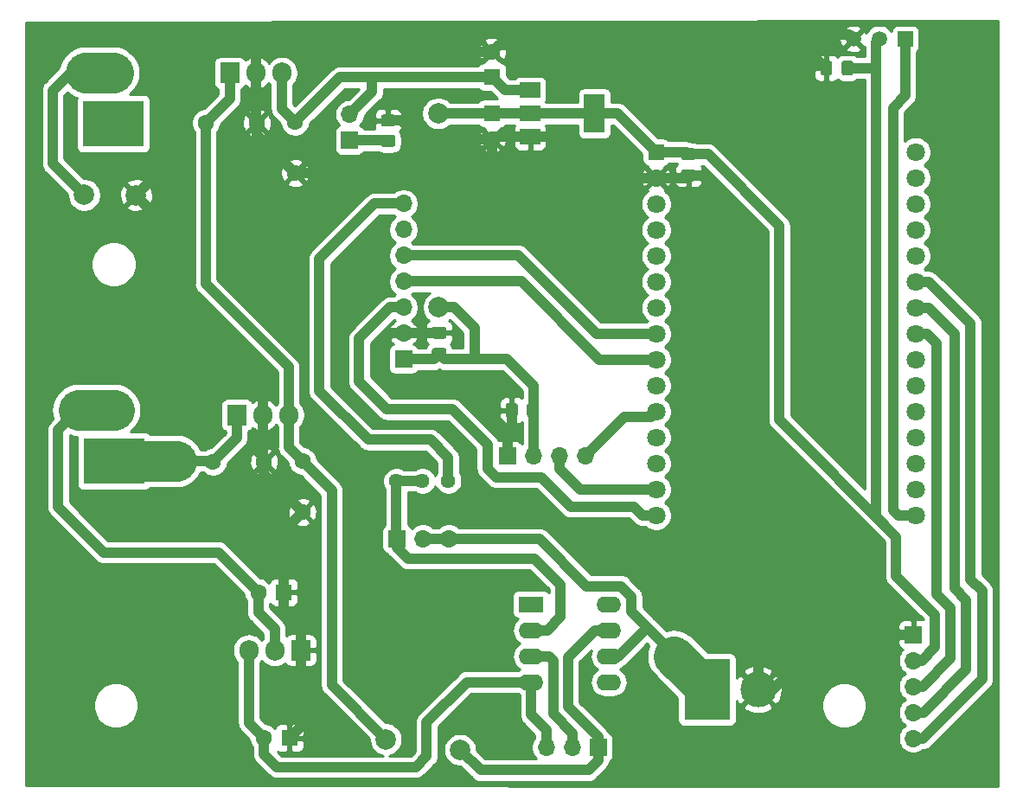
<source format=gbr>
%TF.GenerationSoftware,KiCad,Pcbnew,(5.1.9)-1*%
%TF.CreationDate,2021-03-07T20:13:41+01:00*%
%TF.ProjectId,FunctionGeneratorDDS,46756e63-7469-46f6-9e47-656e65726174,rev?*%
%TF.SameCoordinates,Original*%
%TF.FileFunction,Copper,L2,Bot*%
%TF.FilePolarity,Positive*%
%FSLAX46Y46*%
G04 Gerber Fmt 4.6, Leading zero omitted, Abs format (unit mm)*
G04 Created by KiCad (PCBNEW (5.1.9)-1) date 2021-03-07 20:13:41*
%MOMM*%
%LPD*%
G01*
G04 APERTURE LIST*
%TA.AperFunction,ComponentPad*%
%ADD10R,1.500000X1.500000*%
%TD*%
%TA.AperFunction,ComponentPad*%
%ADD11C,1.500000*%
%TD*%
%TA.AperFunction,ComponentPad*%
%ADD12O,1.700000X1.700000*%
%TD*%
%TA.AperFunction,ComponentPad*%
%ADD13R,1.700000X1.700000*%
%TD*%
%TA.AperFunction,ComponentPad*%
%ADD14C,2.000000*%
%TD*%
%TA.AperFunction,ComponentPad*%
%ADD15O,2.400000X1.600000*%
%TD*%
%TA.AperFunction,ComponentPad*%
%ADD16R,2.400000X1.600000*%
%TD*%
%TA.AperFunction,ComponentPad*%
%ADD17C,1.800000*%
%TD*%
%TA.AperFunction,ComponentPad*%
%ADD18R,1.524000X1.524000*%
%TD*%
%TA.AperFunction,ComponentPad*%
%ADD19O,1.905000X2.000000*%
%TD*%
%TA.AperFunction,ComponentPad*%
%ADD20R,1.905000X2.000000*%
%TD*%
%TA.AperFunction,SMDPad,CuDef*%
%ADD21R,2.000000X1.500000*%
%TD*%
%TA.AperFunction,SMDPad,CuDef*%
%ADD22R,2.000000X3.800000*%
%TD*%
%TA.AperFunction,ComponentPad*%
%ADD23C,1.440000*%
%TD*%
%TA.AperFunction,ComponentPad*%
%ADD24C,3.500000*%
%TD*%
%TA.AperFunction,ComponentPad*%
%ADD25R,4.500000X6.000000*%
%TD*%
%TA.AperFunction,ComponentPad*%
%ADD26R,6.000000X4.500000*%
%TD*%
%TA.AperFunction,ComponentPad*%
%ADD27C,1.600000*%
%TD*%
%TA.AperFunction,ComponentPad*%
%ADD28R,1.600000X1.600000*%
%TD*%
%TA.AperFunction,ViaPad*%
%ADD29C,2.000000*%
%TD*%
%TA.AperFunction,Conductor*%
%ADD30C,1.000000*%
%TD*%
%TA.AperFunction,Conductor*%
%ADD31C,4.000000*%
%TD*%
%TA.AperFunction,Conductor*%
%ADD32C,0.254000*%
%TD*%
%TA.AperFunction,Conductor*%
%ADD33C,0.100000*%
%TD*%
G04 APERTURE END LIST*
%TO.P,C12,2*%
%TO.N,GND*%
%TA.AperFunction,SMDPad,CuDef*%
G36*
G01*
X95001100Y-92643540D02*
X94051100Y-92643540D01*
G75*
G02*
X93801100Y-92393540I0J250000D01*
G01*
X93801100Y-91718540D01*
G75*
G02*
X94051100Y-91468540I250000J0D01*
G01*
X95001100Y-91468540D01*
G75*
G02*
X95251100Y-91718540I0J-250000D01*
G01*
X95251100Y-92393540D01*
G75*
G02*
X95001100Y-92643540I-250000J0D01*
G01*
G37*
%TD.AperFunction*%
%TO.P,C12,1*%
%TO.N,Net-(C10-Pad1)*%
%TA.AperFunction,SMDPad,CuDef*%
G36*
G01*
X95001100Y-94718540D02*
X94051100Y-94718540D01*
G75*
G02*
X93801100Y-94468540I0J250000D01*
G01*
X93801100Y-93793540D01*
G75*
G02*
X94051100Y-93543540I250000J0D01*
G01*
X95001100Y-93543540D01*
G75*
G02*
X95251100Y-93793540I0J-250000D01*
G01*
X95251100Y-94468540D01*
G75*
G02*
X95001100Y-94718540I-250000J0D01*
G01*
G37*
%TD.AperFunction*%
%TD*%
%TO.P,C11,2*%
%TO.N,GND*%
%TA.AperFunction,SMDPad,CuDef*%
G36*
G01*
X102219340Y-99176820D02*
X102219340Y-100126820D01*
G75*
G02*
X101969340Y-100376820I-250000J0D01*
G01*
X101294340Y-100376820D01*
G75*
G02*
X101044340Y-100126820I0J250000D01*
G01*
X101044340Y-99176820D01*
G75*
G02*
X101294340Y-98926820I250000J0D01*
G01*
X101969340Y-98926820D01*
G75*
G02*
X102219340Y-99176820I0J-250000D01*
G01*
G37*
%TD.AperFunction*%
%TO.P,C11,1*%
%TO.N,Net-(C10-Pad1)*%
%TA.AperFunction,SMDPad,CuDef*%
G36*
G01*
X104294340Y-99176820D02*
X104294340Y-100126820D01*
G75*
G02*
X104044340Y-100376820I-250000J0D01*
G01*
X103369340Y-100376820D01*
G75*
G02*
X103119340Y-100126820I0J250000D01*
G01*
X103119340Y-99176820D01*
G75*
G02*
X103369340Y-98926820I250000J0D01*
G01*
X104044340Y-98926820D01*
G75*
G02*
X104294340Y-99176820I0J-250000D01*
G01*
G37*
%TD.AperFunction*%
%TD*%
%TO.P,C10,2*%
%TO.N,GND*%
%TA.AperFunction,SMDPad,CuDef*%
G36*
G01*
X118450340Y-76070880D02*
X119400340Y-76070880D01*
G75*
G02*
X119650340Y-76320880I0J-250000D01*
G01*
X119650340Y-76995880D01*
G75*
G02*
X119400340Y-77245880I-250000J0D01*
G01*
X118450340Y-77245880D01*
G75*
G02*
X118200340Y-76995880I0J250000D01*
G01*
X118200340Y-76320880D01*
G75*
G02*
X118450340Y-76070880I250000J0D01*
G01*
G37*
%TD.AperFunction*%
%TO.P,C10,1*%
%TO.N,Net-(C10-Pad1)*%
%TA.AperFunction,SMDPad,CuDef*%
G36*
G01*
X118450340Y-73995880D02*
X119400340Y-73995880D01*
G75*
G02*
X119650340Y-74245880I0J-250000D01*
G01*
X119650340Y-74920880D01*
G75*
G02*
X119400340Y-75170880I-250000J0D01*
G01*
X118450340Y-75170880D01*
G75*
G02*
X118200340Y-74920880I0J250000D01*
G01*
X118200340Y-74245880D01*
G75*
G02*
X118450340Y-73995880I250000J0D01*
G01*
G37*
%TD.AperFunction*%
%TD*%
%TO.P,C9,2*%
%TO.N,GND*%
%TA.AperFunction,SMDPad,CuDef*%
G36*
G01*
X133014300Y-65669140D02*
X133014300Y-66619140D01*
G75*
G02*
X132764300Y-66869140I-250000J0D01*
G01*
X132089300Y-66869140D01*
G75*
G02*
X131839300Y-66619140I0J250000D01*
G01*
X131839300Y-65669140D01*
G75*
G02*
X132089300Y-65419140I250000J0D01*
G01*
X132764300Y-65419140D01*
G75*
G02*
X133014300Y-65669140I0J-250000D01*
G01*
G37*
%TD.AperFunction*%
%TO.P,C9,1*%
%TO.N,Net-(C10-Pad1)*%
%TA.AperFunction,SMDPad,CuDef*%
G36*
G01*
X135089300Y-65669140D02*
X135089300Y-66619140D01*
G75*
G02*
X134839300Y-66869140I-250000J0D01*
G01*
X134164300Y-66869140D01*
G75*
G02*
X133914300Y-66619140I0J250000D01*
G01*
X133914300Y-65669140D01*
G75*
G02*
X134164300Y-65419140I250000J0D01*
G01*
X134839300Y-65419140D01*
G75*
G02*
X135089300Y-65669140I0J-250000D01*
G01*
G37*
%TD.AperFunction*%
%TD*%
D10*
%TO.P,U7,1*%
%TO.N,Net-(U5-Pad16)*%
X140167360Y-63294260D03*
D11*
%TO.P,U7,3*%
%TO.N,GND*%
X135087360Y-63294260D03*
%TO.P,U7,2*%
%TO.N,Net-(C10-Pad1)*%
X137627360Y-63294260D03*
%TD*%
%TO.P,R1,2*%
%TO.N,GND*%
%TA.AperFunction,SMDPad,CuDef*%
G36*
G01*
X89982461Y-71883320D02*
X89082459Y-71883320D01*
G75*
G02*
X88832460Y-71633321I0J249999D01*
G01*
X88832460Y-70933319D01*
G75*
G02*
X89082459Y-70683320I249999J0D01*
G01*
X89982461Y-70683320D01*
G75*
G02*
X90232460Y-70933319I0J-249999D01*
G01*
X90232460Y-71633321D01*
G75*
G02*
X89982461Y-71883320I-249999J0D01*
G01*
G37*
%TD.AperFunction*%
%TO.P,R1,1*%
%TO.N,Net-(D1-Pad1)*%
%TA.AperFunction,SMDPad,CuDef*%
G36*
G01*
X89982461Y-73883320D02*
X89082459Y-73883320D01*
G75*
G02*
X88832460Y-73633321I0J249999D01*
G01*
X88832460Y-72933319D01*
G75*
G02*
X89082459Y-72683320I249999J0D01*
G01*
X89982461Y-72683320D01*
G75*
G02*
X90232460Y-72933319I0J-249999D01*
G01*
X90232460Y-73633321D01*
G75*
G02*
X89982461Y-73883320I-249999J0D01*
G01*
G37*
%TD.AperFunction*%
%TD*%
D12*
%TO.P,D1,2*%
%TO.N,Net-(C1-Pad1)*%
X85758020Y-70672960D03*
D13*
%TO.P,D1,1*%
%TO.N,Net-(D1-Pad1)*%
X85758020Y-73212960D03*
%TD*%
D14*
%TO.P,F1,2*%
%TO.N,Net-(F1-Pad2)*%
X59776360Y-78572520D03*
%TO.P,F1,1*%
%TO.N,GND*%
X64856360Y-78582520D03*
%TD*%
D15*
%TO.P,U6,8*%
%TO.N,Net-(U6-Pad8)*%
X111135160Y-118630700D03*
%TO.P,U6,4*%
%TO.N,Net-(C8-Pad2)*%
X103515160Y-126250700D03*
%TO.P,U6,7*%
%TO.N,Net-(C2-Pad1)*%
X111135160Y-121170700D03*
%TO.P,U6,3*%
%TO.N,Net-(RV2-Pad2)*%
X103515160Y-123710700D03*
%TO.P,U6,6*%
%TO.N,Net-(J3-Pad1)*%
X111135160Y-123710700D03*
%TO.P,U6,2*%
%TO.N,Net-(RV1-Pad2)*%
X103515160Y-121170700D03*
%TO.P,U6,5*%
%TO.N,Net-(U6-Pad5)*%
X111135160Y-126250700D03*
D16*
%TO.P,U6,1*%
%TO.N,Net-(U6-Pad1)*%
X103515160Y-118630700D03*
%TD*%
D17*
%TO.P,U5,30*%
%TO.N,Net-(U5-Pad30)*%
X141185900Y-74378820D03*
%TO.P,U5,29*%
%TO.N,Net-(U5-Pad29)*%
X141185900Y-76918820D03*
%TO.P,U5,28*%
%TO.N,Net-(U5-Pad28)*%
X141185900Y-79458820D03*
%TO.P,U5,27*%
%TO.N,Net-(U5-Pad27)*%
X141185900Y-81998820D03*
%TO.P,U5,26*%
%TO.N,Net-(U5-Pad26)*%
X141185900Y-84538820D03*
%TO.P,U5,25*%
%TO.N,Net-(J5-Pad5)*%
X141185900Y-87078820D03*
%TO.P,U5,24*%
%TO.N,Net-(J5-Pad4)*%
X141185900Y-89618820D03*
%TO.P,U5,23*%
%TO.N,Net-(J5-Pad3)*%
X141185900Y-92158820D03*
%TO.P,U5,22*%
%TO.N,Net-(U5-Pad22)*%
X141185900Y-94698820D03*
%TO.P,U5,21*%
%TO.N,Net-(U5-Pad21)*%
X141185900Y-97238820D03*
%TO.P,U5,20*%
%TO.N,Net-(U5-Pad20)*%
X141185900Y-99778820D03*
%TO.P,U5,19*%
%TO.N,Net-(U5-Pad19)*%
X141185900Y-102318820D03*
%TO.P,U5,18*%
%TO.N,Net-(U5-Pad18)*%
X141185900Y-104858820D03*
%TO.P,U5,17*%
%TO.N,Net-(U5-Pad17)*%
X141185900Y-107398820D03*
%TO.P,U5,16*%
%TO.N,Net-(U5-Pad16)*%
X141185900Y-109938820D03*
%TO.P,U5,15*%
%TO.N,Net-(J6-Pad3)*%
X115785900Y-109938820D03*
%TO.P,U5,14*%
%TO.N,Net-(J4-Pad3)*%
X115785900Y-107398820D03*
%TO.P,U5,13*%
%TO.N,Net-(U5-Pad13)*%
X115785900Y-104858820D03*
%TO.P,U5,12*%
%TO.N,Net-(U5-Pad12)*%
X115785900Y-102318820D03*
%TO.P,U5,11*%
%TO.N,Net-(J4-Pad4)*%
X115785900Y-99778820D03*
%TO.P,U5,10*%
%TO.N,Net-(U5-Pad10)*%
X115785900Y-97238820D03*
%TO.P,U5,9*%
%TO.N,Net-(J6-Pad4)*%
X115785900Y-94698820D03*
%TO.P,U5,8*%
%TO.N,Net-(J6-Pad5)*%
X115785900Y-92158820D03*
%TO.P,U5,7*%
%TO.N,Net-(U5-Pad7)*%
X115785900Y-89618820D03*
%TO.P,U5,6*%
%TO.N,Net-(U5-Pad6)*%
X115785900Y-87078820D03*
%TO.P,U5,5*%
%TO.N,Net-(U5-Pad5)*%
X115785900Y-84538820D03*
%TO.P,U5,4*%
%TO.N,Net-(U5-Pad4)*%
X115785900Y-81998820D03*
%TO.P,U5,3*%
%TO.N,Net-(U5-Pad3)*%
X115785900Y-79458820D03*
%TO.P,U5,2*%
%TO.N,GND*%
X115785900Y-76918820D03*
D18*
%TO.P,U5,1*%
%TO.N,Net-(C10-Pad1)*%
X115785900Y-74378820D03*
%TD*%
D19*
%TO.P,U4,3*%
%TO.N,Net-(C8-Pad2)*%
X75895200Y-123131580D03*
%TO.P,U4,2*%
%TO.N,-15V*%
X78435200Y-123131580D03*
D20*
%TO.P,U4,1*%
%TO.N,GND*%
X80975200Y-123131580D03*
%TD*%
D19*
%TO.P,U3,3*%
%TO.N,Net-(C2-Pad1)*%
X79804260Y-100096320D03*
%TO.P,U3,2*%
%TO.N,GND*%
X77264260Y-100096320D03*
D20*
%TO.P,U3,1*%
%TO.N,+15V*%
X74724260Y-100096320D03*
%TD*%
D19*
%TO.P,U2,3*%
%TO.N,Net-(C1-Pad1)*%
X79121000Y-66626740D03*
%TO.P,U2,2*%
%TO.N,GND*%
X76581000Y-66626740D03*
D20*
%TO.P,U2,1*%
%TO.N,Net-(C2-Pad1)*%
X74041000Y-66626740D03*
%TD*%
D21*
%TO.P,U1,1*%
%TO.N,GND*%
X103430940Y-72886600D03*
%TO.P,U1,3*%
%TO.N,Net-(C1-Pad1)*%
X103430940Y-68286600D03*
%TO.P,U1,2*%
%TO.N,Net-(C10-Pad1)*%
X103430940Y-70586600D03*
D22*
X109730940Y-70586600D03*
%TD*%
D12*
%TO.P,RV3,3*%
%TO.N,Net-(J3-Pad1)*%
X95470980Y-112229900D03*
%TO.P,RV3,2*%
X92930980Y-112229900D03*
D13*
%TO.P,RV3,1*%
%TO.N,Net-(RV1-Pad2)*%
X90390980Y-112229900D03*
%TD*%
D12*
%TO.P,RV2,3*%
%TO.N,Net-(C8-Pad2)*%
X105031540Y-132631180D03*
%TO.P,RV2,2*%
%TO.N,Net-(RV2-Pad2)*%
X107571540Y-132631180D03*
D13*
%TO.P,RV2,1*%
%TO.N,Net-(C2-Pad1)*%
X110111540Y-132631180D03*
%TD*%
D23*
%TO.P,RV1,3*%
%TO.N,Net-(RV1-Pad2)*%
X90345260Y-106558080D03*
%TO.P,RV1,2*%
X92885260Y-106558080D03*
%TO.P,RV1,1*%
%TO.N,Net-(J6-Pad7)*%
X95425260Y-106558080D03*
%TD*%
D12*
%TO.P,J6,7*%
%TO.N,Net-(J6-Pad7)*%
X91028520Y-79420720D03*
%TO.P,J6,6*%
%TO.N,Net-(J6-Pad6)*%
X91028520Y-81960720D03*
%TO.P,J6,5*%
%TO.N,Net-(J6-Pad5)*%
X91028520Y-84500720D03*
%TO.P,J6,4*%
%TO.N,Net-(J6-Pad4)*%
X91028520Y-87040720D03*
%TO.P,J6,3*%
%TO.N,Net-(J6-Pad3)*%
X91028520Y-89580720D03*
%TO.P,J6,2*%
%TO.N,GND*%
X91028520Y-92120720D03*
D13*
%TO.P,J6,1*%
%TO.N,Net-(C10-Pad1)*%
X91028520Y-94660720D03*
%TD*%
D12*
%TO.P,J5,5*%
%TO.N,Net-(J5-Pad5)*%
X140942060Y-131752340D03*
%TO.P,J5,4*%
%TO.N,Net-(J5-Pad4)*%
X140942060Y-129212340D03*
%TO.P,J5,3*%
%TO.N,Net-(J5-Pad3)*%
X140942060Y-126672340D03*
%TO.P,J5,2*%
%TO.N,Net-(C10-Pad1)*%
X140942060Y-124132340D03*
D13*
%TO.P,J5,1*%
%TO.N,GND*%
X140942060Y-121592340D03*
%TD*%
D12*
%TO.P,J4,4*%
%TO.N,Net-(J4-Pad4)*%
X108866940Y-104096820D03*
%TO.P,J4,3*%
%TO.N,Net-(J4-Pad3)*%
X106326940Y-104096820D03*
%TO.P,J4,2*%
%TO.N,Net-(C10-Pad1)*%
X103786940Y-104096820D03*
D13*
%TO.P,J4,1*%
%TO.N,GND*%
X101246940Y-104096820D03*
%TD*%
D24*
%TO.P,J3,2*%
%TO.N,GND*%
X125749060Y-126977140D03*
D25*
%TO.P,J3,1*%
%TO.N,Net-(J3-Pad1)*%
X120749060Y-126977140D03*
%TD*%
D24*
%TO.P,J2,2*%
%TO.N,Net-(F1-Pad2)*%
X62613540Y-66592440D03*
D26*
%TO.P,J2,1*%
%TO.N,Net-(J2-Pad1)*%
X62613540Y-71592440D03*
%TD*%
D24*
%TO.P,J1,2*%
%TO.N,-15V*%
X62692280Y-99612440D03*
D26*
%TO.P,J1,1*%
%TO.N,+15V*%
X62692280Y-104612440D03*
%TD*%
D27*
%TO.P,C8,2*%
%TO.N,Net-(C8-Pad2)*%
X77372840Y-131721860D03*
D28*
%TO.P,C8,1*%
%TO.N,GND*%
X79872840Y-131721860D03*
%TD*%
D27*
%TO.P,C7,2*%
%TO.N,GND*%
X81132680Y-109612440D03*
%TO.P,C7,1*%
%TO.N,Net-(C2-Pad1)*%
X81132680Y-104612440D03*
%TD*%
%TO.P,C6,2*%
%TO.N,GND*%
X80424020Y-76434960D03*
%TO.P,C6,1*%
%TO.N,Net-(C1-Pad1)*%
X80424020Y-71434960D03*
%TD*%
%TO.P,C5,2*%
%TO.N,GND*%
X99722940Y-73086600D03*
D28*
%TO.P,C5,1*%
%TO.N,Net-(C10-Pad1)*%
X99722940Y-70586600D03*
%TD*%
D27*
%TO.P,C4,2*%
%TO.N,-15V*%
X76819120Y-117457220D03*
D28*
%TO.P,C4,1*%
%TO.N,GND*%
X79319120Y-117457220D03*
%TD*%
D27*
%TO.P,C3,2*%
%TO.N,GND*%
X77384920Y-104691180D03*
%TO.P,C3,1*%
%TO.N,+15V*%
X72384920Y-104691180D03*
%TD*%
%TO.P,C2,2*%
%TO.N,GND*%
X76676260Y-71513700D03*
%TO.P,C2,1*%
%TO.N,Net-(C2-Pad1)*%
X71676260Y-71513700D03*
%TD*%
%TO.P,C1,2*%
%TO.N,GND*%
X99722940Y-64538220D03*
D28*
%TO.P,C1,1*%
%TO.N,Net-(C1-Pad1)*%
X99722940Y-67038220D03*
%TD*%
D29*
%TO.N,GND*%
X99712780Y-82235040D03*
X99509580Y-100015040D03*
%TO.N,Net-(C10-Pad1)*%
X94421960Y-70586600D03*
X94482920Y-89565480D03*
%TO.N,Net-(C2-Pad1)*%
X89303860Y-131838700D03*
X96573340Y-132877560D03*
%TD*%
D30*
%TO.N,GND*%
X99922940Y-72886600D02*
X99722940Y-73086600D01*
X103430940Y-72886600D02*
X99922940Y-72886600D01*
X76581000Y-71418440D02*
X76676260Y-71513700D01*
X76581000Y-66626740D02*
X76581000Y-71418440D01*
X76676260Y-72687200D02*
X80424020Y-76434960D01*
X76676260Y-71513700D02*
X76676260Y-72687200D01*
X69838580Y-66592440D02*
X72522080Y-63908940D01*
X72522080Y-63908940D02*
X75915520Y-63908940D01*
X76581000Y-64574420D02*
X76581000Y-66626740D01*
X75915520Y-63908940D02*
X76581000Y-64574420D01*
X76617200Y-64538220D02*
X76581000Y-64574420D01*
X99722940Y-64538220D02*
X76617200Y-64538220D01*
X77264260Y-104570520D02*
X77384920Y-104691180D01*
X77264260Y-100096320D02*
X77264260Y-104570520D01*
X77384920Y-105864680D02*
X81132680Y-109612440D01*
X77384920Y-104691180D02*
X77384920Y-105864680D01*
X79319120Y-111426000D02*
X81132680Y-109612440D01*
X79319120Y-117457220D02*
X79319120Y-111426000D01*
X79319120Y-117457220D02*
X79319120Y-119253000D01*
X80975200Y-120909080D02*
X80975200Y-123131580D01*
X79319120Y-119253000D02*
X80975200Y-120909080D01*
X80975200Y-130619500D02*
X79872840Y-131721860D01*
X80975200Y-123131580D02*
X80975200Y-130619500D01*
X103430940Y-72886600D02*
X106805760Y-72886600D01*
X110837980Y-76918820D02*
X115785900Y-76918820D01*
X106805760Y-72886600D02*
X110837980Y-76918820D01*
X132567680Y-121592340D02*
X140942060Y-121592340D01*
X127182880Y-126977140D02*
X132567680Y-121592340D01*
X125749060Y-126977140D02*
X127182880Y-126977140D01*
X99722940Y-82224880D02*
X99712780Y-82235040D01*
X99722940Y-73086600D02*
X99722940Y-82224880D01*
X90408061Y-97730881D02*
X97225421Y-97730881D01*
X101246940Y-101752400D02*
X99509580Y-100015040D01*
X101246940Y-104096820D02*
X101246940Y-101752400D01*
X97225421Y-97730881D02*
X99509580Y-100015040D01*
X88539320Y-95862140D02*
X90408061Y-97730881D01*
X88539320Y-93407839D02*
X88539320Y-95862140D01*
X89826439Y-92120720D02*
X88539320Y-93407839D01*
X91028520Y-92120720D02*
X89826439Y-92120720D01*
X69838580Y-66592440D02*
X69762380Y-66592440D01*
X69762380Y-66592440D02*
X67523360Y-68831460D01*
X67523360Y-75915520D02*
X64856360Y-78582520D01*
X67523360Y-68831460D02*
X67523360Y-75915520D01*
X94298760Y-76434960D02*
X97647120Y-73086600D01*
X99722940Y-73086600D02*
X97647120Y-73086600D01*
X89532460Y-71283320D02*
X90831160Y-71283320D01*
X92403940Y-72856100D02*
X92403940Y-76434960D01*
X90831160Y-71283320D02*
X92403940Y-72856100D01*
X92403940Y-76434960D02*
X94298760Y-76434960D01*
X80424020Y-76434960D02*
X92403940Y-76434960D01*
X100362380Y-63898780D02*
X99722940Y-64538220D01*
X117684540Y-63898780D02*
X100362380Y-63898780D01*
X118695460Y-64909700D02*
X117684540Y-63898780D01*
X127082540Y-64909700D02*
X118695460Y-64909700D01*
X127082540Y-64909700D02*
X128859280Y-64909700D01*
X134668260Y-62875160D02*
X135087360Y-63294260D01*
X130893820Y-62875160D02*
X134668260Y-62875160D01*
X132426800Y-66144140D02*
X132417820Y-66144140D01*
X130021330Y-63747650D02*
X130893820Y-62875160D01*
X132417820Y-66144140D02*
X130021330Y-63747650D01*
X128859280Y-64909700D02*
X130021330Y-63747650D01*
X118664900Y-76918820D02*
X118925340Y-76658380D01*
X115785900Y-76918820D02*
X118664900Y-76918820D01*
X120277800Y-76658380D02*
X118925340Y-76658380D01*
X125749060Y-82129640D02*
X120277800Y-76658380D01*
X125749060Y-126977140D02*
X125749060Y-82129640D01*
X101631840Y-101367500D02*
X101246940Y-101752400D01*
X101631840Y-99651820D02*
X101631840Y-101367500D01*
X94461420Y-92120720D02*
X94526100Y-92056040D01*
X91028520Y-92120720D02*
X94461420Y-92120720D01*
X64856360Y-78582520D02*
X69141340Y-82867500D01*
X69141340Y-82867500D02*
X69141340Y-88633300D01*
X77264260Y-96756220D02*
X77264260Y-100096320D01*
X69141340Y-88633300D02*
X77264260Y-96756220D01*
%TO.N,Net-(C1-Pad1)*%
X100971320Y-68286600D02*
X99722940Y-67038220D01*
X103430940Y-68286600D02*
X100971320Y-68286600D01*
X79121000Y-70131940D02*
X80424020Y-71434960D01*
X79121000Y-66626740D02*
X79121000Y-70131940D01*
X84820760Y-67038220D02*
X80424020Y-71434960D01*
X85758020Y-70672960D02*
X87962740Y-68468240D01*
X87962740Y-67287140D02*
X88211660Y-67038220D01*
X87962740Y-68468240D02*
X87962740Y-67287140D01*
X88211660Y-67038220D02*
X84820760Y-67038220D01*
X99722940Y-67038220D02*
X88211660Y-67038220D01*
%TO.N,Net-(C8-Pad2)*%
X75895200Y-130244220D02*
X77372840Y-131721860D01*
X75895200Y-123131580D02*
X75895200Y-130244220D01*
X105013760Y-132613400D02*
X105031540Y-132631180D01*
X105013760Y-130944620D02*
X105013760Y-132613400D01*
X103515160Y-129446020D02*
X105013760Y-130944620D01*
X103515160Y-126250700D02*
X103515160Y-129446020D01*
X97215960Y-126250700D02*
X103515160Y-126250700D01*
X92224860Y-134579360D02*
X93299280Y-133504940D01*
X93299280Y-130167380D02*
X97215960Y-126250700D01*
X78635860Y-134579360D02*
X92224860Y-134579360D01*
X93299280Y-133504940D02*
X93299280Y-130167380D01*
X77372840Y-133316340D02*
X78635860Y-134579360D01*
X77372840Y-131721860D02*
X77372840Y-133316340D01*
%TO.N,-15V*%
X76819120Y-117457220D02*
X76819120Y-119430160D01*
X78435200Y-121046240D02*
X78435200Y-123131580D01*
X76819120Y-119430160D02*
X78435200Y-121046240D01*
D31*
X62692280Y-99612440D02*
X59213760Y-99612440D01*
D30*
X57221120Y-101605080D02*
X59213760Y-99612440D01*
X57221120Y-109098080D02*
X57221120Y-101605080D01*
X72922760Y-113560860D02*
X61683900Y-113560860D01*
X61683900Y-113560860D02*
X57221120Y-109098080D01*
X76819120Y-117457220D02*
X72922760Y-113560860D01*
%TO.N,+15V*%
X74724260Y-102351840D02*
X72384920Y-104691180D01*
X74724260Y-100096320D02*
X74724260Y-102351840D01*
X72306180Y-104612440D02*
X72384920Y-104691180D01*
D31*
X62692280Y-104612440D02*
X68806060Y-104612440D01*
D30*
X68806060Y-104612440D02*
X72306180Y-104612440D01*
%TO.N,Net-(J3-Pad1)*%
X92930980Y-112229900D02*
X95470980Y-112229900D01*
D31*
X120749060Y-126977140D02*
X117482620Y-123710700D01*
D30*
X117482620Y-123494800D02*
X114650520Y-120662700D01*
X117482620Y-123710700D02*
X117482620Y-123494800D01*
X111135160Y-123710700D02*
X112064800Y-123710700D01*
X114650520Y-121124980D02*
X114650520Y-120662700D01*
X112064800Y-123710700D02*
X114650520Y-121124980D01*
X113360200Y-119372380D02*
X114650520Y-120662700D01*
X113360200Y-117868700D02*
X113360200Y-119372380D01*
X112344200Y-116852700D02*
X113360200Y-117868700D01*
X104348280Y-112229900D02*
X108971080Y-116852700D01*
X108971080Y-116852700D02*
X112344200Y-116852700D01*
X95470980Y-112229900D02*
X104348280Y-112229900D01*
%TO.N,Net-(J4-Pad4)*%
X108866940Y-104096820D02*
X112674400Y-100289360D01*
X115275360Y-100289360D02*
X115785900Y-99778820D01*
X112674400Y-100289360D02*
X115275360Y-100289360D01*
%TO.N,Net-(J4-Pad3)*%
X106326940Y-104096820D02*
X106326940Y-105369360D01*
X108356400Y-107398820D02*
X115785900Y-107398820D01*
X106326940Y-105369360D02*
X108356400Y-107398820D01*
%TO.N,Net-(J5-Pad5)*%
X146568160Y-91188288D02*
X142458692Y-87078820D01*
X147680680Y-117327680D02*
X146568160Y-116215160D01*
X146568160Y-116215160D02*
X146568160Y-91188288D01*
X147680680Y-125950980D02*
X147680680Y-117327680D01*
X141879320Y-131752340D02*
X147680680Y-125950980D01*
X142458692Y-87078820D02*
X141185900Y-87078820D01*
X140942060Y-131752340D02*
X141879320Y-131752340D01*
%TO.N,Net-(J5-Pad4)*%
X146133820Y-125018800D02*
X141940280Y-129212340D01*
X146133820Y-118249700D02*
X146133820Y-125018800D01*
X141940280Y-129212340D02*
X140942060Y-129212340D01*
X144973040Y-117088920D02*
X146133820Y-118249700D01*
X144973040Y-92133168D02*
X144973040Y-117088920D01*
X142458692Y-89618820D02*
X144973040Y-92133168D01*
X141185900Y-89618820D02*
X142458692Y-89618820D01*
%TO.N,Net-(J5-Pad3)*%
X142278100Y-92158820D02*
X141185900Y-92158820D01*
X143228060Y-93108780D02*
X142278100Y-92158820D01*
X143228060Y-117660420D02*
X143228060Y-93108780D01*
X144607280Y-119039640D02*
X143228060Y-117660420D01*
X144607280Y-123906280D02*
X144607280Y-119039640D01*
X141841220Y-126672340D02*
X144607280Y-123906280D01*
X140942060Y-126672340D02*
X141841220Y-126672340D01*
%TO.N,Net-(J6-Pad7)*%
X82801460Y-84836000D02*
X88216740Y-79420720D01*
X82801460Y-97762060D02*
X82801460Y-84836000D01*
X87558880Y-102519480D02*
X82801460Y-97762060D01*
X88216740Y-79420720D02*
X91028520Y-79420720D01*
X93659960Y-102519480D02*
X87558880Y-102519480D01*
X95425260Y-104284780D02*
X93659960Y-102519480D01*
X95425260Y-106558080D02*
X95425260Y-104284780D01*
%TO.N,Net-(J6-Pad5)*%
X109910880Y-92158820D02*
X115785900Y-92158820D01*
X102252780Y-84500720D02*
X109910880Y-92158820D01*
X91028520Y-84500720D02*
X102252780Y-84500720D01*
%TO.N,Net-(J6-Pad4)*%
X91028520Y-87040720D02*
X102555040Y-87040720D01*
X110213140Y-94698820D02*
X115785900Y-94698820D01*
X102555040Y-87040720D02*
X110213140Y-94698820D01*
%TO.N,Net-(J6-Pad3)*%
X114442240Y-109938820D02*
X115785900Y-109938820D01*
X107375960Y-109082840D02*
X113586260Y-109082840D01*
X99263200Y-105349040D02*
X100116640Y-106202480D01*
X113586260Y-109082840D02*
X114442240Y-109938820D01*
X99263200Y-102986840D02*
X99263200Y-105349040D01*
X104495600Y-106202480D02*
X107375960Y-109082840D01*
X95818960Y-99542600D02*
X99263200Y-102986840D01*
X86692740Y-96827340D02*
X89408000Y-99542600D01*
X86692740Y-92631260D02*
X86692740Y-96827340D01*
X89743280Y-89580720D02*
X86692740Y-92631260D01*
X100116640Y-106202480D02*
X104495600Y-106202480D01*
X89408000Y-99542600D02*
X95818960Y-99542600D01*
X91028520Y-89580720D02*
X89743280Y-89580720D01*
%TO.N,Net-(RV1-Pad2)*%
X90345260Y-106558080D02*
X92885260Y-106558080D01*
X90345260Y-112184180D02*
X90390980Y-112229900D01*
X90345260Y-106558080D02*
X90345260Y-112184180D01*
X106390440Y-119875300D02*
X105095040Y-121170700D01*
X103842820Y-114145060D02*
X106390440Y-116692680D01*
X91457780Y-114145060D02*
X103842820Y-114145060D01*
X105095040Y-121170700D02*
X103515160Y-121170700D01*
X106390440Y-116692680D02*
X106390440Y-119875300D01*
X90390980Y-113078260D02*
X91457780Y-114145060D01*
X90390980Y-112229900D02*
X90390980Y-113078260D01*
%TO.N,Net-(RV2-Pad2)*%
X107571540Y-131264660D02*
X107571540Y-132631180D01*
X105684320Y-129377440D02*
X107571540Y-131264660D01*
X105684320Y-124160280D02*
X105684320Y-129377440D01*
X105272840Y-123748800D02*
X105684320Y-124160280D01*
X105272840Y-123710700D02*
X105272840Y-123748800D01*
X103515160Y-123710700D02*
X105272840Y-123710700D01*
%TO.N,Net-(U5-Pad16)*%
X139486640Y-109938820D02*
X141185900Y-109938820D01*
X138953240Y-109405420D02*
X139486640Y-109938820D01*
X138953240Y-70035420D02*
X138953240Y-109405420D01*
X140167360Y-68821300D02*
X138953240Y-70035420D01*
X140167360Y-63294260D02*
X140167360Y-68821300D01*
%TO.N,Net-(F1-Pad2)*%
X59776360Y-78572520D02*
X56692800Y-75488960D01*
X56692800Y-75488960D02*
X56692800Y-68343780D01*
X56692800Y-68343780D02*
X58444140Y-66592440D01*
D31*
X62613540Y-66592440D02*
X59909700Y-66592440D01*
D30*
X58444140Y-66592440D02*
X59909700Y-66592440D01*
%TO.N,Net-(D1-Pad1)*%
X89462100Y-73212960D02*
X89532460Y-73283320D01*
X85758020Y-73212960D02*
X89462100Y-73212960D01*
%TO.N,Net-(C10-Pad1)*%
X111993680Y-70586600D02*
X115785900Y-74378820D01*
X109730940Y-70586600D02*
X111993680Y-70586600D01*
X103430940Y-70586600D02*
X109730940Y-70586600D01*
X103430940Y-70586600D02*
X99722940Y-70586600D01*
X99722940Y-70586600D02*
X94421960Y-70586600D01*
X94421960Y-70586600D02*
X94421960Y-70586600D01*
X94482920Y-89565480D02*
X94482920Y-89565480D01*
X118720780Y-74378820D02*
X118925340Y-74583380D01*
X115785900Y-74378820D02*
X118720780Y-74378820D01*
X118925340Y-74583380D02*
X120834240Y-74583380D01*
X120834240Y-74583380D02*
X127838200Y-81587340D01*
X127838200Y-100578920D02*
X139282170Y-112022890D01*
X127838200Y-81587340D02*
X127838200Y-100578920D01*
X137304780Y-110045500D02*
X139282170Y-112022890D01*
X101183440Y-94660720D02*
X103786940Y-97264220D01*
X103786940Y-99731920D02*
X103706840Y-99651820D01*
X103786940Y-104096820D02*
X103786940Y-99731920D01*
X103786940Y-99571720D02*
X103706840Y-99651820D01*
X103786940Y-97264220D02*
X103786940Y-99571720D01*
X94482920Y-89565480D02*
X95938340Y-89565480D01*
X97975420Y-91602560D02*
X97975420Y-94660720D01*
X95938340Y-89565480D02*
X97975420Y-91602560D01*
X97975420Y-94660720D02*
X101183440Y-94660720D01*
X93996420Y-94660720D02*
X94526100Y-94131040D01*
X91028520Y-94660720D02*
X93996420Y-94660720D01*
X95055780Y-94660720D02*
X94526100Y-94131040D01*
X97975420Y-94660720D02*
X95055780Y-94660720D01*
X137304780Y-91859100D02*
X137304780Y-92590620D01*
X137304780Y-92590620D02*
X137304780Y-110045500D01*
X137304780Y-63616840D02*
X137627360Y-63294260D01*
X137220960Y-66144140D02*
X137304780Y-66060320D01*
X134501800Y-66144140D02*
X137220960Y-66144140D01*
X137304780Y-66060320D02*
X137304780Y-63616840D01*
X137304780Y-92590620D02*
X137304780Y-66060320D01*
X141752320Y-124132340D02*
X140942060Y-124132340D01*
X143078200Y-122806460D02*
X141752320Y-124132340D01*
X143078200Y-119677180D02*
X143078200Y-122806460D01*
X139282170Y-115881150D02*
X143078200Y-119677180D01*
X139282170Y-112022890D02*
X139282170Y-115881150D01*
%TO.N,Net-(C2-Pad1)*%
X79804260Y-103284020D02*
X81132680Y-104612440D01*
X79804260Y-100096320D02*
X79804260Y-103284020D01*
X81132680Y-104612440D02*
X84018120Y-107497880D01*
X84018120Y-107497880D02*
X84018120Y-126552960D01*
X84018120Y-126552960D02*
X89303860Y-131838700D01*
X89303860Y-131838700D02*
X89303860Y-131838700D01*
X96573340Y-132877560D02*
X96573340Y-132877560D01*
X98564700Y-134868920D02*
X96573340Y-132877560D01*
X109146340Y-134868920D02*
X98564700Y-134868920D01*
X110111540Y-133903720D02*
X109146340Y-134868920D01*
X110111540Y-132631180D02*
X110111540Y-133903720D01*
X110111540Y-131653280D02*
X110111540Y-132631180D01*
X107129580Y-123807220D02*
X107129580Y-128671320D01*
X107129580Y-128671320D02*
X110111540Y-131653280D01*
X109766100Y-121170700D02*
X107129580Y-123807220D01*
X111135160Y-121170700D02*
X109766100Y-121170700D01*
X74041000Y-69148960D02*
X71676260Y-71513700D01*
X74041000Y-66626740D02*
X74041000Y-69148960D01*
X71541640Y-71648320D02*
X71676260Y-71513700D01*
X71676260Y-71513700D02*
X71676260Y-87294720D01*
X79804260Y-95422720D02*
X79804260Y-100096320D01*
X71676260Y-87294720D02*
X79804260Y-95422720D01*
%TD*%
D32*
%TO.N,GND*%
X149220629Y-136471558D02*
X54043374Y-136346362D01*
X54050338Y-128329272D01*
X60640160Y-128329272D01*
X60640160Y-128769528D01*
X60726050Y-129201325D01*
X60894529Y-129608069D01*
X61139122Y-129974129D01*
X61450431Y-130285438D01*
X61816491Y-130530031D01*
X62223235Y-130698510D01*
X62655032Y-130784400D01*
X63095288Y-130784400D01*
X63527085Y-130698510D01*
X63933829Y-130530031D01*
X64299889Y-130285438D01*
X64611198Y-129974129D01*
X64855791Y-129608069D01*
X65024270Y-129201325D01*
X65110160Y-128769528D01*
X65110160Y-128329272D01*
X65024270Y-127897475D01*
X64855791Y-127490731D01*
X64611198Y-127124671D01*
X64299889Y-126813362D01*
X63933829Y-126568769D01*
X63527085Y-126400290D01*
X63095288Y-126314400D01*
X62655032Y-126314400D01*
X62223235Y-126400290D01*
X61816491Y-126568769D01*
X61450431Y-126813362D01*
X61139122Y-127124671D01*
X60894529Y-127490731D01*
X60726050Y-127897475D01*
X60640160Y-128329272D01*
X54050338Y-128329272D01*
X54073552Y-101605080D01*
X56080629Y-101605080D01*
X56086121Y-101660841D01*
X56086120Y-109042328D01*
X56080629Y-109098080D01*
X56088272Y-109175677D01*
X56102543Y-109320578D01*
X56167444Y-109534526D01*
X56272836Y-109731703D01*
X56414671Y-109904529D01*
X56457985Y-109940076D01*
X60841909Y-114324001D01*
X60877451Y-114367309D01*
X61050277Y-114509144D01*
X61185658Y-114581506D01*
X61247453Y-114614536D01*
X61461401Y-114679437D01*
X61683899Y-114701351D01*
X61739651Y-114695860D01*
X72452629Y-114695860D01*
X75391270Y-117634502D01*
X75439267Y-117875794D01*
X75547440Y-118136947D01*
X75684120Y-118341504D01*
X75684121Y-119374399D01*
X75678629Y-119430160D01*
X75700543Y-119652658D01*
X75765444Y-119866606D01*
X75798080Y-119927663D01*
X75870837Y-120063783D01*
X76012672Y-120236609D01*
X76055980Y-120272151D01*
X77300200Y-121516372D01*
X77300200Y-121964691D01*
X77165200Y-122129189D01*
X77023163Y-121956117D01*
X76781435Y-121757735D01*
X76505649Y-121610325D01*
X76206404Y-121519550D01*
X75895200Y-121488899D01*
X75583997Y-121519550D01*
X75284752Y-121610325D01*
X75008966Y-121757735D01*
X74767237Y-121956117D01*
X74568855Y-122197845D01*
X74421445Y-122473631D01*
X74330670Y-122772876D01*
X74307700Y-123006094D01*
X74307700Y-123257065D01*
X74330670Y-123490283D01*
X74421445Y-123789528D01*
X74568855Y-124065314D01*
X74760200Y-124298469D01*
X74760201Y-130188459D01*
X74754709Y-130244220D01*
X74776623Y-130466718D01*
X74841524Y-130680666D01*
X74863682Y-130722120D01*
X74946917Y-130877843D01*
X75088752Y-131050669D01*
X75132060Y-131086211D01*
X75944991Y-131899143D01*
X75992987Y-132140434D01*
X76101160Y-132401587D01*
X76237840Y-132606144D01*
X76237840Y-133260589D01*
X76232349Y-133316340D01*
X76237840Y-133372091D01*
X76237840Y-133372092D01*
X76247848Y-133473700D01*
X76254263Y-133538838D01*
X76319164Y-133752786D01*
X76352549Y-133815244D01*
X76424557Y-133949963D01*
X76566392Y-134122789D01*
X76609700Y-134158331D01*
X77793868Y-135342500D01*
X77829411Y-135385809D01*
X78002237Y-135527644D01*
X78199413Y-135633036D01*
X78413361Y-135697937D01*
X78635859Y-135719851D01*
X78691611Y-135714360D01*
X92169109Y-135714360D01*
X92224860Y-135719851D01*
X92280611Y-135714360D01*
X92280612Y-135714360D01*
X92447359Y-135697937D01*
X92661307Y-135633036D01*
X92858483Y-135527644D01*
X93031309Y-135385809D01*
X93066856Y-135342496D01*
X94062420Y-134346932D01*
X94105729Y-134311389D01*
X94247564Y-134138563D01*
X94352956Y-133941387D01*
X94417857Y-133727439D01*
X94434280Y-133560692D01*
X94434280Y-133560683D01*
X94439770Y-133504941D01*
X94434280Y-133449199D01*
X94434280Y-130637511D01*
X97686092Y-127385700D01*
X102236158Y-127385700D01*
X102314059Y-127449632D01*
X102380160Y-127484964D01*
X102380161Y-129390259D01*
X102374669Y-129446020D01*
X102396583Y-129668518D01*
X102461484Y-129882466D01*
X102494846Y-129944881D01*
X102566877Y-130079643D01*
X102708712Y-130252469D01*
X102752020Y-130288011D01*
X103878760Y-131414752D01*
X103878760Y-131683853D01*
X103878065Y-131684548D01*
X103715550Y-131927769D01*
X103603608Y-132198022D01*
X103546540Y-132484920D01*
X103546540Y-132777440D01*
X103603608Y-133064338D01*
X103715550Y-133334591D01*
X103878065Y-133577812D01*
X104034173Y-133733920D01*
X99034832Y-133733920D01*
X98208340Y-132907429D01*
X98208340Y-132716527D01*
X98145508Y-132400648D01*
X98022258Y-132103097D01*
X97843327Y-131835308D01*
X97615592Y-131607573D01*
X97347803Y-131428642D01*
X97050252Y-131305392D01*
X96734373Y-131242560D01*
X96412307Y-131242560D01*
X96096428Y-131305392D01*
X95798877Y-131428642D01*
X95531088Y-131607573D01*
X95303353Y-131835308D01*
X95124422Y-132103097D01*
X95001172Y-132400648D01*
X94938340Y-132716527D01*
X94938340Y-133038593D01*
X95001172Y-133354472D01*
X95124422Y-133652023D01*
X95303353Y-133919812D01*
X95531088Y-134147547D01*
X95798877Y-134326478D01*
X96096428Y-134449728D01*
X96412307Y-134512560D01*
X96603209Y-134512560D01*
X97722709Y-135632061D01*
X97758251Y-135675369D01*
X97931077Y-135817204D01*
X98128253Y-135922596D01*
X98342201Y-135987497D01*
X98508948Y-136003920D01*
X98508957Y-136003920D01*
X98564699Y-136009410D01*
X98620441Y-136003920D01*
X109090589Y-136003920D01*
X109146340Y-136009411D01*
X109202091Y-136003920D01*
X109202092Y-136003920D01*
X109368839Y-135987497D01*
X109582787Y-135922596D01*
X109779963Y-135817204D01*
X109952789Y-135675369D01*
X109988336Y-135632056D01*
X110874680Y-134745712D01*
X110917989Y-134710169D01*
X111059824Y-134537343D01*
X111165216Y-134340167D01*
X111230117Y-134126219D01*
X111237247Y-134053830D01*
X111316034Y-134011717D01*
X111412725Y-133932365D01*
X111492077Y-133835674D01*
X111551042Y-133725360D01*
X111587352Y-133605662D01*
X111599612Y-133481180D01*
X111599612Y-131781180D01*
X111587352Y-131656698D01*
X111551042Y-131537000D01*
X111492077Y-131426686D01*
X111412725Y-131329995D01*
X111316034Y-131250643D01*
X111205720Y-131191678D01*
X111141330Y-131172146D01*
X111059824Y-131019657D01*
X110917989Y-130846831D01*
X110874681Y-130811289D01*
X108264580Y-128201189D01*
X108264580Y-124277351D01*
X109425873Y-123116059D01*
X109402978Y-123158892D01*
X109320924Y-123429391D01*
X109293217Y-123710700D01*
X109320924Y-123992009D01*
X109402978Y-124262508D01*
X109536228Y-124511801D01*
X109715552Y-124730308D01*
X109934059Y-124909632D01*
X110067018Y-124980700D01*
X109934059Y-125051768D01*
X109715552Y-125231092D01*
X109536228Y-125449599D01*
X109402978Y-125698892D01*
X109320924Y-125969391D01*
X109293217Y-126250700D01*
X109320924Y-126532009D01*
X109402978Y-126802508D01*
X109536228Y-127051801D01*
X109715552Y-127270308D01*
X109934059Y-127449632D01*
X110183352Y-127582882D01*
X110453851Y-127664936D01*
X110664668Y-127685700D01*
X111605652Y-127685700D01*
X111816469Y-127664936D01*
X112086968Y-127582882D01*
X112336261Y-127449632D01*
X112554768Y-127270308D01*
X112734092Y-127051801D01*
X112867342Y-126802508D01*
X112949396Y-126532009D01*
X112977103Y-126250700D01*
X112949396Y-125969391D01*
X112867342Y-125698892D01*
X112734092Y-125449599D01*
X112554768Y-125231092D01*
X112336261Y-125051768D01*
X112203302Y-124980700D01*
X112336261Y-124909632D01*
X112535686Y-124745968D01*
X112698423Y-124658984D01*
X112871249Y-124517149D01*
X112906796Y-124473835D01*
X114881660Y-122498972D01*
X115051648Y-122668959D01*
X115036419Y-122697451D01*
X114885747Y-123194151D01*
X114834872Y-123710700D01*
X114885747Y-124227249D01*
X115036419Y-124723949D01*
X115281098Y-125181710D01*
X115527865Y-125482397D01*
X117860988Y-127815520D01*
X117860988Y-129977140D01*
X117873248Y-130101622D01*
X117909558Y-130221320D01*
X117968523Y-130331634D01*
X118047875Y-130428325D01*
X118144566Y-130507677D01*
X118254880Y-130566642D01*
X118374578Y-130602952D01*
X118499060Y-130615212D01*
X122999060Y-130615212D01*
X123123542Y-130602952D01*
X123243240Y-130566642D01*
X123353554Y-130507677D01*
X123450245Y-130428325D01*
X123529597Y-130331634D01*
X123588562Y-130221320D01*
X123624872Y-130101622D01*
X123637132Y-129977140D01*
X123637132Y-128646749D01*
X124259057Y-128646749D01*
X124445133Y-128987906D01*
X124862469Y-129203653D01*
X125313875Y-129333836D01*
X125782006Y-129373453D01*
X126248871Y-129320982D01*
X126696528Y-129178437D01*
X127052987Y-128987906D01*
X127239063Y-128646749D01*
X125749060Y-127156745D01*
X124259057Y-128646749D01*
X123637132Y-128646749D01*
X123637132Y-128091806D01*
X123738294Y-128281067D01*
X124079451Y-128467143D01*
X125569455Y-126977140D01*
X125928665Y-126977140D01*
X127418669Y-128467143D01*
X127671445Y-128329272D01*
X131935420Y-128329272D01*
X131935420Y-128769528D01*
X132021310Y-129201325D01*
X132189789Y-129608069D01*
X132434382Y-129974129D01*
X132745691Y-130285438D01*
X133111751Y-130530031D01*
X133518495Y-130698510D01*
X133950292Y-130784400D01*
X134390548Y-130784400D01*
X134822345Y-130698510D01*
X135229089Y-130530031D01*
X135595149Y-130285438D01*
X135906458Y-129974129D01*
X136151051Y-129608069D01*
X136319530Y-129201325D01*
X136405420Y-128769528D01*
X136405420Y-128329272D01*
X136319530Y-127897475D01*
X136151051Y-127490731D01*
X135906458Y-127124671D01*
X135595149Y-126813362D01*
X135229089Y-126568769D01*
X134822345Y-126400290D01*
X134390548Y-126314400D01*
X133950292Y-126314400D01*
X133518495Y-126400290D01*
X133111751Y-126568769D01*
X132745691Y-126813362D01*
X132434382Y-127124671D01*
X132189789Y-127490731D01*
X132021310Y-127897475D01*
X131935420Y-128329272D01*
X127671445Y-128329272D01*
X127759826Y-128281067D01*
X127975573Y-127863731D01*
X128105756Y-127412325D01*
X128145373Y-126944194D01*
X128092902Y-126477329D01*
X127950357Y-126029672D01*
X127759826Y-125673213D01*
X127418669Y-125487137D01*
X125928665Y-126977140D01*
X125569455Y-126977140D01*
X124079451Y-125487137D01*
X123738294Y-125673213D01*
X123637132Y-125868898D01*
X123637132Y-125307531D01*
X124259057Y-125307531D01*
X125749060Y-126797535D01*
X127239063Y-125307531D01*
X127052987Y-124966374D01*
X126635651Y-124750627D01*
X126184245Y-124620444D01*
X125716114Y-124580827D01*
X125249249Y-124633298D01*
X124801592Y-124775843D01*
X124445133Y-124966374D01*
X124259057Y-125307531D01*
X123637132Y-125307531D01*
X123637132Y-123977140D01*
X123624872Y-123852658D01*
X123588562Y-123732960D01*
X123529597Y-123622646D01*
X123450245Y-123525955D01*
X123353554Y-123446603D01*
X123243240Y-123387638D01*
X123123542Y-123351328D01*
X122999060Y-123339068D01*
X120837440Y-123339068D01*
X119254317Y-121755945D01*
X118953630Y-121509178D01*
X118495869Y-121264499D01*
X117999169Y-121113827D01*
X117482620Y-121062952D01*
X116966071Y-121113827D01*
X116767127Y-121174176D01*
X116335291Y-120742340D01*
X139453988Y-120742340D01*
X139457060Y-121306590D01*
X139615810Y-121465340D01*
X140815060Y-121465340D01*
X140815060Y-120266090D01*
X140656310Y-120107340D01*
X140092060Y-120104268D01*
X139967578Y-120116528D01*
X139847880Y-120152838D01*
X139737566Y-120211803D01*
X139640875Y-120291155D01*
X139561523Y-120387846D01*
X139502558Y-120498160D01*
X139466248Y-120617858D01*
X139453988Y-120742340D01*
X116335291Y-120742340D01*
X115492516Y-119899565D01*
X115456969Y-119856251D01*
X115413660Y-119820708D01*
X114495200Y-118902249D01*
X114495200Y-117924451D01*
X114500691Y-117868700D01*
X114478777Y-117646201D01*
X114413876Y-117432253D01*
X114385687Y-117379515D01*
X114308484Y-117235077D01*
X114166649Y-117062251D01*
X114123340Y-117026708D01*
X113186196Y-116089564D01*
X113150649Y-116046251D01*
X112977823Y-115904416D01*
X112780647Y-115799024D01*
X112566699Y-115734123D01*
X112399952Y-115717700D01*
X112399951Y-115717700D01*
X112344200Y-115712209D01*
X112288449Y-115717700D01*
X109441212Y-115717700D01*
X105190276Y-111466765D01*
X105154729Y-111423451D01*
X104981903Y-111281616D01*
X104784727Y-111176224D01*
X104570779Y-111111323D01*
X104404032Y-111094900D01*
X104404031Y-111094900D01*
X104348280Y-111089409D01*
X104292529Y-111094900D01*
X96436087Y-111094900D01*
X96417612Y-111076425D01*
X96174391Y-110913910D01*
X95904138Y-110801968D01*
X95617240Y-110744900D01*
X95324720Y-110744900D01*
X95037822Y-110801968D01*
X94767569Y-110913910D01*
X94524348Y-111076425D01*
X94505873Y-111094900D01*
X93896087Y-111094900D01*
X93877612Y-111076425D01*
X93634391Y-110913910D01*
X93364138Y-110801968D01*
X93077240Y-110744900D01*
X92784720Y-110744900D01*
X92497822Y-110801968D01*
X92227569Y-110913910D01*
X91984348Y-111076425D01*
X91852493Y-111208280D01*
X91830482Y-111135720D01*
X91771517Y-111025406D01*
X91692165Y-110928715D01*
X91595474Y-110849363D01*
X91485160Y-110790398D01*
X91480260Y-110788912D01*
X91480260Y-107693080D01*
X92144973Y-107693080D01*
X92243427Y-107758865D01*
X92490021Y-107861008D01*
X92751804Y-107913080D01*
X93018716Y-107913080D01*
X93280499Y-107861008D01*
X93527093Y-107758865D01*
X93749022Y-107610577D01*
X93937757Y-107421842D01*
X94086045Y-107199913D01*
X94155260Y-107032814D01*
X94224475Y-107199913D01*
X94372763Y-107421842D01*
X94561498Y-107610577D01*
X94783427Y-107758865D01*
X95030021Y-107861008D01*
X95291804Y-107913080D01*
X95558716Y-107913080D01*
X95820499Y-107861008D01*
X96067093Y-107758865D01*
X96289022Y-107610577D01*
X96477757Y-107421842D01*
X96626045Y-107199913D01*
X96728188Y-106953319D01*
X96780260Y-106691536D01*
X96780260Y-106424624D01*
X96728188Y-106162841D01*
X96626045Y-105916247D01*
X96560260Y-105817793D01*
X96560260Y-104340523D01*
X96565750Y-104284779D01*
X96560260Y-104229035D01*
X96560260Y-104229028D01*
X96543837Y-104062281D01*
X96542405Y-104057558D01*
X96528418Y-104011453D01*
X96478936Y-103848333D01*
X96373544Y-103651157D01*
X96231709Y-103478331D01*
X96188400Y-103442789D01*
X94501956Y-101756345D01*
X94466409Y-101713031D01*
X94293583Y-101571196D01*
X94096407Y-101465804D01*
X93882459Y-101400903D01*
X93715712Y-101384480D01*
X93715711Y-101384480D01*
X93659960Y-101378989D01*
X93604209Y-101384480D01*
X88029012Y-101384480D01*
X83936460Y-97291929D01*
X83936460Y-85306131D01*
X88686872Y-80555720D01*
X90063413Y-80555720D01*
X90081888Y-80574195D01*
X90256280Y-80690720D01*
X90081888Y-80807245D01*
X89875045Y-81014088D01*
X89712530Y-81257309D01*
X89600588Y-81527562D01*
X89543520Y-81814460D01*
X89543520Y-82106980D01*
X89600588Y-82393878D01*
X89712530Y-82664131D01*
X89875045Y-82907352D01*
X90081888Y-83114195D01*
X90256280Y-83230720D01*
X90081888Y-83347245D01*
X89875045Y-83554088D01*
X89712530Y-83797309D01*
X89600588Y-84067562D01*
X89543520Y-84354460D01*
X89543520Y-84646980D01*
X89600588Y-84933878D01*
X89712530Y-85204131D01*
X89875045Y-85447352D01*
X90081888Y-85654195D01*
X90256280Y-85770720D01*
X90081888Y-85887245D01*
X89875045Y-86094088D01*
X89712530Y-86337309D01*
X89600588Y-86607562D01*
X89543520Y-86894460D01*
X89543520Y-87186980D01*
X89600588Y-87473878D01*
X89712530Y-87744131D01*
X89875045Y-87987352D01*
X90081888Y-88194195D01*
X90256280Y-88310720D01*
X90081888Y-88427245D01*
X90063413Y-88445720D01*
X89799031Y-88445720D01*
X89743279Y-88440229D01*
X89520781Y-88462143D01*
X89306833Y-88527044D01*
X89109657Y-88632436D01*
X88936831Y-88774271D01*
X88901289Y-88817579D01*
X85929605Y-91789264D01*
X85886291Y-91824811D01*
X85744456Y-91997637D01*
X85658303Y-92158820D01*
X85639064Y-92194814D01*
X85574163Y-92408762D01*
X85552249Y-92631260D01*
X85557740Y-92687012D01*
X85557741Y-96771579D01*
X85552249Y-96827340D01*
X85574163Y-97049838D01*
X85639064Y-97263786D01*
X85668627Y-97319094D01*
X85744457Y-97460963D01*
X85886292Y-97633789D01*
X85929600Y-97669331D01*
X88566013Y-100305746D01*
X88601551Y-100349049D01*
X88644854Y-100384587D01*
X88644856Y-100384589D01*
X88774377Y-100490884D01*
X88971553Y-100596276D01*
X89185501Y-100661177D01*
X89408000Y-100683091D01*
X89463752Y-100677600D01*
X95348829Y-100677600D01*
X98128200Y-103456972D01*
X98128201Y-105293279D01*
X98122709Y-105349040D01*
X98144623Y-105571538D01*
X98209524Y-105785486D01*
X98258584Y-105877270D01*
X98314917Y-105982663D01*
X98456752Y-106155489D01*
X98500060Y-106191031D01*
X99274648Y-106965620D01*
X99310191Y-107008929D01*
X99483017Y-107150764D01*
X99680193Y-107256156D01*
X99894141Y-107321057D01*
X100060888Y-107337480D01*
X100060897Y-107337480D01*
X100116639Y-107342970D01*
X100172381Y-107337480D01*
X104025469Y-107337480D01*
X106533969Y-109845981D01*
X106569511Y-109889289D01*
X106742337Y-110031124D01*
X106939513Y-110136516D01*
X107103665Y-110186311D01*
X107153460Y-110201417D01*
X107174453Y-110203484D01*
X107320208Y-110217840D01*
X107320215Y-110217840D01*
X107375959Y-110223330D01*
X107431703Y-110217840D01*
X113116128Y-110217840D01*
X113600253Y-110701965D01*
X113635791Y-110745269D01*
X113679094Y-110780807D01*
X113679096Y-110780809D01*
X113808617Y-110887104D01*
X114005793Y-110992496D01*
X114219741Y-111057397D01*
X114442240Y-111079311D01*
X114497992Y-111073820D01*
X114750083Y-111073820D01*
X114807395Y-111131132D01*
X115058805Y-111299119D01*
X115338157Y-111414831D01*
X115634716Y-111473820D01*
X115937084Y-111473820D01*
X116233643Y-111414831D01*
X116512995Y-111299119D01*
X116764405Y-111131132D01*
X116978212Y-110917325D01*
X117146199Y-110665915D01*
X117261911Y-110386563D01*
X117320900Y-110090004D01*
X117320900Y-109787636D01*
X117261911Y-109491077D01*
X117146199Y-109211725D01*
X116978212Y-108960315D01*
X116764405Y-108746508D01*
X116648137Y-108668820D01*
X116764405Y-108591132D01*
X116978212Y-108377325D01*
X117146199Y-108125915D01*
X117261911Y-107846563D01*
X117320900Y-107550004D01*
X117320900Y-107247636D01*
X117261911Y-106951077D01*
X117146199Y-106671725D01*
X116978212Y-106420315D01*
X116764405Y-106206508D01*
X116648137Y-106128820D01*
X116764405Y-106051132D01*
X116978212Y-105837325D01*
X117146199Y-105585915D01*
X117261911Y-105306563D01*
X117320900Y-105010004D01*
X117320900Y-104707636D01*
X117261911Y-104411077D01*
X117146199Y-104131725D01*
X116978212Y-103880315D01*
X116764405Y-103666508D01*
X116648137Y-103588820D01*
X116764405Y-103511132D01*
X116978212Y-103297325D01*
X117146199Y-103045915D01*
X117261911Y-102766563D01*
X117320900Y-102470004D01*
X117320900Y-102167636D01*
X117261911Y-101871077D01*
X117146199Y-101591725D01*
X116978212Y-101340315D01*
X116764405Y-101126508D01*
X116648137Y-101048820D01*
X116764405Y-100971132D01*
X116978212Y-100757325D01*
X117146199Y-100505915D01*
X117261911Y-100226563D01*
X117320900Y-99930004D01*
X117320900Y-99627636D01*
X117261911Y-99331077D01*
X117146199Y-99051725D01*
X116978212Y-98800315D01*
X116764405Y-98586508D01*
X116648137Y-98508820D01*
X116764405Y-98431132D01*
X116978212Y-98217325D01*
X117146199Y-97965915D01*
X117261911Y-97686563D01*
X117320900Y-97390004D01*
X117320900Y-97087636D01*
X117261911Y-96791077D01*
X117146199Y-96511725D01*
X116978212Y-96260315D01*
X116764405Y-96046508D01*
X116648137Y-95968820D01*
X116764405Y-95891132D01*
X116978212Y-95677325D01*
X117146199Y-95425915D01*
X117261911Y-95146563D01*
X117320900Y-94850004D01*
X117320900Y-94547636D01*
X117261911Y-94251077D01*
X117146199Y-93971725D01*
X116978212Y-93720315D01*
X116764405Y-93506508D01*
X116648137Y-93428820D01*
X116764405Y-93351132D01*
X116978212Y-93137325D01*
X117146199Y-92885915D01*
X117261911Y-92606563D01*
X117320900Y-92310004D01*
X117320900Y-92007636D01*
X117261911Y-91711077D01*
X117146199Y-91431725D01*
X116978212Y-91180315D01*
X116764405Y-90966508D01*
X116648137Y-90888820D01*
X116764405Y-90811132D01*
X116978212Y-90597325D01*
X117146199Y-90345915D01*
X117261911Y-90066563D01*
X117320900Y-89770004D01*
X117320900Y-89467636D01*
X117261911Y-89171077D01*
X117146199Y-88891725D01*
X116978212Y-88640315D01*
X116764405Y-88426508D01*
X116648137Y-88348820D01*
X116764405Y-88271132D01*
X116978212Y-88057325D01*
X117146199Y-87805915D01*
X117261911Y-87526563D01*
X117320900Y-87230004D01*
X117320900Y-86927636D01*
X117261911Y-86631077D01*
X117146199Y-86351725D01*
X116978212Y-86100315D01*
X116764405Y-85886508D01*
X116648137Y-85808820D01*
X116764405Y-85731132D01*
X116978212Y-85517325D01*
X117146199Y-85265915D01*
X117261911Y-84986563D01*
X117320900Y-84690004D01*
X117320900Y-84387636D01*
X117261911Y-84091077D01*
X117146199Y-83811725D01*
X116978212Y-83560315D01*
X116764405Y-83346508D01*
X116648137Y-83268820D01*
X116764405Y-83191132D01*
X116978212Y-82977325D01*
X117146199Y-82725915D01*
X117261911Y-82446563D01*
X117320900Y-82150004D01*
X117320900Y-81847636D01*
X117261911Y-81551077D01*
X117146199Y-81271725D01*
X116978212Y-81020315D01*
X116764405Y-80806508D01*
X116648137Y-80728820D01*
X116764405Y-80651132D01*
X116978212Y-80437325D01*
X117146199Y-80185915D01*
X117261911Y-79906563D01*
X117320900Y-79610004D01*
X117320900Y-79307636D01*
X117261911Y-79011077D01*
X117146199Y-78731725D01*
X116978212Y-78480315D01*
X116764405Y-78266508D01*
X116610795Y-78163869D01*
X116670375Y-77982900D01*
X115785900Y-77098425D01*
X114901425Y-77982900D01*
X114961005Y-78163869D01*
X114807395Y-78266508D01*
X114593588Y-78480315D01*
X114425601Y-78731725D01*
X114309889Y-79011077D01*
X114250900Y-79307636D01*
X114250900Y-79610004D01*
X114309889Y-79906563D01*
X114425601Y-80185915D01*
X114593588Y-80437325D01*
X114807395Y-80651132D01*
X114923663Y-80728820D01*
X114807395Y-80806508D01*
X114593588Y-81020315D01*
X114425601Y-81271725D01*
X114309889Y-81551077D01*
X114250900Y-81847636D01*
X114250900Y-82150004D01*
X114309889Y-82446563D01*
X114425601Y-82725915D01*
X114593588Y-82977325D01*
X114807395Y-83191132D01*
X114923663Y-83268820D01*
X114807395Y-83346508D01*
X114593588Y-83560315D01*
X114425601Y-83811725D01*
X114309889Y-84091077D01*
X114250900Y-84387636D01*
X114250900Y-84690004D01*
X114309889Y-84986563D01*
X114425601Y-85265915D01*
X114593588Y-85517325D01*
X114807395Y-85731132D01*
X114923663Y-85808820D01*
X114807395Y-85886508D01*
X114593588Y-86100315D01*
X114425601Y-86351725D01*
X114309889Y-86631077D01*
X114250900Y-86927636D01*
X114250900Y-87230004D01*
X114309889Y-87526563D01*
X114425601Y-87805915D01*
X114593588Y-88057325D01*
X114807395Y-88271132D01*
X114923663Y-88348820D01*
X114807395Y-88426508D01*
X114593588Y-88640315D01*
X114425601Y-88891725D01*
X114309889Y-89171077D01*
X114250900Y-89467636D01*
X114250900Y-89770004D01*
X114309889Y-90066563D01*
X114425601Y-90345915D01*
X114593588Y-90597325D01*
X114807395Y-90811132D01*
X114923663Y-90888820D01*
X114807395Y-90966508D01*
X114750083Y-91023820D01*
X110381012Y-91023820D01*
X103094776Y-83737585D01*
X103059229Y-83694271D01*
X102886403Y-83552436D01*
X102689227Y-83447044D01*
X102475279Y-83382143D01*
X102308532Y-83365720D01*
X102308531Y-83365720D01*
X102252780Y-83360229D01*
X102197029Y-83365720D01*
X91993627Y-83365720D01*
X91975152Y-83347245D01*
X91800760Y-83230720D01*
X91975152Y-83114195D01*
X92181995Y-82907352D01*
X92344510Y-82664131D01*
X92456452Y-82393878D01*
X92513520Y-82106980D01*
X92513520Y-81814460D01*
X92456452Y-81527562D01*
X92344510Y-81257309D01*
X92181995Y-81014088D01*
X91975152Y-80807245D01*
X91800760Y-80690720D01*
X91975152Y-80574195D01*
X92181995Y-80367352D01*
X92344510Y-80124131D01*
X92456452Y-79853878D01*
X92513520Y-79566980D01*
X92513520Y-79274460D01*
X92456452Y-78987562D01*
X92344510Y-78717309D01*
X92181995Y-78474088D01*
X91975152Y-78267245D01*
X91731931Y-78104730D01*
X91461678Y-77992788D01*
X91174780Y-77935720D01*
X90882260Y-77935720D01*
X90595362Y-77992788D01*
X90325109Y-78104730D01*
X90081888Y-78267245D01*
X90063413Y-78285720D01*
X88272481Y-78285720D01*
X88216739Y-78280230D01*
X88160997Y-78285720D01*
X88160988Y-78285720D01*
X87994241Y-78302143D01*
X87780293Y-78367044D01*
X87583117Y-78472436D01*
X87410291Y-78614271D01*
X87374749Y-78657579D01*
X82038320Y-83994009D01*
X81995012Y-84029551D01*
X81853177Y-84202377D01*
X81812638Y-84278221D01*
X81747784Y-84399554D01*
X81682883Y-84613502D01*
X81660969Y-84836000D01*
X81666461Y-84891761D01*
X81666460Y-97706308D01*
X81660969Y-97762060D01*
X81666460Y-97817811D01*
X81682883Y-97984558D01*
X81747784Y-98198506D01*
X81853176Y-98395683D01*
X81995011Y-98568509D01*
X82038325Y-98604056D01*
X86716889Y-103282621D01*
X86752431Y-103325929D01*
X86871061Y-103423286D01*
X86925257Y-103467764D01*
X87122433Y-103573156D01*
X87336381Y-103638057D01*
X87558880Y-103659971D01*
X87614632Y-103654480D01*
X93189829Y-103654480D01*
X94290261Y-104754913D01*
X94290260Y-105817792D01*
X94224475Y-105916247D01*
X94155260Y-106083346D01*
X94086045Y-105916247D01*
X93937757Y-105694318D01*
X93749022Y-105505583D01*
X93527093Y-105357295D01*
X93280499Y-105255152D01*
X93018716Y-105203080D01*
X92751804Y-105203080D01*
X92490021Y-105255152D01*
X92243427Y-105357295D01*
X92144973Y-105423080D01*
X91085547Y-105423080D01*
X90987093Y-105357295D01*
X90740499Y-105255152D01*
X90478716Y-105203080D01*
X90211804Y-105203080D01*
X89950021Y-105255152D01*
X89703427Y-105357295D01*
X89481498Y-105505583D01*
X89292763Y-105694318D01*
X89144475Y-105916247D01*
X89042332Y-106162841D01*
X88990260Y-106424624D01*
X88990260Y-106691536D01*
X89042332Y-106953319D01*
X89144475Y-107199913D01*
X89210260Y-107298368D01*
X89210261Y-110836655D01*
X89186486Y-110849363D01*
X89089795Y-110928715D01*
X89010443Y-111025406D01*
X88951478Y-111135720D01*
X88915168Y-111255418D01*
X88902908Y-111379900D01*
X88902908Y-113079900D01*
X88915168Y-113204382D01*
X88951478Y-113324080D01*
X89010443Y-113434394D01*
X89089795Y-113531085D01*
X89186486Y-113610437D01*
X89296800Y-113669402D01*
X89416498Y-113705712D01*
X89440671Y-113708093D01*
X89442697Y-113711883D01*
X89584532Y-113884709D01*
X89627840Y-113920251D01*
X90615788Y-114908200D01*
X90651331Y-114951509D01*
X90824157Y-115093344D01*
X91021333Y-115198736D01*
X91235281Y-115263637D01*
X91457779Y-115285551D01*
X91513531Y-115280060D01*
X103372689Y-115280060D01*
X105255440Y-117162812D01*
X105255440Y-117494434D01*
X105245697Y-117476206D01*
X105166345Y-117379515D01*
X105069654Y-117300163D01*
X104959340Y-117241198D01*
X104839642Y-117204888D01*
X104715160Y-117192628D01*
X102315160Y-117192628D01*
X102190678Y-117204888D01*
X102070980Y-117241198D01*
X101960666Y-117300163D01*
X101863975Y-117379515D01*
X101784623Y-117476206D01*
X101725658Y-117586520D01*
X101689348Y-117706218D01*
X101677088Y-117830700D01*
X101677088Y-119430700D01*
X101689348Y-119555182D01*
X101725658Y-119674880D01*
X101784623Y-119785194D01*
X101863975Y-119881885D01*
X101960666Y-119961237D01*
X102070980Y-120020202D01*
X102190678Y-120056512D01*
X102208642Y-120058281D01*
X102095552Y-120151092D01*
X101916228Y-120369599D01*
X101782978Y-120618892D01*
X101700924Y-120889391D01*
X101673217Y-121170700D01*
X101700924Y-121452009D01*
X101782978Y-121722508D01*
X101916228Y-121971801D01*
X102095552Y-122190308D01*
X102314059Y-122369632D01*
X102447018Y-122440700D01*
X102314059Y-122511768D01*
X102095552Y-122691092D01*
X101916228Y-122909599D01*
X101782978Y-123158892D01*
X101700924Y-123429391D01*
X101673217Y-123710700D01*
X101700924Y-123992009D01*
X101782978Y-124262508D01*
X101916228Y-124511801D01*
X102095552Y-124730308D01*
X102314059Y-124909632D01*
X102447018Y-124980700D01*
X102314059Y-125051768D01*
X102236158Y-125115700D01*
X97271711Y-125115700D01*
X97215960Y-125110209D01*
X97160208Y-125115700D01*
X96993461Y-125132123D01*
X96779513Y-125197024D01*
X96582337Y-125302416D01*
X96409511Y-125444251D01*
X96373969Y-125487559D01*
X92536140Y-129325389D01*
X92492832Y-129360931D01*
X92350997Y-129533757D01*
X92329480Y-129574013D01*
X92245604Y-129730934D01*
X92180703Y-129944882D01*
X92158789Y-130167380D01*
X92164281Y-130223141D01*
X92164280Y-133034808D01*
X91754729Y-133444360D01*
X89612396Y-133444360D01*
X89780772Y-133410868D01*
X90078323Y-133287618D01*
X90346112Y-133108687D01*
X90573847Y-132880952D01*
X90752778Y-132613163D01*
X90876028Y-132315612D01*
X90938860Y-131999733D01*
X90938860Y-131677667D01*
X90876028Y-131361788D01*
X90752778Y-131064237D01*
X90573847Y-130796448D01*
X90346112Y-130568713D01*
X90078323Y-130389782D01*
X89780772Y-130266532D01*
X89464893Y-130203700D01*
X89273992Y-130203700D01*
X85153120Y-126082829D01*
X85153120Y-107553621D01*
X85158610Y-107497879D01*
X85153120Y-107442137D01*
X85153120Y-107442128D01*
X85136697Y-107275381D01*
X85071796Y-107061433D01*
X84966404Y-106864257D01*
X84824569Y-106691431D01*
X84781261Y-106655889D01*
X82560530Y-104435158D01*
X82512533Y-104193866D01*
X82404360Y-103932713D01*
X82247317Y-103697681D01*
X82047439Y-103497803D01*
X81812407Y-103340760D01*
X81551254Y-103232587D01*
X81309963Y-103184591D01*
X80939260Y-102813888D01*
X80939260Y-101263208D01*
X81130605Y-101030054D01*
X81278015Y-100754268D01*
X81368790Y-100455023D01*
X81391760Y-100221805D01*
X81391760Y-99970834D01*
X81368790Y-99737616D01*
X81278015Y-99438371D01*
X81130605Y-99162585D01*
X80939260Y-98929432D01*
X80939260Y-95478472D01*
X80944751Y-95422720D01*
X80935860Y-95332442D01*
X80922837Y-95200221D01*
X80857936Y-94986273D01*
X80752544Y-94789097D01*
X80610709Y-94616271D01*
X80567401Y-94580729D01*
X72811260Y-86824589D01*
X72811260Y-77427662D01*
X79610923Y-77427662D01*
X79682506Y-77671631D01*
X79938016Y-77792531D01*
X80212204Y-77861260D01*
X80494532Y-77875177D01*
X80774150Y-77833747D01*
X81040312Y-77738563D01*
X81165534Y-77671631D01*
X81237117Y-77427662D01*
X80424020Y-76614565D01*
X79610923Y-77427662D01*
X72811260Y-77427662D01*
X72811260Y-76505472D01*
X78983803Y-76505472D01*
X79025233Y-76785090D01*
X79120417Y-77051252D01*
X79187349Y-77176474D01*
X79431318Y-77248057D01*
X80244415Y-76434960D01*
X80603625Y-76434960D01*
X81416722Y-77248057D01*
X81660691Y-77176474D01*
X81751114Y-76985373D01*
X114244909Y-76985373D01*
X114287503Y-77284727D01*
X114387678Y-77570019D01*
X114467639Y-77719612D01*
X114721820Y-77803295D01*
X115606295Y-76918820D01*
X115965505Y-76918820D01*
X116849980Y-77803295D01*
X117104161Y-77719612D01*
X117235058Y-77447045D01*
X117286716Y-77245880D01*
X117562268Y-77245880D01*
X117574528Y-77370362D01*
X117610838Y-77490060D01*
X117669803Y-77600374D01*
X117749155Y-77697065D01*
X117845846Y-77776417D01*
X117956160Y-77835382D01*
X118075858Y-77871692D01*
X118200340Y-77883952D01*
X118639590Y-77880880D01*
X118798340Y-77722130D01*
X118798340Y-76785380D01*
X119052340Y-76785380D01*
X119052340Y-77722130D01*
X119211090Y-77880880D01*
X119650340Y-77883952D01*
X119774822Y-77871692D01*
X119894520Y-77835382D01*
X120004834Y-77776417D01*
X120101525Y-77697065D01*
X120180877Y-77600374D01*
X120239842Y-77490060D01*
X120276152Y-77370362D01*
X120288412Y-77245880D01*
X120285340Y-76944130D01*
X120126590Y-76785380D01*
X119052340Y-76785380D01*
X118798340Y-76785380D01*
X117724090Y-76785380D01*
X117565340Y-76944130D01*
X117562268Y-77245880D01*
X117286716Y-77245880D01*
X117310265Y-77154178D01*
X117326891Y-76852267D01*
X117284297Y-76552913D01*
X117184122Y-76267621D01*
X117104161Y-76118028D01*
X116849980Y-76034345D01*
X115965505Y-76918820D01*
X115606295Y-76918820D01*
X114721820Y-76034345D01*
X114467639Y-76118028D01*
X114336742Y-76390595D01*
X114261535Y-76683462D01*
X114244909Y-76985373D01*
X81751114Y-76985373D01*
X81781591Y-76920964D01*
X81850320Y-76646776D01*
X81864237Y-76364448D01*
X81822807Y-76084830D01*
X81727623Y-75818668D01*
X81660691Y-75693446D01*
X81416722Y-75621863D01*
X80603625Y-76434960D01*
X80244415Y-76434960D01*
X79431318Y-75621863D01*
X79187349Y-75693446D01*
X79066449Y-75948956D01*
X78997720Y-76223144D01*
X78983803Y-76505472D01*
X72811260Y-76505472D01*
X72811260Y-75442258D01*
X79610923Y-75442258D01*
X80424020Y-76255355D01*
X81237117Y-75442258D01*
X81165534Y-75198289D01*
X80910024Y-75077389D01*
X80635836Y-75008660D01*
X80353508Y-74994743D01*
X80073890Y-75036173D01*
X79807728Y-75131357D01*
X79682506Y-75198289D01*
X79610923Y-75442258D01*
X72811260Y-75442258D01*
X72811260Y-72506402D01*
X75863163Y-72506402D01*
X75934746Y-72750371D01*
X76190256Y-72871271D01*
X76464444Y-72940000D01*
X76746772Y-72953917D01*
X77026390Y-72912487D01*
X77292552Y-72817303D01*
X77417774Y-72750371D01*
X77489357Y-72506402D01*
X76676260Y-71693305D01*
X75863163Y-72506402D01*
X72811260Y-72506402D01*
X72811260Y-72397984D01*
X72947940Y-72193427D01*
X73056113Y-71932274D01*
X73104110Y-71690982D01*
X73210880Y-71584212D01*
X75236043Y-71584212D01*
X75277473Y-71863830D01*
X75372657Y-72129992D01*
X75439589Y-72255214D01*
X75683558Y-72326797D01*
X76496655Y-71513700D01*
X76855865Y-71513700D01*
X77668962Y-72326797D01*
X77912931Y-72255214D01*
X78033831Y-71999704D01*
X78102560Y-71725516D01*
X78116477Y-71443188D01*
X78075047Y-71163570D01*
X77979863Y-70897408D01*
X77912931Y-70772186D01*
X77668962Y-70700603D01*
X76855865Y-71513700D01*
X76496655Y-71513700D01*
X75683558Y-70700603D01*
X75439589Y-70772186D01*
X75318689Y-71027696D01*
X75249960Y-71301884D01*
X75236043Y-71584212D01*
X73210880Y-71584212D01*
X74274094Y-70520998D01*
X75863163Y-70520998D01*
X76676260Y-71334095D01*
X77489357Y-70520998D01*
X77417774Y-70277029D01*
X77162264Y-70156129D01*
X76888076Y-70087400D01*
X76605748Y-70073483D01*
X76326130Y-70114913D01*
X76059968Y-70210097D01*
X75934746Y-70277029D01*
X75863163Y-70520998D01*
X74274094Y-70520998D01*
X74804141Y-69990951D01*
X74847449Y-69955409D01*
X74989284Y-69782583D01*
X75094676Y-69585407D01*
X75159577Y-69371459D01*
X75176000Y-69204712D01*
X75176000Y-69204703D01*
X75181490Y-69148961D01*
X75176000Y-69093219D01*
X75176000Y-68234952D01*
X75237680Y-68216242D01*
X75347994Y-68157277D01*
X75444685Y-68077925D01*
X75524037Y-67981234D01*
X75573059Y-67889521D01*
X75714077Y-68002709D01*
X75989906Y-68146311D01*
X76208020Y-68217303D01*
X76454000Y-68097334D01*
X76454000Y-66753740D01*
X76434000Y-66753740D01*
X76434000Y-66499740D01*
X76454000Y-66499740D01*
X76454000Y-65156146D01*
X76708000Y-65156146D01*
X76708000Y-66499740D01*
X76728000Y-66499740D01*
X76728000Y-66753740D01*
X76708000Y-66753740D01*
X76708000Y-68097334D01*
X76953980Y-68217303D01*
X77172094Y-68146311D01*
X77447923Y-68002709D01*
X77690437Y-67808055D01*
X77845837Y-67622841D01*
X77986000Y-67793629D01*
X77986001Y-70076179D01*
X77980509Y-70131940D01*
X78002423Y-70354438D01*
X78067324Y-70568386D01*
X78067325Y-70568387D01*
X78172717Y-70765563D01*
X78314552Y-70938389D01*
X78357860Y-70973931D01*
X78996171Y-71612243D01*
X79044167Y-71853534D01*
X79152340Y-72114687D01*
X79309383Y-72349719D01*
X79509261Y-72549597D01*
X79744293Y-72706640D01*
X80005446Y-72814813D01*
X80282685Y-72869960D01*
X80565355Y-72869960D01*
X80842594Y-72814813D01*
X81103747Y-72706640D01*
X81338779Y-72549597D01*
X81538657Y-72349719D01*
X81695700Y-72114687D01*
X81803873Y-71853534D01*
X81851870Y-71612241D01*
X85290892Y-68173220D01*
X86652628Y-68173220D01*
X85637889Y-69187960D01*
X85611760Y-69187960D01*
X85324862Y-69245028D01*
X85054609Y-69356970D01*
X84811388Y-69519485D01*
X84604545Y-69726328D01*
X84442030Y-69969549D01*
X84330088Y-70239802D01*
X84273020Y-70526700D01*
X84273020Y-70819220D01*
X84330088Y-71106118D01*
X84442030Y-71376371D01*
X84604545Y-71619592D01*
X84736400Y-71751447D01*
X84663840Y-71773458D01*
X84553526Y-71832423D01*
X84456835Y-71911775D01*
X84377483Y-72008466D01*
X84318518Y-72118780D01*
X84282208Y-72238478D01*
X84269948Y-72362960D01*
X84269948Y-74062960D01*
X84282208Y-74187442D01*
X84318518Y-74307140D01*
X84377483Y-74417454D01*
X84456835Y-74514145D01*
X84553526Y-74593497D01*
X84663840Y-74652462D01*
X84783538Y-74688772D01*
X84908020Y-74701032D01*
X86608020Y-74701032D01*
X86732502Y-74688772D01*
X86852200Y-74652462D01*
X86962514Y-74593497D01*
X87059205Y-74514145D01*
X87138557Y-74417454D01*
X87175703Y-74347960D01*
X88560115Y-74347960D01*
X88589073Y-74371725D01*
X88742609Y-74453792D01*
X88909205Y-74504328D01*
X89082459Y-74521392D01*
X89982461Y-74521392D01*
X90155715Y-74504328D01*
X90322311Y-74453792D01*
X90475847Y-74371725D01*
X90610422Y-74261282D01*
X90720865Y-74126707D01*
X90746203Y-74079302D01*
X98909843Y-74079302D01*
X98981426Y-74323271D01*
X99236936Y-74444171D01*
X99511124Y-74512900D01*
X99793452Y-74526817D01*
X100073070Y-74485387D01*
X100339232Y-74390203D01*
X100464454Y-74323271D01*
X100536037Y-74079302D01*
X99722940Y-73266205D01*
X98909843Y-74079302D01*
X90746203Y-74079302D01*
X90802932Y-73973171D01*
X90853468Y-73806575D01*
X90870532Y-73633321D01*
X90870532Y-73157112D01*
X98282723Y-73157112D01*
X98324153Y-73436730D01*
X98419337Y-73702892D01*
X98486269Y-73828114D01*
X98730238Y-73899697D01*
X99543335Y-73086600D01*
X99902545Y-73086600D01*
X100715642Y-73899697D01*
X100959611Y-73828114D01*
X101050229Y-73636600D01*
X101792868Y-73636600D01*
X101805128Y-73761082D01*
X101841438Y-73880780D01*
X101900403Y-73991094D01*
X101979755Y-74087785D01*
X102076446Y-74167137D01*
X102186760Y-74226102D01*
X102306458Y-74262412D01*
X102430940Y-74274672D01*
X103145190Y-74271600D01*
X103303940Y-74112850D01*
X103303940Y-73013600D01*
X103557940Y-73013600D01*
X103557940Y-74112850D01*
X103716690Y-74271600D01*
X104430940Y-74274672D01*
X104555422Y-74262412D01*
X104675120Y-74226102D01*
X104785434Y-74167137D01*
X104882125Y-74087785D01*
X104961477Y-73991094D01*
X105020442Y-73880780D01*
X105056752Y-73761082D01*
X105069012Y-73636600D01*
X105065940Y-73172350D01*
X104907190Y-73013600D01*
X103557940Y-73013600D01*
X103303940Y-73013600D01*
X101954690Y-73013600D01*
X101795940Y-73172350D01*
X101792868Y-73636600D01*
X101050229Y-73636600D01*
X101080511Y-73572604D01*
X101149240Y-73298416D01*
X101163157Y-73016088D01*
X101121727Y-72736470D01*
X101026543Y-72470308D01*
X100959611Y-72345086D01*
X100715642Y-72273503D01*
X99902545Y-73086600D01*
X99543335Y-73086600D01*
X98730238Y-72273503D01*
X98486269Y-72345086D01*
X98365369Y-72600596D01*
X98296640Y-72874784D01*
X98282723Y-73157112D01*
X90870532Y-73157112D01*
X90870532Y-72933319D01*
X90853468Y-72760065D01*
X90802932Y-72593469D01*
X90720865Y-72439933D01*
X90654184Y-72358683D01*
X90683645Y-72334505D01*
X90762997Y-72237814D01*
X90821962Y-72127500D01*
X90858272Y-72007802D01*
X90870532Y-71883320D01*
X90867460Y-71569070D01*
X90708710Y-71410320D01*
X89659460Y-71410320D01*
X89659460Y-71430320D01*
X89405460Y-71430320D01*
X89405460Y-71410320D01*
X88356210Y-71410320D01*
X88197460Y-71569070D01*
X88194388Y-71883320D01*
X88206648Y-72007802D01*
X88227930Y-72077960D01*
X87175703Y-72077960D01*
X87138557Y-72008466D01*
X87059205Y-71911775D01*
X86962514Y-71832423D01*
X86852200Y-71773458D01*
X86779640Y-71751447D01*
X86911495Y-71619592D01*
X87074010Y-71376371D01*
X87185952Y-71106118D01*
X87243020Y-70819220D01*
X87243020Y-70793091D01*
X87352791Y-70683320D01*
X88194388Y-70683320D01*
X88197460Y-70997570D01*
X88356210Y-71156320D01*
X89405460Y-71156320D01*
X89405460Y-70207070D01*
X89659460Y-70207070D01*
X89659460Y-71156320D01*
X90708710Y-71156320D01*
X90867460Y-70997570D01*
X90870532Y-70683320D01*
X90858272Y-70558838D01*
X90821962Y-70439140D01*
X90762997Y-70328826D01*
X90683645Y-70232135D01*
X90586954Y-70152783D01*
X90476640Y-70093818D01*
X90356942Y-70057508D01*
X90232460Y-70045248D01*
X89818210Y-70048320D01*
X89659460Y-70207070D01*
X89405460Y-70207070D01*
X89246710Y-70048320D01*
X88832460Y-70045248D01*
X88707978Y-70057508D01*
X88588280Y-70093818D01*
X88477966Y-70152783D01*
X88381275Y-70232135D01*
X88301923Y-70328826D01*
X88242958Y-70439140D01*
X88206648Y-70558838D01*
X88194388Y-70683320D01*
X87352791Y-70683320D01*
X88725881Y-69310231D01*
X88769189Y-69274689D01*
X88911024Y-69101863D01*
X89016416Y-68904687D01*
X89081317Y-68690739D01*
X89097740Y-68523992D01*
X89097740Y-68523991D01*
X89103231Y-68468240D01*
X89097740Y-68412489D01*
X89097740Y-68173220D01*
X98381983Y-68173220D01*
X98392403Y-68192714D01*
X98471755Y-68289405D01*
X98568446Y-68368757D01*
X98678760Y-68427722D01*
X98798458Y-68464032D01*
X98922940Y-68476292D01*
X99555880Y-68476292D01*
X100129328Y-69049740D01*
X100164871Y-69093049D01*
X100232472Y-69148528D01*
X98922940Y-69148528D01*
X98798458Y-69160788D01*
X98678760Y-69197098D01*
X98568446Y-69256063D01*
X98471755Y-69335415D01*
X98392403Y-69432106D01*
X98381983Y-69451600D01*
X95599199Y-69451600D01*
X95464212Y-69316613D01*
X95196423Y-69137682D01*
X94898872Y-69014432D01*
X94582993Y-68951600D01*
X94260927Y-68951600D01*
X93945048Y-69014432D01*
X93647497Y-69137682D01*
X93379708Y-69316613D01*
X93151973Y-69544348D01*
X92973042Y-69812137D01*
X92849792Y-70109688D01*
X92786960Y-70425567D01*
X92786960Y-70747633D01*
X92849792Y-71063512D01*
X92973042Y-71361063D01*
X93151973Y-71628852D01*
X93379708Y-71856587D01*
X93647497Y-72035518D01*
X93945048Y-72158768D01*
X94260927Y-72221600D01*
X94582993Y-72221600D01*
X94898872Y-72158768D01*
X95196423Y-72035518D01*
X95464212Y-71856587D01*
X95599199Y-71721600D01*
X98381983Y-71721600D01*
X98392403Y-71741094D01*
X98471755Y-71837785D01*
X98568446Y-71917137D01*
X98678760Y-71976102D01*
X98798458Y-72012412D01*
X98922940Y-72024672D01*
X98930155Y-72024672D01*
X98909843Y-72093898D01*
X99722940Y-72906995D01*
X100536037Y-72093898D01*
X100515725Y-72024672D01*
X100522940Y-72024672D01*
X100647422Y-72012412D01*
X100767120Y-71976102D01*
X100877434Y-71917137D01*
X100974125Y-71837785D01*
X101053477Y-71741094D01*
X101063897Y-71721600D01*
X101925439Y-71721600D01*
X101937749Y-71736600D01*
X101900403Y-71782106D01*
X101841438Y-71892420D01*
X101805128Y-72012118D01*
X101792868Y-72136600D01*
X101795940Y-72600850D01*
X101954690Y-72759600D01*
X103303940Y-72759600D01*
X103303940Y-72739600D01*
X103557940Y-72739600D01*
X103557940Y-72759600D01*
X104907190Y-72759600D01*
X105065940Y-72600850D01*
X105069012Y-72136600D01*
X105056752Y-72012118D01*
X105020442Y-71892420D01*
X104961477Y-71782106D01*
X104924131Y-71736600D01*
X104936441Y-71721600D01*
X108092868Y-71721600D01*
X108092868Y-72486600D01*
X108105128Y-72611082D01*
X108141438Y-72730780D01*
X108200403Y-72841094D01*
X108279755Y-72937785D01*
X108376446Y-73017137D01*
X108486760Y-73076102D01*
X108606458Y-73112412D01*
X108730940Y-73124672D01*
X110730940Y-73124672D01*
X110855422Y-73112412D01*
X110975120Y-73076102D01*
X111085434Y-73017137D01*
X111182125Y-72937785D01*
X111261477Y-72841094D01*
X111320442Y-72730780D01*
X111356752Y-72611082D01*
X111369012Y-72486600D01*
X111369012Y-71721600D01*
X111523549Y-71721600D01*
X114385828Y-74583880D01*
X114385828Y-75140820D01*
X114398088Y-75265302D01*
X114434398Y-75385000D01*
X114493363Y-75495314D01*
X114572715Y-75592005D01*
X114669406Y-75671357D01*
X114779720Y-75730322D01*
X114899418Y-75766632D01*
X114929458Y-75769591D01*
X114901425Y-75854740D01*
X115785900Y-76739215D01*
X116670375Y-75854740D01*
X116642342Y-75769591D01*
X116672382Y-75766632D01*
X116792080Y-75730322D01*
X116902394Y-75671357D01*
X116999085Y-75592005D01*
X117063250Y-75513820D01*
X117793636Y-75513820D01*
X117822378Y-75548842D01*
X117828934Y-75554222D01*
X117749155Y-75619695D01*
X117669803Y-75716386D01*
X117610838Y-75826700D01*
X117574528Y-75946398D01*
X117562268Y-76070880D01*
X117565340Y-76372630D01*
X117724090Y-76531380D01*
X118798340Y-76531380D01*
X118798340Y-76511380D01*
X119052340Y-76511380D01*
X119052340Y-76531380D01*
X120126590Y-76531380D01*
X120285340Y-76372630D01*
X120288412Y-76070880D01*
X120276152Y-75946398D01*
X120239842Y-75826700D01*
X120181943Y-75718380D01*
X120364109Y-75718380D01*
X126703200Y-82057472D01*
X126703201Y-100523158D01*
X126697709Y-100578920D01*
X126719623Y-100801418D01*
X126784524Y-101015366D01*
X126800152Y-101044604D01*
X126889917Y-101212543D01*
X127031752Y-101385369D01*
X127075060Y-101420911D01*
X136462797Y-110808650D01*
X136498332Y-110851949D01*
X136541631Y-110887484D01*
X138147170Y-112493023D01*
X138147171Y-115825389D01*
X138141679Y-115881150D01*
X138163593Y-116103648D01*
X138228494Y-116317596D01*
X138228495Y-116317597D01*
X138333887Y-116514773D01*
X138475722Y-116687599D01*
X138519030Y-116723141D01*
X141911965Y-120116077D01*
X141792060Y-120104268D01*
X141227810Y-120107340D01*
X141069060Y-120266090D01*
X141069060Y-121465340D01*
X141089060Y-121465340D01*
X141089060Y-121719340D01*
X141069060Y-121719340D01*
X141069060Y-121739340D01*
X140815060Y-121739340D01*
X140815060Y-121719340D01*
X139615810Y-121719340D01*
X139457060Y-121878090D01*
X139453988Y-122442340D01*
X139466248Y-122566822D01*
X139502558Y-122686520D01*
X139561523Y-122796834D01*
X139640875Y-122893525D01*
X139737566Y-122972877D01*
X139847880Y-123031842D01*
X139920440Y-123053853D01*
X139788585Y-123185708D01*
X139626070Y-123428929D01*
X139514128Y-123699182D01*
X139457060Y-123986080D01*
X139457060Y-124278600D01*
X139514128Y-124565498D01*
X139626070Y-124835751D01*
X139788585Y-125078972D01*
X139995428Y-125285815D01*
X140169820Y-125402340D01*
X139995428Y-125518865D01*
X139788585Y-125725708D01*
X139626070Y-125968929D01*
X139514128Y-126239182D01*
X139457060Y-126526080D01*
X139457060Y-126818600D01*
X139514128Y-127105498D01*
X139626070Y-127375751D01*
X139788585Y-127618972D01*
X139995428Y-127825815D01*
X140169820Y-127942340D01*
X139995428Y-128058865D01*
X139788585Y-128265708D01*
X139626070Y-128508929D01*
X139514128Y-128779182D01*
X139457060Y-129066080D01*
X139457060Y-129358600D01*
X139514128Y-129645498D01*
X139626070Y-129915751D01*
X139788585Y-130158972D01*
X139995428Y-130365815D01*
X140169820Y-130482340D01*
X139995428Y-130598865D01*
X139788585Y-130805708D01*
X139626070Y-131048929D01*
X139514128Y-131319182D01*
X139457060Y-131606080D01*
X139457060Y-131898600D01*
X139514128Y-132185498D01*
X139626070Y-132455751D01*
X139788585Y-132698972D01*
X139995428Y-132905815D01*
X140238649Y-133068330D01*
X140508902Y-133180272D01*
X140795800Y-133237340D01*
X141088320Y-133237340D01*
X141375218Y-133180272D01*
X141645471Y-133068330D01*
X141888692Y-132905815D01*
X141904118Y-132890389D01*
X141935071Y-132887340D01*
X141935072Y-132887340D01*
X142101819Y-132870917D01*
X142315767Y-132806016D01*
X142512943Y-132700624D01*
X142685769Y-132558789D01*
X142721316Y-132515475D01*
X148443821Y-126792971D01*
X148487129Y-126757429D01*
X148628964Y-126584603D01*
X148734356Y-126387427D01*
X148799257Y-126173479D01*
X148815680Y-126006732D01*
X148815680Y-126006731D01*
X148821171Y-125950980D01*
X148815680Y-125895229D01*
X148815680Y-117383432D01*
X148821171Y-117327680D01*
X148812051Y-117235077D01*
X148799257Y-117105181D01*
X148734356Y-116891233D01*
X148628964Y-116694057D01*
X148487129Y-116521231D01*
X148443820Y-116485688D01*
X147703160Y-115745029D01*
X147703160Y-91244029D01*
X147708650Y-91188287D01*
X147703160Y-91132545D01*
X147703160Y-91132536D01*
X147686737Y-90965789D01*
X147621836Y-90751841D01*
X147516444Y-90554665D01*
X147374609Y-90381839D01*
X147331301Y-90346297D01*
X143300688Y-86315685D01*
X143265141Y-86272371D01*
X143092315Y-86130536D01*
X142895139Y-86025144D01*
X142681191Y-85960243D01*
X142514444Y-85943820D01*
X142514443Y-85943820D01*
X142458692Y-85938329D01*
X142402941Y-85943820D01*
X142221717Y-85943820D01*
X142164405Y-85886508D01*
X142048137Y-85808820D01*
X142164405Y-85731132D01*
X142378212Y-85517325D01*
X142546199Y-85265915D01*
X142661911Y-84986563D01*
X142720900Y-84690004D01*
X142720900Y-84387636D01*
X142661911Y-84091077D01*
X142546199Y-83811725D01*
X142378212Y-83560315D01*
X142164405Y-83346508D01*
X142048137Y-83268820D01*
X142164405Y-83191132D01*
X142378212Y-82977325D01*
X142546199Y-82725915D01*
X142661911Y-82446563D01*
X142720900Y-82150004D01*
X142720900Y-81847636D01*
X142661911Y-81551077D01*
X142546199Y-81271725D01*
X142378212Y-81020315D01*
X142164405Y-80806508D01*
X142048137Y-80728820D01*
X142164405Y-80651132D01*
X142378212Y-80437325D01*
X142546199Y-80185915D01*
X142661911Y-79906563D01*
X142720900Y-79610004D01*
X142720900Y-79307636D01*
X142661911Y-79011077D01*
X142546199Y-78731725D01*
X142378212Y-78480315D01*
X142164405Y-78266508D01*
X142048137Y-78188820D01*
X142164405Y-78111132D01*
X142378212Y-77897325D01*
X142546199Y-77645915D01*
X142661911Y-77366563D01*
X142720900Y-77070004D01*
X142720900Y-76767636D01*
X142661911Y-76471077D01*
X142546199Y-76191725D01*
X142378212Y-75940315D01*
X142164405Y-75726508D01*
X142048137Y-75648820D01*
X142164405Y-75571132D01*
X142378212Y-75357325D01*
X142546199Y-75105915D01*
X142661911Y-74826563D01*
X142720900Y-74530004D01*
X142720900Y-74227636D01*
X142661911Y-73931077D01*
X142546199Y-73651725D01*
X142378212Y-73400315D01*
X142164405Y-73186508D01*
X141912995Y-73018521D01*
X141633643Y-72902809D01*
X141337084Y-72843820D01*
X141034716Y-72843820D01*
X140738157Y-72902809D01*
X140458805Y-73018521D01*
X140207395Y-73186508D01*
X140088240Y-73305663D01*
X140088240Y-70505551D01*
X140930500Y-69663292D01*
X140973809Y-69627749D01*
X141115644Y-69454923D01*
X141221036Y-69257747D01*
X141285937Y-69043799D01*
X141302360Y-68877052D01*
X141307851Y-68821300D01*
X141302360Y-68765549D01*
X141302360Y-64549761D01*
X141368545Y-64495445D01*
X141447897Y-64398754D01*
X141506862Y-64288440D01*
X141543172Y-64168742D01*
X141555432Y-64044260D01*
X141555432Y-62544260D01*
X141543172Y-62419778D01*
X141506862Y-62300080D01*
X141447897Y-62189766D01*
X141368545Y-62093075D01*
X141271854Y-62013723D01*
X141161540Y-61954758D01*
X141041842Y-61918448D01*
X140917360Y-61906188D01*
X139417360Y-61906188D01*
X139292878Y-61918448D01*
X139173180Y-61954758D01*
X139062866Y-62013723D01*
X138966175Y-62093075D01*
X138886823Y-62189766D01*
X138827858Y-62300080D01*
X138791548Y-62419778D01*
X138780915Y-62527743D01*
X138703159Y-62411374D01*
X138510246Y-62218461D01*
X138283403Y-62066889D01*
X138031349Y-61962485D01*
X137763771Y-61909260D01*
X137490949Y-61909260D01*
X137223371Y-61962485D01*
X136971317Y-62066889D01*
X136744474Y-62218461D01*
X136551561Y-62411374D01*
X136399989Y-62638217D01*
X136358849Y-62737539D01*
X136343637Y-62695428D01*
X136283220Y-62582397D01*
X136044353Y-62516872D01*
X135266965Y-63294260D01*
X136044353Y-64071648D01*
X136169781Y-64037241D01*
X136169780Y-65009140D01*
X135428223Y-65009140D01*
X135332686Y-64930735D01*
X135179150Y-64848668D01*
X135012554Y-64798132D01*
X134839300Y-64781068D01*
X134164300Y-64781068D01*
X133991046Y-64798132D01*
X133824450Y-64848668D01*
X133670914Y-64930735D01*
X133536338Y-65041178D01*
X133530958Y-65047734D01*
X133465485Y-64967955D01*
X133368794Y-64888603D01*
X133258480Y-64829638D01*
X133138782Y-64793328D01*
X133014300Y-64781068D01*
X132712550Y-64784140D01*
X132553800Y-64942890D01*
X132553800Y-66017140D01*
X132573800Y-66017140D01*
X132573800Y-66271140D01*
X132553800Y-66271140D01*
X132553800Y-67345390D01*
X132712550Y-67504140D01*
X133014300Y-67507212D01*
X133138782Y-67494952D01*
X133258480Y-67458642D01*
X133368794Y-67399677D01*
X133465485Y-67320325D01*
X133530958Y-67240546D01*
X133536338Y-67247102D01*
X133670914Y-67357545D01*
X133824450Y-67439612D01*
X133991046Y-67490148D01*
X134164300Y-67507212D01*
X134839300Y-67507212D01*
X135012554Y-67490148D01*
X135179150Y-67439612D01*
X135332686Y-67357545D01*
X135428223Y-67279140D01*
X136169781Y-67279140D01*
X136169780Y-91803348D01*
X136169780Y-92534869D01*
X136169781Y-107305369D01*
X128973200Y-100108789D01*
X128973200Y-81643083D01*
X128978690Y-81587339D01*
X128973200Y-81531595D01*
X128973200Y-81531588D01*
X128956777Y-81364841D01*
X128891876Y-81150893D01*
X128786484Y-80953717D01*
X128644649Y-80780891D01*
X128601341Y-80745349D01*
X121676236Y-73820245D01*
X121640689Y-73776931D01*
X121467863Y-73635096D01*
X121270687Y-73529704D01*
X121056739Y-73464803D01*
X120889992Y-73448380D01*
X120889991Y-73448380D01*
X120834240Y-73442889D01*
X120778489Y-73448380D01*
X119783167Y-73448380D01*
X119740190Y-73425408D01*
X119573594Y-73374872D01*
X119400340Y-73357808D01*
X119218337Y-73357808D01*
X119157227Y-73325144D01*
X118943279Y-73260243D01*
X118776532Y-73243820D01*
X118776531Y-73243820D01*
X118720780Y-73238329D01*
X118665029Y-73243820D01*
X117063250Y-73243820D01*
X116999085Y-73165635D01*
X116902394Y-73086283D01*
X116792080Y-73027318D01*
X116672382Y-72991008D01*
X116547900Y-72978748D01*
X115990960Y-72978748D01*
X112835676Y-69823465D01*
X112800129Y-69780151D01*
X112627303Y-69638316D01*
X112430127Y-69532924D01*
X112216179Y-69468023D01*
X112049432Y-69451600D01*
X112049431Y-69451600D01*
X111993680Y-69446109D01*
X111937929Y-69451600D01*
X111369012Y-69451600D01*
X111369012Y-68686600D01*
X111356752Y-68562118D01*
X111320442Y-68442420D01*
X111261477Y-68332106D01*
X111182125Y-68235415D01*
X111085434Y-68156063D01*
X110975120Y-68097098D01*
X110855422Y-68060788D01*
X110730940Y-68048528D01*
X108730940Y-68048528D01*
X108606458Y-68060788D01*
X108486760Y-68097098D01*
X108376446Y-68156063D01*
X108279755Y-68235415D01*
X108200403Y-68332106D01*
X108141438Y-68442420D01*
X108105128Y-68562118D01*
X108092868Y-68686600D01*
X108092868Y-69451600D01*
X104936441Y-69451600D01*
X104924131Y-69436600D01*
X104961477Y-69391094D01*
X105020442Y-69280780D01*
X105056752Y-69161082D01*
X105069012Y-69036600D01*
X105069012Y-67536600D01*
X105056752Y-67412118D01*
X105020442Y-67292420D01*
X104961477Y-67182106D01*
X104882125Y-67085415D01*
X104785434Y-67006063D01*
X104675120Y-66947098D01*
X104555422Y-66910788D01*
X104430940Y-66898528D01*
X102430940Y-66898528D01*
X102306458Y-66910788D01*
X102186760Y-66947098D01*
X102076446Y-67006063D01*
X101979755Y-67085415D01*
X101925439Y-67151600D01*
X101441452Y-67151600D01*
X101161012Y-66871160D01*
X101161012Y-66869140D01*
X131201228Y-66869140D01*
X131213488Y-66993622D01*
X131249798Y-67113320D01*
X131308763Y-67223634D01*
X131388115Y-67320325D01*
X131484806Y-67399677D01*
X131595120Y-67458642D01*
X131714818Y-67494952D01*
X131839300Y-67507212D01*
X132141050Y-67504140D01*
X132299800Y-67345390D01*
X132299800Y-66271140D01*
X131363050Y-66271140D01*
X131204300Y-66429890D01*
X131201228Y-66869140D01*
X101161012Y-66869140D01*
X101161012Y-66238220D01*
X101148752Y-66113738D01*
X101112442Y-65994040D01*
X101053477Y-65883726D01*
X100974125Y-65787035D01*
X100877434Y-65707683D01*
X100767120Y-65648718D01*
X100647422Y-65612408D01*
X100522940Y-65600148D01*
X100515725Y-65600148D01*
X100536037Y-65530922D01*
X100424255Y-65419140D01*
X131201228Y-65419140D01*
X131204300Y-65858390D01*
X131363050Y-66017140D01*
X132299800Y-66017140D01*
X132299800Y-64942890D01*
X132141050Y-64784140D01*
X131839300Y-64781068D01*
X131714818Y-64793328D01*
X131595120Y-64829638D01*
X131484806Y-64888603D01*
X131388115Y-64967955D01*
X131308763Y-65064646D01*
X131249798Y-65174960D01*
X131213488Y-65294658D01*
X131201228Y-65419140D01*
X100424255Y-65419140D01*
X99722940Y-64717825D01*
X98909843Y-65530922D01*
X98930155Y-65600148D01*
X98922940Y-65600148D01*
X98798458Y-65612408D01*
X98678760Y-65648718D01*
X98568446Y-65707683D01*
X98471755Y-65787035D01*
X98392403Y-65883726D01*
X98381983Y-65903220D01*
X88267411Y-65903220D01*
X88211659Y-65897729D01*
X88155908Y-65903220D01*
X84876501Y-65903220D01*
X84820759Y-65897730D01*
X84765017Y-65903220D01*
X84765008Y-65903220D01*
X84598261Y-65919643D01*
X84384313Y-65984544D01*
X84187137Y-66089936D01*
X84014311Y-66231771D01*
X83978769Y-66275079D01*
X80424020Y-69829829D01*
X80256000Y-69661808D01*
X80256000Y-67793628D01*
X80447345Y-67560474D01*
X80594755Y-67284688D01*
X80685530Y-66985443D01*
X80708500Y-66752225D01*
X80708500Y-66501254D01*
X80685530Y-66268036D01*
X80594755Y-65968791D01*
X80447345Y-65693005D01*
X80248963Y-65451277D01*
X80007234Y-65252895D01*
X79731448Y-65105485D01*
X79432203Y-65014710D01*
X79121000Y-64984059D01*
X78809796Y-65014710D01*
X78510551Y-65105485D01*
X78234765Y-65252895D01*
X77993037Y-65451277D01*
X77845838Y-65630640D01*
X77690437Y-65445425D01*
X77447923Y-65250771D01*
X77172094Y-65107169D01*
X76953980Y-65036177D01*
X76708000Y-65156146D01*
X76454000Y-65156146D01*
X76208020Y-65036177D01*
X75989906Y-65107169D01*
X75714077Y-65250771D01*
X75573059Y-65363959D01*
X75524037Y-65272246D01*
X75444685Y-65175555D01*
X75347994Y-65096203D01*
X75237680Y-65037238D01*
X75117982Y-65000928D01*
X74993500Y-64988668D01*
X73088500Y-64988668D01*
X72964018Y-65000928D01*
X72844320Y-65037238D01*
X72734006Y-65096203D01*
X72637315Y-65175555D01*
X72557963Y-65272246D01*
X72498998Y-65382560D01*
X72462688Y-65502258D01*
X72450428Y-65626740D01*
X72450428Y-67626740D01*
X72462688Y-67751222D01*
X72498998Y-67870920D01*
X72557963Y-67981234D01*
X72637315Y-68077925D01*
X72734006Y-68157277D01*
X72844320Y-68216242D01*
X72906001Y-68234953D01*
X72906001Y-68678827D01*
X71498978Y-70085850D01*
X71257686Y-70133847D01*
X70996533Y-70242020D01*
X70761501Y-70399063D01*
X70561623Y-70598941D01*
X70404580Y-70833973D01*
X70296407Y-71095126D01*
X70241260Y-71372365D01*
X70241260Y-71655035D01*
X70296407Y-71932274D01*
X70404580Y-72193427D01*
X70541260Y-72397984D01*
X70541261Y-87238959D01*
X70535769Y-87294720D01*
X70557683Y-87517218D01*
X70622584Y-87731166D01*
X70662538Y-87805915D01*
X70727977Y-87928343D01*
X70869812Y-88101169D01*
X70913120Y-88136711D01*
X78669260Y-95892852D01*
X78669261Y-98929431D01*
X78529098Y-99100220D01*
X78373697Y-98915005D01*
X78131183Y-98720351D01*
X77855354Y-98576749D01*
X77637240Y-98505757D01*
X77391260Y-98625726D01*
X77391260Y-99969320D01*
X77411260Y-99969320D01*
X77411260Y-100223320D01*
X77391260Y-100223320D01*
X77391260Y-101566914D01*
X77637240Y-101686883D01*
X77855354Y-101615891D01*
X78131183Y-101472289D01*
X78373697Y-101277635D01*
X78529097Y-101092421D01*
X78669260Y-101263209D01*
X78669261Y-103228259D01*
X78663769Y-103284020D01*
X78685683Y-103506518D01*
X78750584Y-103720466D01*
X78750585Y-103720467D01*
X78855977Y-103917643D01*
X78997812Y-104090469D01*
X79041120Y-104126011D01*
X79704831Y-104789723D01*
X79752827Y-105031014D01*
X79861000Y-105292167D01*
X80018043Y-105527199D01*
X80217921Y-105727077D01*
X80452953Y-105884120D01*
X80714106Y-105992293D01*
X80955398Y-106040290D01*
X82883120Y-107968012D01*
X82883121Y-126497198D01*
X82877629Y-126552960D01*
X82899543Y-126775458D01*
X82964444Y-126989406D01*
X83007286Y-127069557D01*
X83069837Y-127186583D01*
X83211672Y-127359409D01*
X83254980Y-127394951D01*
X87668860Y-131808832D01*
X87668860Y-131999733D01*
X87731692Y-132315612D01*
X87854942Y-132613163D01*
X88033873Y-132880952D01*
X88261608Y-133108687D01*
X88529397Y-133287618D01*
X88826948Y-133410868D01*
X88995324Y-133444360D01*
X79105992Y-133444360D01*
X78694269Y-133032638D01*
X78718346Y-133052397D01*
X78828660Y-133111362D01*
X78948358Y-133147672D01*
X79072840Y-133159932D01*
X79587090Y-133156860D01*
X79745840Y-132998110D01*
X79745840Y-131848860D01*
X79999840Y-131848860D01*
X79999840Y-132998110D01*
X80158590Y-133156860D01*
X80672840Y-133159932D01*
X80797322Y-133147672D01*
X80917020Y-133111362D01*
X81027334Y-133052397D01*
X81124025Y-132973045D01*
X81203377Y-132876354D01*
X81262342Y-132766040D01*
X81298652Y-132646342D01*
X81310912Y-132521860D01*
X81307840Y-132007610D01*
X81149090Y-131848860D01*
X79999840Y-131848860D01*
X79745840Y-131848860D01*
X79725840Y-131848860D01*
X79725840Y-131594860D01*
X79745840Y-131594860D01*
X79745840Y-130445610D01*
X79999840Y-130445610D01*
X79999840Y-131594860D01*
X81149090Y-131594860D01*
X81307840Y-131436110D01*
X81310912Y-130921860D01*
X81298652Y-130797378D01*
X81262342Y-130677680D01*
X81203377Y-130567366D01*
X81124025Y-130470675D01*
X81027334Y-130391323D01*
X80917020Y-130332358D01*
X80797322Y-130296048D01*
X80672840Y-130283788D01*
X80158590Y-130286860D01*
X79999840Y-130445610D01*
X79745840Y-130445610D01*
X79587090Y-130286860D01*
X79072840Y-130283788D01*
X78948358Y-130296048D01*
X78828660Y-130332358D01*
X78718346Y-130391323D01*
X78621655Y-130470675D01*
X78542303Y-130567366D01*
X78483338Y-130677680D01*
X78454179Y-130773803D01*
X78287599Y-130607223D01*
X78052567Y-130450180D01*
X77791414Y-130342007D01*
X77550123Y-130294011D01*
X77030200Y-129774089D01*
X77030200Y-124298468D01*
X77165200Y-124133971D01*
X77307237Y-124307043D01*
X77548965Y-124505425D01*
X77824751Y-124652835D01*
X78123996Y-124743610D01*
X78435200Y-124774261D01*
X78746403Y-124743610D01*
X79045648Y-124652835D01*
X79321434Y-124505425D01*
X79447295Y-124402133D01*
X79492163Y-124486074D01*
X79571515Y-124582765D01*
X79668206Y-124662117D01*
X79778520Y-124721082D01*
X79898218Y-124757392D01*
X80022700Y-124769652D01*
X80689450Y-124766580D01*
X80848200Y-124607830D01*
X80848200Y-123258580D01*
X81102200Y-123258580D01*
X81102200Y-124607830D01*
X81260950Y-124766580D01*
X81927700Y-124769652D01*
X82052182Y-124757392D01*
X82171880Y-124721082D01*
X82282194Y-124662117D01*
X82378885Y-124582765D01*
X82458237Y-124486074D01*
X82517202Y-124375760D01*
X82553512Y-124256062D01*
X82565772Y-124131580D01*
X82562700Y-123417330D01*
X82403950Y-123258580D01*
X81102200Y-123258580D01*
X80848200Y-123258580D01*
X80828200Y-123258580D01*
X80828200Y-123004580D01*
X80848200Y-123004580D01*
X80848200Y-121655330D01*
X81102200Y-121655330D01*
X81102200Y-123004580D01*
X82403950Y-123004580D01*
X82562700Y-122845830D01*
X82565772Y-122131580D01*
X82553512Y-122007098D01*
X82517202Y-121887400D01*
X82458237Y-121777086D01*
X82378885Y-121680395D01*
X82282194Y-121601043D01*
X82171880Y-121542078D01*
X82052182Y-121505768D01*
X81927700Y-121493508D01*
X81260950Y-121496580D01*
X81102200Y-121655330D01*
X80848200Y-121655330D01*
X80689450Y-121496580D01*
X80022700Y-121493508D01*
X79898218Y-121505768D01*
X79778520Y-121542078D01*
X79668206Y-121601043D01*
X79571515Y-121680395D01*
X79570200Y-121681997D01*
X79570200Y-121101981D01*
X79575690Y-121046239D01*
X79570200Y-120990497D01*
X79570200Y-120990488D01*
X79553777Y-120823741D01*
X79488876Y-120609793D01*
X79383484Y-120412617D01*
X79241649Y-120239791D01*
X79198340Y-120204249D01*
X77954120Y-118960029D01*
X77954120Y-118547239D01*
X77988583Y-118611714D01*
X78067935Y-118708405D01*
X78164626Y-118787757D01*
X78274940Y-118846722D01*
X78394638Y-118883032D01*
X78519120Y-118895292D01*
X79033370Y-118892220D01*
X79192120Y-118733470D01*
X79192120Y-117584220D01*
X79446120Y-117584220D01*
X79446120Y-118733470D01*
X79604870Y-118892220D01*
X80119120Y-118895292D01*
X80243602Y-118883032D01*
X80363300Y-118846722D01*
X80473614Y-118787757D01*
X80570305Y-118708405D01*
X80649657Y-118611714D01*
X80708622Y-118501400D01*
X80744932Y-118381702D01*
X80757192Y-118257220D01*
X80754120Y-117742970D01*
X80595370Y-117584220D01*
X79446120Y-117584220D01*
X79192120Y-117584220D01*
X79172120Y-117584220D01*
X79172120Y-117330220D01*
X79192120Y-117330220D01*
X79192120Y-116180970D01*
X79446120Y-116180970D01*
X79446120Y-117330220D01*
X80595370Y-117330220D01*
X80754120Y-117171470D01*
X80757192Y-116657220D01*
X80744932Y-116532738D01*
X80708622Y-116413040D01*
X80649657Y-116302726D01*
X80570305Y-116206035D01*
X80473614Y-116126683D01*
X80363300Y-116067718D01*
X80243602Y-116031408D01*
X80119120Y-116019148D01*
X79604870Y-116022220D01*
X79446120Y-116180970D01*
X79192120Y-116180970D01*
X79033370Y-116022220D01*
X78519120Y-116019148D01*
X78394638Y-116031408D01*
X78274940Y-116067718D01*
X78164626Y-116126683D01*
X78067935Y-116206035D01*
X77988583Y-116302726D01*
X77929618Y-116413040D01*
X77900459Y-116509163D01*
X77733879Y-116342583D01*
X77498847Y-116185540D01*
X77237694Y-116077367D01*
X76996402Y-116029370D01*
X73764756Y-112797725D01*
X73729209Y-112754411D01*
X73556383Y-112612576D01*
X73359207Y-112507184D01*
X73145259Y-112442283D01*
X72978512Y-112425860D01*
X72978511Y-112425860D01*
X72922760Y-112420369D01*
X72867009Y-112425860D01*
X62154032Y-112425860D01*
X60333314Y-110605142D01*
X80319583Y-110605142D01*
X80391166Y-110849111D01*
X80646676Y-110970011D01*
X80920864Y-111038740D01*
X81203192Y-111052657D01*
X81482810Y-111011227D01*
X81748972Y-110916043D01*
X81874194Y-110849111D01*
X81945777Y-110605142D01*
X81132680Y-109792045D01*
X80319583Y-110605142D01*
X60333314Y-110605142D01*
X59411124Y-109682952D01*
X79692463Y-109682952D01*
X79733893Y-109962570D01*
X79829077Y-110228732D01*
X79896009Y-110353954D01*
X80139978Y-110425537D01*
X80953075Y-109612440D01*
X81312285Y-109612440D01*
X82125382Y-110425537D01*
X82369351Y-110353954D01*
X82490251Y-110098444D01*
X82558980Y-109824256D01*
X82572897Y-109541928D01*
X82531467Y-109262310D01*
X82436283Y-108996148D01*
X82369351Y-108870926D01*
X82125382Y-108799343D01*
X81312285Y-109612440D01*
X80953075Y-109612440D01*
X80139978Y-108799343D01*
X79896009Y-108870926D01*
X79775109Y-109126436D01*
X79706380Y-109400624D01*
X79692463Y-109682952D01*
X59411124Y-109682952D01*
X58356120Y-108627949D01*
X58356120Y-108619738D01*
X80319583Y-108619738D01*
X81132680Y-109432835D01*
X81945777Y-108619738D01*
X81874194Y-108375769D01*
X81618684Y-108254869D01*
X81344496Y-108186140D01*
X81062168Y-108172223D01*
X80782550Y-108213653D01*
X80516388Y-108308837D01*
X80391166Y-108375769D01*
X80319583Y-108619738D01*
X58356120Y-108619738D01*
X58356120Y-102105845D01*
X58697210Y-102209313D01*
X59065715Y-102245608D01*
X59054208Y-102362440D01*
X59054208Y-106862440D01*
X59066468Y-106986922D01*
X59102778Y-107106620D01*
X59161743Y-107216934D01*
X59241095Y-107313625D01*
X59337786Y-107392977D01*
X59448100Y-107451942D01*
X59567798Y-107488252D01*
X59692280Y-107500512D01*
X65692280Y-107500512D01*
X65816762Y-107488252D01*
X65936460Y-107451942D01*
X66046774Y-107392977D01*
X66143465Y-107313625D01*
X66197781Y-107247440D01*
X68935502Y-107247440D01*
X69322610Y-107209313D01*
X69819310Y-107058641D01*
X70277071Y-106813963D01*
X70678301Y-106484681D01*
X71007583Y-106083451D01*
X71187184Y-105747440D01*
X71411784Y-105747440D01*
X71470161Y-105805817D01*
X71705193Y-105962860D01*
X71966346Y-106071033D01*
X72243585Y-106126180D01*
X72526255Y-106126180D01*
X72803494Y-106071033D01*
X73064647Y-105962860D01*
X73299679Y-105805817D01*
X73421614Y-105683882D01*
X76571823Y-105683882D01*
X76643406Y-105927851D01*
X76898916Y-106048751D01*
X77173104Y-106117480D01*
X77455432Y-106131397D01*
X77735050Y-106089967D01*
X78001212Y-105994783D01*
X78126434Y-105927851D01*
X78198017Y-105683882D01*
X77384920Y-104870785D01*
X76571823Y-105683882D01*
X73421614Y-105683882D01*
X73499557Y-105605939D01*
X73656600Y-105370907D01*
X73764773Y-105109754D01*
X73812770Y-104868462D01*
X73919540Y-104761692D01*
X75944703Y-104761692D01*
X75986133Y-105041310D01*
X76081317Y-105307472D01*
X76148249Y-105432694D01*
X76392218Y-105504277D01*
X77205315Y-104691180D01*
X77564525Y-104691180D01*
X78377622Y-105504277D01*
X78621591Y-105432694D01*
X78742491Y-105177184D01*
X78811220Y-104902996D01*
X78825137Y-104620668D01*
X78783707Y-104341050D01*
X78688523Y-104074888D01*
X78621591Y-103949666D01*
X78377622Y-103878083D01*
X77564525Y-104691180D01*
X77205315Y-104691180D01*
X76392218Y-103878083D01*
X76148249Y-103949666D01*
X76027349Y-104205176D01*
X75958620Y-104479364D01*
X75944703Y-104761692D01*
X73919540Y-104761692D01*
X74982754Y-103698478D01*
X76571823Y-103698478D01*
X77384920Y-104511575D01*
X78198017Y-103698478D01*
X78126434Y-103454509D01*
X77870924Y-103333609D01*
X77596736Y-103264880D01*
X77314408Y-103250963D01*
X77034790Y-103292393D01*
X76768628Y-103387577D01*
X76643406Y-103454509D01*
X76571823Y-103698478D01*
X74982754Y-103698478D01*
X75487401Y-103193831D01*
X75530709Y-103158289D01*
X75672544Y-102985463D01*
X75777936Y-102788287D01*
X75842837Y-102574339D01*
X75859260Y-102407592D01*
X75859260Y-102407583D01*
X75864750Y-102351841D01*
X75859260Y-102296099D01*
X75859260Y-101704532D01*
X75920940Y-101685822D01*
X76031254Y-101626857D01*
X76127945Y-101547505D01*
X76207297Y-101450814D01*
X76256319Y-101359101D01*
X76397337Y-101472289D01*
X76673166Y-101615891D01*
X76891280Y-101686883D01*
X77137260Y-101566914D01*
X77137260Y-100223320D01*
X77117260Y-100223320D01*
X77117260Y-99969320D01*
X77137260Y-99969320D01*
X77137260Y-98625726D01*
X76891280Y-98505757D01*
X76673166Y-98576749D01*
X76397337Y-98720351D01*
X76256319Y-98833539D01*
X76207297Y-98741826D01*
X76127945Y-98645135D01*
X76031254Y-98565783D01*
X75920940Y-98506818D01*
X75801242Y-98470508D01*
X75676760Y-98458248D01*
X73771760Y-98458248D01*
X73647278Y-98470508D01*
X73527580Y-98506818D01*
X73417266Y-98565783D01*
X73320575Y-98645135D01*
X73241223Y-98741826D01*
X73182258Y-98852140D01*
X73145948Y-98971838D01*
X73133688Y-99096320D01*
X73133688Y-101096320D01*
X73145948Y-101220802D01*
X73182258Y-101340500D01*
X73241223Y-101450814D01*
X73320575Y-101547505D01*
X73417266Y-101626857D01*
X73527580Y-101685822D01*
X73589261Y-101704533D01*
X73589261Y-101881707D01*
X72207638Y-103263330D01*
X71966346Y-103311327D01*
X71705193Y-103419500D01*
X71618479Y-103477440D01*
X71187184Y-103477440D01*
X71007583Y-103141429D01*
X70678301Y-102740199D01*
X70277071Y-102410917D01*
X69819310Y-102166239D01*
X69322610Y-102015567D01*
X68935502Y-101977440D01*
X66197781Y-101977440D01*
X66143465Y-101911255D01*
X66046774Y-101831903D01*
X65936460Y-101772938D01*
X65816762Y-101736628D01*
X65692280Y-101724368D01*
X64272462Y-101724368D01*
X64564521Y-101484681D01*
X64893803Y-101083451D01*
X65138481Y-100625690D01*
X65289153Y-100128990D01*
X65340029Y-99612440D01*
X65289153Y-99095890D01*
X65138481Y-98599190D01*
X64893803Y-98141429D01*
X64564521Y-97740199D01*
X64163291Y-97410917D01*
X63705530Y-97166239D01*
X63208830Y-97015567D01*
X62821722Y-96977440D01*
X59084318Y-96977440D01*
X58697210Y-97015567D01*
X58200510Y-97166239D01*
X57742749Y-97410917D01*
X57341519Y-97740199D01*
X57012237Y-98141429D01*
X56767559Y-98599190D01*
X56616887Y-99095890D01*
X56566011Y-99612440D01*
X56616887Y-100128990D01*
X56727485Y-100493584D01*
X56457980Y-100763089D01*
X56414672Y-100798631D01*
X56272837Y-100971457D01*
X56229517Y-101052504D01*
X56167444Y-101168634D01*
X56102543Y-101382582D01*
X56080629Y-101605080D01*
X54073552Y-101605080D01*
X54087859Y-85134032D01*
X60409020Y-85134032D01*
X60409020Y-85574288D01*
X60494910Y-86006085D01*
X60663389Y-86412829D01*
X60907982Y-86778889D01*
X61219291Y-87090198D01*
X61585351Y-87334791D01*
X61992095Y-87503270D01*
X62423892Y-87589160D01*
X62864148Y-87589160D01*
X63295945Y-87503270D01*
X63702689Y-87334791D01*
X64068749Y-87090198D01*
X64380058Y-86778889D01*
X64624651Y-86412829D01*
X64793130Y-86006085D01*
X64879020Y-85574288D01*
X64879020Y-85134032D01*
X64793130Y-84702235D01*
X64624651Y-84295491D01*
X64380058Y-83929431D01*
X64068749Y-83618122D01*
X63702689Y-83373529D01*
X63295945Y-83205050D01*
X62864148Y-83119160D01*
X62423892Y-83119160D01*
X61992095Y-83205050D01*
X61585351Y-83373529D01*
X61219291Y-83618122D01*
X60907982Y-83929431D01*
X60663389Y-84295491D01*
X60494910Y-84702235D01*
X60409020Y-85134032D01*
X54087859Y-85134032D01*
X54102445Y-68343780D01*
X55552309Y-68343780D01*
X55557801Y-68399541D01*
X55557800Y-75433208D01*
X55552309Y-75488960D01*
X55557800Y-75544711D01*
X55574223Y-75711458D01*
X55639124Y-75925406D01*
X55744516Y-76122583D01*
X55886351Y-76295409D01*
X55929665Y-76330956D01*
X58141360Y-78542652D01*
X58141360Y-78733553D01*
X58204192Y-79049432D01*
X58327442Y-79346983D01*
X58506373Y-79614772D01*
X58734108Y-79842507D01*
X59001897Y-80021438D01*
X59299448Y-80144688D01*
X59615327Y-80207520D01*
X59937393Y-80207520D01*
X60253272Y-80144688D01*
X60550823Y-80021438D01*
X60818612Y-79842507D01*
X60943186Y-79717933D01*
X63900552Y-79717933D01*
X63996316Y-79982334D01*
X64285931Y-80123224D01*
X64597468Y-80204904D01*
X64918955Y-80224238D01*
X65238035Y-80180481D01*
X65542448Y-80075315D01*
X65716404Y-79982334D01*
X65812168Y-79717933D01*
X64856360Y-78762125D01*
X63900552Y-79717933D01*
X60943186Y-79717933D01*
X61046347Y-79614772D01*
X61225278Y-79346983D01*
X61348528Y-79049432D01*
X61411360Y-78733553D01*
X61411360Y-78645115D01*
X63214642Y-78645115D01*
X63258399Y-78964195D01*
X63363565Y-79268608D01*
X63456546Y-79442564D01*
X63720947Y-79538328D01*
X64676755Y-78582520D01*
X65035965Y-78582520D01*
X65991773Y-79538328D01*
X66256174Y-79442564D01*
X66397064Y-79152949D01*
X66478744Y-78841412D01*
X66498078Y-78519925D01*
X66454321Y-78200845D01*
X66349155Y-77896432D01*
X66256174Y-77722476D01*
X65991773Y-77626712D01*
X65035965Y-78582520D01*
X64676755Y-78582520D01*
X63720947Y-77626712D01*
X63456546Y-77722476D01*
X63315656Y-78012091D01*
X63233976Y-78323628D01*
X63214642Y-78645115D01*
X61411360Y-78645115D01*
X61411360Y-78411487D01*
X61348528Y-78095608D01*
X61225278Y-77798057D01*
X61046347Y-77530268D01*
X60963186Y-77447107D01*
X63900552Y-77447107D01*
X64856360Y-78402915D01*
X65812168Y-77447107D01*
X65716404Y-77182706D01*
X65426789Y-77041816D01*
X65115252Y-76960136D01*
X64793765Y-76940802D01*
X64474685Y-76984559D01*
X64170272Y-77089725D01*
X63996316Y-77182706D01*
X63900552Y-77447107D01*
X60963186Y-77447107D01*
X60818612Y-77302533D01*
X60550823Y-77123602D01*
X60253272Y-77000352D01*
X59937393Y-76937520D01*
X59746492Y-76937520D01*
X57827800Y-75018829D01*
X57827800Y-68813911D01*
X58114118Y-68527594D01*
X58438689Y-68793963D01*
X58896450Y-69038641D01*
X59033658Y-69080263D01*
X59024038Y-69098260D01*
X58987728Y-69217958D01*
X58975468Y-69342440D01*
X58975468Y-73842440D01*
X58987728Y-73966922D01*
X59024038Y-74086620D01*
X59083003Y-74196934D01*
X59162355Y-74293625D01*
X59259046Y-74372977D01*
X59369360Y-74431942D01*
X59489058Y-74468252D01*
X59613540Y-74480512D01*
X65613540Y-74480512D01*
X65738022Y-74468252D01*
X65857720Y-74431942D01*
X65968034Y-74372977D01*
X66064725Y-74293625D01*
X66144077Y-74196934D01*
X66203042Y-74086620D01*
X66239352Y-73966922D01*
X66251612Y-73842440D01*
X66251612Y-69342440D01*
X66239352Y-69217958D01*
X66203042Y-69098260D01*
X66144077Y-68987946D01*
X66064725Y-68891255D01*
X65968034Y-68811903D01*
X65857720Y-68752938D01*
X65738022Y-68716628D01*
X65613540Y-68704368D01*
X64193722Y-68704368D01*
X64485781Y-68464681D01*
X64815063Y-68063451D01*
X65059741Y-67605690D01*
X65210413Y-67108990D01*
X65261289Y-66592440D01*
X65210413Y-66075890D01*
X65059741Y-65579190D01*
X64815063Y-65121429D01*
X64485781Y-64720199D01*
X64349959Y-64608732D01*
X98282723Y-64608732D01*
X98324153Y-64888350D01*
X98419337Y-65154512D01*
X98486269Y-65279734D01*
X98730238Y-65351317D01*
X99543335Y-64538220D01*
X99902545Y-64538220D01*
X100715642Y-65351317D01*
X100959611Y-65279734D01*
X101080511Y-65024224D01*
X101149240Y-64750036D01*
X101163157Y-64467708D01*
X101131086Y-64251253D01*
X134309972Y-64251253D01*
X134375497Y-64490120D01*
X134622476Y-64606020D01*
X134887320Y-64671510D01*
X135159852Y-64684072D01*
X135429598Y-64643225D01*
X135686192Y-64550537D01*
X135799223Y-64490120D01*
X135864748Y-64251253D01*
X135087360Y-63473865D01*
X134309972Y-64251253D01*
X101131086Y-64251253D01*
X101121727Y-64188090D01*
X101026543Y-63921928D01*
X100959611Y-63796706D01*
X100715642Y-63725123D01*
X99902545Y-64538220D01*
X99543335Y-64538220D01*
X98730238Y-63725123D01*
X98486269Y-63796706D01*
X98365369Y-64052216D01*
X98296640Y-64326404D01*
X98282723Y-64608732D01*
X64349959Y-64608732D01*
X64084551Y-64390917D01*
X63626790Y-64146239D01*
X63130090Y-63995567D01*
X62742982Y-63957440D01*
X59780258Y-63957440D01*
X59393150Y-63995567D01*
X58896450Y-64146239D01*
X58438689Y-64390917D01*
X58037459Y-64720199D01*
X57708177Y-65121429D01*
X57463499Y-65579190D01*
X57312827Y-66075890D01*
X57308159Y-66123290D01*
X55929660Y-67501789D01*
X55886352Y-67537331D01*
X55744517Y-67710157D01*
X55695767Y-67801363D01*
X55639124Y-67907334D01*
X55574223Y-68121282D01*
X55552309Y-68343780D01*
X54102445Y-68343780D01*
X54106613Y-63545518D01*
X98909843Y-63545518D01*
X99722940Y-64358615D01*
X100536037Y-63545518D01*
X100483586Y-63366752D01*
X133697548Y-63366752D01*
X133738395Y-63636498D01*
X133831083Y-63893092D01*
X133891500Y-64006123D01*
X134130367Y-64071648D01*
X134907755Y-63294260D01*
X134130367Y-62516872D01*
X133891500Y-62582397D01*
X133775600Y-62829376D01*
X133710110Y-63094220D01*
X133697548Y-63366752D01*
X100483586Y-63366752D01*
X100464454Y-63301549D01*
X100208944Y-63180649D01*
X99934756Y-63111920D01*
X99652428Y-63098003D01*
X99372810Y-63139433D01*
X99106648Y-63234617D01*
X98981426Y-63301549D01*
X98909843Y-63545518D01*
X54106613Y-63545518D01*
X54107662Y-62337267D01*
X134309972Y-62337267D01*
X135087360Y-63114655D01*
X135864748Y-62337267D01*
X135799223Y-62098400D01*
X135552244Y-61982500D01*
X135287400Y-61917010D01*
X135014868Y-61904448D01*
X134745122Y-61945295D01*
X134488528Y-62037983D01*
X134375497Y-62098400D01*
X134309972Y-62337267D01*
X54107662Y-62337267D01*
X54108226Y-61689280D01*
X149210652Y-61488964D01*
X149220629Y-136471558D01*
%TA.AperFunction,Conductor*%
D33*
G36*
X149220629Y-136471558D02*
G01*
X54043374Y-136346362D01*
X54050338Y-128329272D01*
X60640160Y-128329272D01*
X60640160Y-128769528D01*
X60726050Y-129201325D01*
X60894529Y-129608069D01*
X61139122Y-129974129D01*
X61450431Y-130285438D01*
X61816491Y-130530031D01*
X62223235Y-130698510D01*
X62655032Y-130784400D01*
X63095288Y-130784400D01*
X63527085Y-130698510D01*
X63933829Y-130530031D01*
X64299889Y-130285438D01*
X64611198Y-129974129D01*
X64855791Y-129608069D01*
X65024270Y-129201325D01*
X65110160Y-128769528D01*
X65110160Y-128329272D01*
X65024270Y-127897475D01*
X64855791Y-127490731D01*
X64611198Y-127124671D01*
X64299889Y-126813362D01*
X63933829Y-126568769D01*
X63527085Y-126400290D01*
X63095288Y-126314400D01*
X62655032Y-126314400D01*
X62223235Y-126400290D01*
X61816491Y-126568769D01*
X61450431Y-126813362D01*
X61139122Y-127124671D01*
X60894529Y-127490731D01*
X60726050Y-127897475D01*
X60640160Y-128329272D01*
X54050338Y-128329272D01*
X54073552Y-101605080D01*
X56080629Y-101605080D01*
X56086121Y-101660841D01*
X56086120Y-109042328D01*
X56080629Y-109098080D01*
X56088272Y-109175677D01*
X56102543Y-109320578D01*
X56167444Y-109534526D01*
X56272836Y-109731703D01*
X56414671Y-109904529D01*
X56457985Y-109940076D01*
X60841909Y-114324001D01*
X60877451Y-114367309D01*
X61050277Y-114509144D01*
X61185658Y-114581506D01*
X61247453Y-114614536D01*
X61461401Y-114679437D01*
X61683899Y-114701351D01*
X61739651Y-114695860D01*
X72452629Y-114695860D01*
X75391270Y-117634502D01*
X75439267Y-117875794D01*
X75547440Y-118136947D01*
X75684120Y-118341504D01*
X75684121Y-119374399D01*
X75678629Y-119430160D01*
X75700543Y-119652658D01*
X75765444Y-119866606D01*
X75798080Y-119927663D01*
X75870837Y-120063783D01*
X76012672Y-120236609D01*
X76055980Y-120272151D01*
X77300200Y-121516372D01*
X77300200Y-121964691D01*
X77165200Y-122129189D01*
X77023163Y-121956117D01*
X76781435Y-121757735D01*
X76505649Y-121610325D01*
X76206404Y-121519550D01*
X75895200Y-121488899D01*
X75583997Y-121519550D01*
X75284752Y-121610325D01*
X75008966Y-121757735D01*
X74767237Y-121956117D01*
X74568855Y-122197845D01*
X74421445Y-122473631D01*
X74330670Y-122772876D01*
X74307700Y-123006094D01*
X74307700Y-123257065D01*
X74330670Y-123490283D01*
X74421445Y-123789528D01*
X74568855Y-124065314D01*
X74760200Y-124298469D01*
X74760201Y-130188459D01*
X74754709Y-130244220D01*
X74776623Y-130466718D01*
X74841524Y-130680666D01*
X74863682Y-130722120D01*
X74946917Y-130877843D01*
X75088752Y-131050669D01*
X75132060Y-131086211D01*
X75944991Y-131899143D01*
X75992987Y-132140434D01*
X76101160Y-132401587D01*
X76237840Y-132606144D01*
X76237840Y-133260589D01*
X76232349Y-133316340D01*
X76237840Y-133372091D01*
X76237840Y-133372092D01*
X76247848Y-133473700D01*
X76254263Y-133538838D01*
X76319164Y-133752786D01*
X76352549Y-133815244D01*
X76424557Y-133949963D01*
X76566392Y-134122789D01*
X76609700Y-134158331D01*
X77793868Y-135342500D01*
X77829411Y-135385809D01*
X78002237Y-135527644D01*
X78199413Y-135633036D01*
X78413361Y-135697937D01*
X78635859Y-135719851D01*
X78691611Y-135714360D01*
X92169109Y-135714360D01*
X92224860Y-135719851D01*
X92280611Y-135714360D01*
X92280612Y-135714360D01*
X92447359Y-135697937D01*
X92661307Y-135633036D01*
X92858483Y-135527644D01*
X93031309Y-135385809D01*
X93066856Y-135342496D01*
X94062420Y-134346932D01*
X94105729Y-134311389D01*
X94247564Y-134138563D01*
X94352956Y-133941387D01*
X94417857Y-133727439D01*
X94434280Y-133560692D01*
X94434280Y-133560683D01*
X94439770Y-133504941D01*
X94434280Y-133449199D01*
X94434280Y-130637511D01*
X97686092Y-127385700D01*
X102236158Y-127385700D01*
X102314059Y-127449632D01*
X102380160Y-127484964D01*
X102380161Y-129390259D01*
X102374669Y-129446020D01*
X102396583Y-129668518D01*
X102461484Y-129882466D01*
X102494846Y-129944881D01*
X102566877Y-130079643D01*
X102708712Y-130252469D01*
X102752020Y-130288011D01*
X103878760Y-131414752D01*
X103878760Y-131683853D01*
X103878065Y-131684548D01*
X103715550Y-131927769D01*
X103603608Y-132198022D01*
X103546540Y-132484920D01*
X103546540Y-132777440D01*
X103603608Y-133064338D01*
X103715550Y-133334591D01*
X103878065Y-133577812D01*
X104034173Y-133733920D01*
X99034832Y-133733920D01*
X98208340Y-132907429D01*
X98208340Y-132716527D01*
X98145508Y-132400648D01*
X98022258Y-132103097D01*
X97843327Y-131835308D01*
X97615592Y-131607573D01*
X97347803Y-131428642D01*
X97050252Y-131305392D01*
X96734373Y-131242560D01*
X96412307Y-131242560D01*
X96096428Y-131305392D01*
X95798877Y-131428642D01*
X95531088Y-131607573D01*
X95303353Y-131835308D01*
X95124422Y-132103097D01*
X95001172Y-132400648D01*
X94938340Y-132716527D01*
X94938340Y-133038593D01*
X95001172Y-133354472D01*
X95124422Y-133652023D01*
X95303353Y-133919812D01*
X95531088Y-134147547D01*
X95798877Y-134326478D01*
X96096428Y-134449728D01*
X96412307Y-134512560D01*
X96603209Y-134512560D01*
X97722709Y-135632061D01*
X97758251Y-135675369D01*
X97931077Y-135817204D01*
X98128253Y-135922596D01*
X98342201Y-135987497D01*
X98508948Y-136003920D01*
X98508957Y-136003920D01*
X98564699Y-136009410D01*
X98620441Y-136003920D01*
X109090589Y-136003920D01*
X109146340Y-136009411D01*
X109202091Y-136003920D01*
X109202092Y-136003920D01*
X109368839Y-135987497D01*
X109582787Y-135922596D01*
X109779963Y-135817204D01*
X109952789Y-135675369D01*
X109988336Y-135632056D01*
X110874680Y-134745712D01*
X110917989Y-134710169D01*
X111059824Y-134537343D01*
X111165216Y-134340167D01*
X111230117Y-134126219D01*
X111237247Y-134053830D01*
X111316034Y-134011717D01*
X111412725Y-133932365D01*
X111492077Y-133835674D01*
X111551042Y-133725360D01*
X111587352Y-133605662D01*
X111599612Y-133481180D01*
X111599612Y-131781180D01*
X111587352Y-131656698D01*
X111551042Y-131537000D01*
X111492077Y-131426686D01*
X111412725Y-131329995D01*
X111316034Y-131250643D01*
X111205720Y-131191678D01*
X111141330Y-131172146D01*
X111059824Y-131019657D01*
X110917989Y-130846831D01*
X110874681Y-130811289D01*
X108264580Y-128201189D01*
X108264580Y-124277351D01*
X109425873Y-123116059D01*
X109402978Y-123158892D01*
X109320924Y-123429391D01*
X109293217Y-123710700D01*
X109320924Y-123992009D01*
X109402978Y-124262508D01*
X109536228Y-124511801D01*
X109715552Y-124730308D01*
X109934059Y-124909632D01*
X110067018Y-124980700D01*
X109934059Y-125051768D01*
X109715552Y-125231092D01*
X109536228Y-125449599D01*
X109402978Y-125698892D01*
X109320924Y-125969391D01*
X109293217Y-126250700D01*
X109320924Y-126532009D01*
X109402978Y-126802508D01*
X109536228Y-127051801D01*
X109715552Y-127270308D01*
X109934059Y-127449632D01*
X110183352Y-127582882D01*
X110453851Y-127664936D01*
X110664668Y-127685700D01*
X111605652Y-127685700D01*
X111816469Y-127664936D01*
X112086968Y-127582882D01*
X112336261Y-127449632D01*
X112554768Y-127270308D01*
X112734092Y-127051801D01*
X112867342Y-126802508D01*
X112949396Y-126532009D01*
X112977103Y-126250700D01*
X112949396Y-125969391D01*
X112867342Y-125698892D01*
X112734092Y-125449599D01*
X112554768Y-125231092D01*
X112336261Y-125051768D01*
X112203302Y-124980700D01*
X112336261Y-124909632D01*
X112535686Y-124745968D01*
X112698423Y-124658984D01*
X112871249Y-124517149D01*
X112906796Y-124473835D01*
X114881660Y-122498972D01*
X115051648Y-122668959D01*
X115036419Y-122697451D01*
X114885747Y-123194151D01*
X114834872Y-123710700D01*
X114885747Y-124227249D01*
X115036419Y-124723949D01*
X115281098Y-125181710D01*
X115527865Y-125482397D01*
X117860988Y-127815520D01*
X117860988Y-129977140D01*
X117873248Y-130101622D01*
X117909558Y-130221320D01*
X117968523Y-130331634D01*
X118047875Y-130428325D01*
X118144566Y-130507677D01*
X118254880Y-130566642D01*
X118374578Y-130602952D01*
X118499060Y-130615212D01*
X122999060Y-130615212D01*
X123123542Y-130602952D01*
X123243240Y-130566642D01*
X123353554Y-130507677D01*
X123450245Y-130428325D01*
X123529597Y-130331634D01*
X123588562Y-130221320D01*
X123624872Y-130101622D01*
X123637132Y-129977140D01*
X123637132Y-128646749D01*
X124259057Y-128646749D01*
X124445133Y-128987906D01*
X124862469Y-129203653D01*
X125313875Y-129333836D01*
X125782006Y-129373453D01*
X126248871Y-129320982D01*
X126696528Y-129178437D01*
X127052987Y-128987906D01*
X127239063Y-128646749D01*
X125749060Y-127156745D01*
X124259057Y-128646749D01*
X123637132Y-128646749D01*
X123637132Y-128091806D01*
X123738294Y-128281067D01*
X124079451Y-128467143D01*
X125569455Y-126977140D01*
X125928665Y-126977140D01*
X127418669Y-128467143D01*
X127671445Y-128329272D01*
X131935420Y-128329272D01*
X131935420Y-128769528D01*
X132021310Y-129201325D01*
X132189789Y-129608069D01*
X132434382Y-129974129D01*
X132745691Y-130285438D01*
X133111751Y-130530031D01*
X133518495Y-130698510D01*
X133950292Y-130784400D01*
X134390548Y-130784400D01*
X134822345Y-130698510D01*
X135229089Y-130530031D01*
X135595149Y-130285438D01*
X135906458Y-129974129D01*
X136151051Y-129608069D01*
X136319530Y-129201325D01*
X136405420Y-128769528D01*
X136405420Y-128329272D01*
X136319530Y-127897475D01*
X136151051Y-127490731D01*
X135906458Y-127124671D01*
X135595149Y-126813362D01*
X135229089Y-126568769D01*
X134822345Y-126400290D01*
X134390548Y-126314400D01*
X133950292Y-126314400D01*
X133518495Y-126400290D01*
X133111751Y-126568769D01*
X132745691Y-126813362D01*
X132434382Y-127124671D01*
X132189789Y-127490731D01*
X132021310Y-127897475D01*
X131935420Y-128329272D01*
X127671445Y-128329272D01*
X127759826Y-128281067D01*
X127975573Y-127863731D01*
X128105756Y-127412325D01*
X128145373Y-126944194D01*
X128092902Y-126477329D01*
X127950357Y-126029672D01*
X127759826Y-125673213D01*
X127418669Y-125487137D01*
X125928665Y-126977140D01*
X125569455Y-126977140D01*
X124079451Y-125487137D01*
X123738294Y-125673213D01*
X123637132Y-125868898D01*
X123637132Y-125307531D01*
X124259057Y-125307531D01*
X125749060Y-126797535D01*
X127239063Y-125307531D01*
X127052987Y-124966374D01*
X126635651Y-124750627D01*
X126184245Y-124620444D01*
X125716114Y-124580827D01*
X125249249Y-124633298D01*
X124801592Y-124775843D01*
X124445133Y-124966374D01*
X124259057Y-125307531D01*
X123637132Y-125307531D01*
X123637132Y-123977140D01*
X123624872Y-123852658D01*
X123588562Y-123732960D01*
X123529597Y-123622646D01*
X123450245Y-123525955D01*
X123353554Y-123446603D01*
X123243240Y-123387638D01*
X123123542Y-123351328D01*
X122999060Y-123339068D01*
X120837440Y-123339068D01*
X119254317Y-121755945D01*
X118953630Y-121509178D01*
X118495869Y-121264499D01*
X117999169Y-121113827D01*
X117482620Y-121062952D01*
X116966071Y-121113827D01*
X116767127Y-121174176D01*
X116335291Y-120742340D01*
X139453988Y-120742340D01*
X139457060Y-121306590D01*
X139615810Y-121465340D01*
X140815060Y-121465340D01*
X140815060Y-120266090D01*
X140656310Y-120107340D01*
X140092060Y-120104268D01*
X139967578Y-120116528D01*
X139847880Y-120152838D01*
X139737566Y-120211803D01*
X139640875Y-120291155D01*
X139561523Y-120387846D01*
X139502558Y-120498160D01*
X139466248Y-120617858D01*
X139453988Y-120742340D01*
X116335291Y-120742340D01*
X115492516Y-119899565D01*
X115456969Y-119856251D01*
X115413660Y-119820708D01*
X114495200Y-118902249D01*
X114495200Y-117924451D01*
X114500691Y-117868700D01*
X114478777Y-117646201D01*
X114413876Y-117432253D01*
X114385687Y-117379515D01*
X114308484Y-117235077D01*
X114166649Y-117062251D01*
X114123340Y-117026708D01*
X113186196Y-116089564D01*
X113150649Y-116046251D01*
X112977823Y-115904416D01*
X112780647Y-115799024D01*
X112566699Y-115734123D01*
X112399952Y-115717700D01*
X112399951Y-115717700D01*
X112344200Y-115712209D01*
X112288449Y-115717700D01*
X109441212Y-115717700D01*
X105190276Y-111466765D01*
X105154729Y-111423451D01*
X104981903Y-111281616D01*
X104784727Y-111176224D01*
X104570779Y-111111323D01*
X104404032Y-111094900D01*
X104404031Y-111094900D01*
X104348280Y-111089409D01*
X104292529Y-111094900D01*
X96436087Y-111094900D01*
X96417612Y-111076425D01*
X96174391Y-110913910D01*
X95904138Y-110801968D01*
X95617240Y-110744900D01*
X95324720Y-110744900D01*
X95037822Y-110801968D01*
X94767569Y-110913910D01*
X94524348Y-111076425D01*
X94505873Y-111094900D01*
X93896087Y-111094900D01*
X93877612Y-111076425D01*
X93634391Y-110913910D01*
X93364138Y-110801968D01*
X93077240Y-110744900D01*
X92784720Y-110744900D01*
X92497822Y-110801968D01*
X92227569Y-110913910D01*
X91984348Y-111076425D01*
X91852493Y-111208280D01*
X91830482Y-111135720D01*
X91771517Y-111025406D01*
X91692165Y-110928715D01*
X91595474Y-110849363D01*
X91485160Y-110790398D01*
X91480260Y-110788912D01*
X91480260Y-107693080D01*
X92144973Y-107693080D01*
X92243427Y-107758865D01*
X92490021Y-107861008D01*
X92751804Y-107913080D01*
X93018716Y-107913080D01*
X93280499Y-107861008D01*
X93527093Y-107758865D01*
X93749022Y-107610577D01*
X93937757Y-107421842D01*
X94086045Y-107199913D01*
X94155260Y-107032814D01*
X94224475Y-107199913D01*
X94372763Y-107421842D01*
X94561498Y-107610577D01*
X94783427Y-107758865D01*
X95030021Y-107861008D01*
X95291804Y-107913080D01*
X95558716Y-107913080D01*
X95820499Y-107861008D01*
X96067093Y-107758865D01*
X96289022Y-107610577D01*
X96477757Y-107421842D01*
X96626045Y-107199913D01*
X96728188Y-106953319D01*
X96780260Y-106691536D01*
X96780260Y-106424624D01*
X96728188Y-106162841D01*
X96626045Y-105916247D01*
X96560260Y-105817793D01*
X96560260Y-104340523D01*
X96565750Y-104284779D01*
X96560260Y-104229035D01*
X96560260Y-104229028D01*
X96543837Y-104062281D01*
X96542405Y-104057558D01*
X96528418Y-104011453D01*
X96478936Y-103848333D01*
X96373544Y-103651157D01*
X96231709Y-103478331D01*
X96188400Y-103442789D01*
X94501956Y-101756345D01*
X94466409Y-101713031D01*
X94293583Y-101571196D01*
X94096407Y-101465804D01*
X93882459Y-101400903D01*
X93715712Y-101384480D01*
X93715711Y-101384480D01*
X93659960Y-101378989D01*
X93604209Y-101384480D01*
X88029012Y-101384480D01*
X83936460Y-97291929D01*
X83936460Y-85306131D01*
X88686872Y-80555720D01*
X90063413Y-80555720D01*
X90081888Y-80574195D01*
X90256280Y-80690720D01*
X90081888Y-80807245D01*
X89875045Y-81014088D01*
X89712530Y-81257309D01*
X89600588Y-81527562D01*
X89543520Y-81814460D01*
X89543520Y-82106980D01*
X89600588Y-82393878D01*
X89712530Y-82664131D01*
X89875045Y-82907352D01*
X90081888Y-83114195D01*
X90256280Y-83230720D01*
X90081888Y-83347245D01*
X89875045Y-83554088D01*
X89712530Y-83797309D01*
X89600588Y-84067562D01*
X89543520Y-84354460D01*
X89543520Y-84646980D01*
X89600588Y-84933878D01*
X89712530Y-85204131D01*
X89875045Y-85447352D01*
X90081888Y-85654195D01*
X90256280Y-85770720D01*
X90081888Y-85887245D01*
X89875045Y-86094088D01*
X89712530Y-86337309D01*
X89600588Y-86607562D01*
X89543520Y-86894460D01*
X89543520Y-87186980D01*
X89600588Y-87473878D01*
X89712530Y-87744131D01*
X89875045Y-87987352D01*
X90081888Y-88194195D01*
X90256280Y-88310720D01*
X90081888Y-88427245D01*
X90063413Y-88445720D01*
X89799031Y-88445720D01*
X89743279Y-88440229D01*
X89520781Y-88462143D01*
X89306833Y-88527044D01*
X89109657Y-88632436D01*
X88936831Y-88774271D01*
X88901289Y-88817579D01*
X85929605Y-91789264D01*
X85886291Y-91824811D01*
X85744456Y-91997637D01*
X85658303Y-92158820D01*
X85639064Y-92194814D01*
X85574163Y-92408762D01*
X85552249Y-92631260D01*
X85557740Y-92687012D01*
X85557741Y-96771579D01*
X85552249Y-96827340D01*
X85574163Y-97049838D01*
X85639064Y-97263786D01*
X85668627Y-97319094D01*
X85744457Y-97460963D01*
X85886292Y-97633789D01*
X85929600Y-97669331D01*
X88566013Y-100305746D01*
X88601551Y-100349049D01*
X88644854Y-100384587D01*
X88644856Y-100384589D01*
X88774377Y-100490884D01*
X88971553Y-100596276D01*
X89185501Y-100661177D01*
X89408000Y-100683091D01*
X89463752Y-100677600D01*
X95348829Y-100677600D01*
X98128200Y-103456972D01*
X98128201Y-105293279D01*
X98122709Y-105349040D01*
X98144623Y-105571538D01*
X98209524Y-105785486D01*
X98258584Y-105877270D01*
X98314917Y-105982663D01*
X98456752Y-106155489D01*
X98500060Y-106191031D01*
X99274648Y-106965620D01*
X99310191Y-107008929D01*
X99483017Y-107150764D01*
X99680193Y-107256156D01*
X99894141Y-107321057D01*
X100060888Y-107337480D01*
X100060897Y-107337480D01*
X100116639Y-107342970D01*
X100172381Y-107337480D01*
X104025469Y-107337480D01*
X106533969Y-109845981D01*
X106569511Y-109889289D01*
X106742337Y-110031124D01*
X106939513Y-110136516D01*
X107103665Y-110186311D01*
X107153460Y-110201417D01*
X107174453Y-110203484D01*
X107320208Y-110217840D01*
X107320215Y-110217840D01*
X107375959Y-110223330D01*
X107431703Y-110217840D01*
X113116128Y-110217840D01*
X113600253Y-110701965D01*
X113635791Y-110745269D01*
X113679094Y-110780807D01*
X113679096Y-110780809D01*
X113808617Y-110887104D01*
X114005793Y-110992496D01*
X114219741Y-111057397D01*
X114442240Y-111079311D01*
X114497992Y-111073820D01*
X114750083Y-111073820D01*
X114807395Y-111131132D01*
X115058805Y-111299119D01*
X115338157Y-111414831D01*
X115634716Y-111473820D01*
X115937084Y-111473820D01*
X116233643Y-111414831D01*
X116512995Y-111299119D01*
X116764405Y-111131132D01*
X116978212Y-110917325D01*
X117146199Y-110665915D01*
X117261911Y-110386563D01*
X117320900Y-110090004D01*
X117320900Y-109787636D01*
X117261911Y-109491077D01*
X117146199Y-109211725D01*
X116978212Y-108960315D01*
X116764405Y-108746508D01*
X116648137Y-108668820D01*
X116764405Y-108591132D01*
X116978212Y-108377325D01*
X117146199Y-108125915D01*
X117261911Y-107846563D01*
X117320900Y-107550004D01*
X117320900Y-107247636D01*
X117261911Y-106951077D01*
X117146199Y-106671725D01*
X116978212Y-106420315D01*
X116764405Y-106206508D01*
X116648137Y-106128820D01*
X116764405Y-106051132D01*
X116978212Y-105837325D01*
X117146199Y-105585915D01*
X117261911Y-105306563D01*
X117320900Y-105010004D01*
X117320900Y-104707636D01*
X117261911Y-104411077D01*
X117146199Y-104131725D01*
X116978212Y-103880315D01*
X116764405Y-103666508D01*
X116648137Y-103588820D01*
X116764405Y-103511132D01*
X116978212Y-103297325D01*
X117146199Y-103045915D01*
X117261911Y-102766563D01*
X117320900Y-102470004D01*
X117320900Y-102167636D01*
X117261911Y-101871077D01*
X117146199Y-101591725D01*
X116978212Y-101340315D01*
X116764405Y-101126508D01*
X116648137Y-101048820D01*
X116764405Y-100971132D01*
X116978212Y-100757325D01*
X117146199Y-100505915D01*
X117261911Y-100226563D01*
X117320900Y-99930004D01*
X117320900Y-99627636D01*
X117261911Y-99331077D01*
X117146199Y-99051725D01*
X116978212Y-98800315D01*
X116764405Y-98586508D01*
X116648137Y-98508820D01*
X116764405Y-98431132D01*
X116978212Y-98217325D01*
X117146199Y-97965915D01*
X117261911Y-97686563D01*
X117320900Y-97390004D01*
X117320900Y-97087636D01*
X117261911Y-96791077D01*
X117146199Y-96511725D01*
X116978212Y-96260315D01*
X116764405Y-96046508D01*
X116648137Y-95968820D01*
X116764405Y-95891132D01*
X116978212Y-95677325D01*
X117146199Y-95425915D01*
X117261911Y-95146563D01*
X117320900Y-94850004D01*
X117320900Y-94547636D01*
X117261911Y-94251077D01*
X117146199Y-93971725D01*
X116978212Y-93720315D01*
X116764405Y-93506508D01*
X116648137Y-93428820D01*
X116764405Y-93351132D01*
X116978212Y-93137325D01*
X117146199Y-92885915D01*
X117261911Y-92606563D01*
X117320900Y-92310004D01*
X117320900Y-92007636D01*
X117261911Y-91711077D01*
X117146199Y-91431725D01*
X116978212Y-91180315D01*
X116764405Y-90966508D01*
X116648137Y-90888820D01*
X116764405Y-90811132D01*
X116978212Y-90597325D01*
X117146199Y-90345915D01*
X117261911Y-90066563D01*
X117320900Y-89770004D01*
X117320900Y-89467636D01*
X117261911Y-89171077D01*
X117146199Y-88891725D01*
X116978212Y-88640315D01*
X116764405Y-88426508D01*
X116648137Y-88348820D01*
X116764405Y-88271132D01*
X116978212Y-88057325D01*
X117146199Y-87805915D01*
X117261911Y-87526563D01*
X117320900Y-87230004D01*
X117320900Y-86927636D01*
X117261911Y-86631077D01*
X117146199Y-86351725D01*
X116978212Y-86100315D01*
X116764405Y-85886508D01*
X116648137Y-85808820D01*
X116764405Y-85731132D01*
X116978212Y-85517325D01*
X117146199Y-85265915D01*
X117261911Y-84986563D01*
X117320900Y-84690004D01*
X117320900Y-84387636D01*
X117261911Y-84091077D01*
X117146199Y-83811725D01*
X116978212Y-83560315D01*
X116764405Y-83346508D01*
X116648137Y-83268820D01*
X116764405Y-83191132D01*
X116978212Y-82977325D01*
X117146199Y-82725915D01*
X117261911Y-82446563D01*
X117320900Y-82150004D01*
X117320900Y-81847636D01*
X117261911Y-81551077D01*
X117146199Y-81271725D01*
X116978212Y-81020315D01*
X116764405Y-80806508D01*
X116648137Y-80728820D01*
X116764405Y-80651132D01*
X116978212Y-80437325D01*
X117146199Y-80185915D01*
X117261911Y-79906563D01*
X117320900Y-79610004D01*
X117320900Y-79307636D01*
X117261911Y-79011077D01*
X117146199Y-78731725D01*
X116978212Y-78480315D01*
X116764405Y-78266508D01*
X116610795Y-78163869D01*
X116670375Y-77982900D01*
X115785900Y-77098425D01*
X114901425Y-77982900D01*
X114961005Y-78163869D01*
X114807395Y-78266508D01*
X114593588Y-78480315D01*
X114425601Y-78731725D01*
X114309889Y-79011077D01*
X114250900Y-79307636D01*
X114250900Y-79610004D01*
X114309889Y-79906563D01*
X114425601Y-80185915D01*
X114593588Y-80437325D01*
X114807395Y-80651132D01*
X114923663Y-80728820D01*
X114807395Y-80806508D01*
X114593588Y-81020315D01*
X114425601Y-81271725D01*
X114309889Y-81551077D01*
X114250900Y-81847636D01*
X114250900Y-82150004D01*
X114309889Y-82446563D01*
X114425601Y-82725915D01*
X114593588Y-82977325D01*
X114807395Y-83191132D01*
X114923663Y-83268820D01*
X114807395Y-83346508D01*
X114593588Y-83560315D01*
X114425601Y-83811725D01*
X114309889Y-84091077D01*
X114250900Y-84387636D01*
X114250900Y-84690004D01*
X114309889Y-84986563D01*
X114425601Y-85265915D01*
X114593588Y-85517325D01*
X114807395Y-85731132D01*
X114923663Y-85808820D01*
X114807395Y-85886508D01*
X114593588Y-86100315D01*
X114425601Y-86351725D01*
X114309889Y-86631077D01*
X114250900Y-86927636D01*
X114250900Y-87230004D01*
X114309889Y-87526563D01*
X114425601Y-87805915D01*
X114593588Y-88057325D01*
X114807395Y-88271132D01*
X114923663Y-88348820D01*
X114807395Y-88426508D01*
X114593588Y-88640315D01*
X114425601Y-88891725D01*
X114309889Y-89171077D01*
X114250900Y-89467636D01*
X114250900Y-89770004D01*
X114309889Y-90066563D01*
X114425601Y-90345915D01*
X114593588Y-90597325D01*
X114807395Y-90811132D01*
X114923663Y-90888820D01*
X114807395Y-90966508D01*
X114750083Y-91023820D01*
X110381012Y-91023820D01*
X103094776Y-83737585D01*
X103059229Y-83694271D01*
X102886403Y-83552436D01*
X102689227Y-83447044D01*
X102475279Y-83382143D01*
X102308532Y-83365720D01*
X102308531Y-83365720D01*
X102252780Y-83360229D01*
X102197029Y-83365720D01*
X91993627Y-83365720D01*
X91975152Y-83347245D01*
X91800760Y-83230720D01*
X91975152Y-83114195D01*
X92181995Y-82907352D01*
X92344510Y-82664131D01*
X92456452Y-82393878D01*
X92513520Y-82106980D01*
X92513520Y-81814460D01*
X92456452Y-81527562D01*
X92344510Y-81257309D01*
X92181995Y-81014088D01*
X91975152Y-80807245D01*
X91800760Y-80690720D01*
X91975152Y-80574195D01*
X92181995Y-80367352D01*
X92344510Y-80124131D01*
X92456452Y-79853878D01*
X92513520Y-79566980D01*
X92513520Y-79274460D01*
X92456452Y-78987562D01*
X92344510Y-78717309D01*
X92181995Y-78474088D01*
X91975152Y-78267245D01*
X91731931Y-78104730D01*
X91461678Y-77992788D01*
X91174780Y-77935720D01*
X90882260Y-77935720D01*
X90595362Y-77992788D01*
X90325109Y-78104730D01*
X90081888Y-78267245D01*
X90063413Y-78285720D01*
X88272481Y-78285720D01*
X88216739Y-78280230D01*
X88160997Y-78285720D01*
X88160988Y-78285720D01*
X87994241Y-78302143D01*
X87780293Y-78367044D01*
X87583117Y-78472436D01*
X87410291Y-78614271D01*
X87374749Y-78657579D01*
X82038320Y-83994009D01*
X81995012Y-84029551D01*
X81853177Y-84202377D01*
X81812638Y-84278221D01*
X81747784Y-84399554D01*
X81682883Y-84613502D01*
X81660969Y-84836000D01*
X81666461Y-84891761D01*
X81666460Y-97706308D01*
X81660969Y-97762060D01*
X81666460Y-97817811D01*
X81682883Y-97984558D01*
X81747784Y-98198506D01*
X81853176Y-98395683D01*
X81995011Y-98568509D01*
X82038325Y-98604056D01*
X86716889Y-103282621D01*
X86752431Y-103325929D01*
X86871061Y-103423286D01*
X86925257Y-103467764D01*
X87122433Y-103573156D01*
X87336381Y-103638057D01*
X87558880Y-103659971D01*
X87614632Y-103654480D01*
X93189829Y-103654480D01*
X94290261Y-104754913D01*
X94290260Y-105817792D01*
X94224475Y-105916247D01*
X94155260Y-106083346D01*
X94086045Y-105916247D01*
X93937757Y-105694318D01*
X93749022Y-105505583D01*
X93527093Y-105357295D01*
X93280499Y-105255152D01*
X93018716Y-105203080D01*
X92751804Y-105203080D01*
X92490021Y-105255152D01*
X92243427Y-105357295D01*
X92144973Y-105423080D01*
X91085547Y-105423080D01*
X90987093Y-105357295D01*
X90740499Y-105255152D01*
X90478716Y-105203080D01*
X90211804Y-105203080D01*
X89950021Y-105255152D01*
X89703427Y-105357295D01*
X89481498Y-105505583D01*
X89292763Y-105694318D01*
X89144475Y-105916247D01*
X89042332Y-106162841D01*
X88990260Y-106424624D01*
X88990260Y-106691536D01*
X89042332Y-106953319D01*
X89144475Y-107199913D01*
X89210260Y-107298368D01*
X89210261Y-110836655D01*
X89186486Y-110849363D01*
X89089795Y-110928715D01*
X89010443Y-111025406D01*
X88951478Y-111135720D01*
X88915168Y-111255418D01*
X88902908Y-111379900D01*
X88902908Y-113079900D01*
X88915168Y-113204382D01*
X88951478Y-113324080D01*
X89010443Y-113434394D01*
X89089795Y-113531085D01*
X89186486Y-113610437D01*
X89296800Y-113669402D01*
X89416498Y-113705712D01*
X89440671Y-113708093D01*
X89442697Y-113711883D01*
X89584532Y-113884709D01*
X89627840Y-113920251D01*
X90615788Y-114908200D01*
X90651331Y-114951509D01*
X90824157Y-115093344D01*
X91021333Y-115198736D01*
X91235281Y-115263637D01*
X91457779Y-115285551D01*
X91513531Y-115280060D01*
X103372689Y-115280060D01*
X105255440Y-117162812D01*
X105255440Y-117494434D01*
X105245697Y-117476206D01*
X105166345Y-117379515D01*
X105069654Y-117300163D01*
X104959340Y-117241198D01*
X104839642Y-117204888D01*
X104715160Y-117192628D01*
X102315160Y-117192628D01*
X102190678Y-117204888D01*
X102070980Y-117241198D01*
X101960666Y-117300163D01*
X101863975Y-117379515D01*
X101784623Y-117476206D01*
X101725658Y-117586520D01*
X101689348Y-117706218D01*
X101677088Y-117830700D01*
X101677088Y-119430700D01*
X101689348Y-119555182D01*
X101725658Y-119674880D01*
X101784623Y-119785194D01*
X101863975Y-119881885D01*
X101960666Y-119961237D01*
X102070980Y-120020202D01*
X102190678Y-120056512D01*
X102208642Y-120058281D01*
X102095552Y-120151092D01*
X101916228Y-120369599D01*
X101782978Y-120618892D01*
X101700924Y-120889391D01*
X101673217Y-121170700D01*
X101700924Y-121452009D01*
X101782978Y-121722508D01*
X101916228Y-121971801D01*
X102095552Y-122190308D01*
X102314059Y-122369632D01*
X102447018Y-122440700D01*
X102314059Y-122511768D01*
X102095552Y-122691092D01*
X101916228Y-122909599D01*
X101782978Y-123158892D01*
X101700924Y-123429391D01*
X101673217Y-123710700D01*
X101700924Y-123992009D01*
X101782978Y-124262508D01*
X101916228Y-124511801D01*
X102095552Y-124730308D01*
X102314059Y-124909632D01*
X102447018Y-124980700D01*
X102314059Y-125051768D01*
X102236158Y-125115700D01*
X97271711Y-125115700D01*
X97215960Y-125110209D01*
X97160208Y-125115700D01*
X96993461Y-125132123D01*
X96779513Y-125197024D01*
X96582337Y-125302416D01*
X96409511Y-125444251D01*
X96373969Y-125487559D01*
X92536140Y-129325389D01*
X92492832Y-129360931D01*
X92350997Y-129533757D01*
X92329480Y-129574013D01*
X92245604Y-129730934D01*
X92180703Y-129944882D01*
X92158789Y-130167380D01*
X92164281Y-130223141D01*
X92164280Y-133034808D01*
X91754729Y-133444360D01*
X89612396Y-133444360D01*
X89780772Y-133410868D01*
X90078323Y-133287618D01*
X90346112Y-133108687D01*
X90573847Y-132880952D01*
X90752778Y-132613163D01*
X90876028Y-132315612D01*
X90938860Y-131999733D01*
X90938860Y-131677667D01*
X90876028Y-131361788D01*
X90752778Y-131064237D01*
X90573847Y-130796448D01*
X90346112Y-130568713D01*
X90078323Y-130389782D01*
X89780772Y-130266532D01*
X89464893Y-130203700D01*
X89273992Y-130203700D01*
X85153120Y-126082829D01*
X85153120Y-107553621D01*
X85158610Y-107497879D01*
X85153120Y-107442137D01*
X85153120Y-107442128D01*
X85136697Y-107275381D01*
X85071796Y-107061433D01*
X84966404Y-106864257D01*
X84824569Y-106691431D01*
X84781261Y-106655889D01*
X82560530Y-104435158D01*
X82512533Y-104193866D01*
X82404360Y-103932713D01*
X82247317Y-103697681D01*
X82047439Y-103497803D01*
X81812407Y-103340760D01*
X81551254Y-103232587D01*
X81309963Y-103184591D01*
X80939260Y-102813888D01*
X80939260Y-101263208D01*
X81130605Y-101030054D01*
X81278015Y-100754268D01*
X81368790Y-100455023D01*
X81391760Y-100221805D01*
X81391760Y-99970834D01*
X81368790Y-99737616D01*
X81278015Y-99438371D01*
X81130605Y-99162585D01*
X80939260Y-98929432D01*
X80939260Y-95478472D01*
X80944751Y-95422720D01*
X80935860Y-95332442D01*
X80922837Y-95200221D01*
X80857936Y-94986273D01*
X80752544Y-94789097D01*
X80610709Y-94616271D01*
X80567401Y-94580729D01*
X72811260Y-86824589D01*
X72811260Y-77427662D01*
X79610923Y-77427662D01*
X79682506Y-77671631D01*
X79938016Y-77792531D01*
X80212204Y-77861260D01*
X80494532Y-77875177D01*
X80774150Y-77833747D01*
X81040312Y-77738563D01*
X81165534Y-77671631D01*
X81237117Y-77427662D01*
X80424020Y-76614565D01*
X79610923Y-77427662D01*
X72811260Y-77427662D01*
X72811260Y-76505472D01*
X78983803Y-76505472D01*
X79025233Y-76785090D01*
X79120417Y-77051252D01*
X79187349Y-77176474D01*
X79431318Y-77248057D01*
X80244415Y-76434960D01*
X80603625Y-76434960D01*
X81416722Y-77248057D01*
X81660691Y-77176474D01*
X81751114Y-76985373D01*
X114244909Y-76985373D01*
X114287503Y-77284727D01*
X114387678Y-77570019D01*
X114467639Y-77719612D01*
X114721820Y-77803295D01*
X115606295Y-76918820D01*
X115965505Y-76918820D01*
X116849980Y-77803295D01*
X117104161Y-77719612D01*
X117235058Y-77447045D01*
X117286716Y-77245880D01*
X117562268Y-77245880D01*
X117574528Y-77370362D01*
X117610838Y-77490060D01*
X117669803Y-77600374D01*
X117749155Y-77697065D01*
X117845846Y-77776417D01*
X117956160Y-77835382D01*
X118075858Y-77871692D01*
X118200340Y-77883952D01*
X118639590Y-77880880D01*
X118798340Y-77722130D01*
X118798340Y-76785380D01*
X119052340Y-76785380D01*
X119052340Y-77722130D01*
X119211090Y-77880880D01*
X119650340Y-77883952D01*
X119774822Y-77871692D01*
X119894520Y-77835382D01*
X120004834Y-77776417D01*
X120101525Y-77697065D01*
X120180877Y-77600374D01*
X120239842Y-77490060D01*
X120276152Y-77370362D01*
X120288412Y-77245880D01*
X120285340Y-76944130D01*
X120126590Y-76785380D01*
X119052340Y-76785380D01*
X118798340Y-76785380D01*
X117724090Y-76785380D01*
X117565340Y-76944130D01*
X117562268Y-77245880D01*
X117286716Y-77245880D01*
X117310265Y-77154178D01*
X117326891Y-76852267D01*
X117284297Y-76552913D01*
X117184122Y-76267621D01*
X117104161Y-76118028D01*
X116849980Y-76034345D01*
X115965505Y-76918820D01*
X115606295Y-76918820D01*
X114721820Y-76034345D01*
X114467639Y-76118028D01*
X114336742Y-76390595D01*
X114261535Y-76683462D01*
X114244909Y-76985373D01*
X81751114Y-76985373D01*
X81781591Y-76920964D01*
X81850320Y-76646776D01*
X81864237Y-76364448D01*
X81822807Y-76084830D01*
X81727623Y-75818668D01*
X81660691Y-75693446D01*
X81416722Y-75621863D01*
X80603625Y-76434960D01*
X80244415Y-76434960D01*
X79431318Y-75621863D01*
X79187349Y-75693446D01*
X79066449Y-75948956D01*
X78997720Y-76223144D01*
X78983803Y-76505472D01*
X72811260Y-76505472D01*
X72811260Y-75442258D01*
X79610923Y-75442258D01*
X80424020Y-76255355D01*
X81237117Y-75442258D01*
X81165534Y-75198289D01*
X80910024Y-75077389D01*
X80635836Y-75008660D01*
X80353508Y-74994743D01*
X80073890Y-75036173D01*
X79807728Y-75131357D01*
X79682506Y-75198289D01*
X79610923Y-75442258D01*
X72811260Y-75442258D01*
X72811260Y-72506402D01*
X75863163Y-72506402D01*
X75934746Y-72750371D01*
X76190256Y-72871271D01*
X76464444Y-72940000D01*
X76746772Y-72953917D01*
X77026390Y-72912487D01*
X77292552Y-72817303D01*
X77417774Y-72750371D01*
X77489357Y-72506402D01*
X76676260Y-71693305D01*
X75863163Y-72506402D01*
X72811260Y-72506402D01*
X72811260Y-72397984D01*
X72947940Y-72193427D01*
X73056113Y-71932274D01*
X73104110Y-71690982D01*
X73210880Y-71584212D01*
X75236043Y-71584212D01*
X75277473Y-71863830D01*
X75372657Y-72129992D01*
X75439589Y-72255214D01*
X75683558Y-72326797D01*
X76496655Y-71513700D01*
X76855865Y-71513700D01*
X77668962Y-72326797D01*
X77912931Y-72255214D01*
X78033831Y-71999704D01*
X78102560Y-71725516D01*
X78116477Y-71443188D01*
X78075047Y-71163570D01*
X77979863Y-70897408D01*
X77912931Y-70772186D01*
X77668962Y-70700603D01*
X76855865Y-71513700D01*
X76496655Y-71513700D01*
X75683558Y-70700603D01*
X75439589Y-70772186D01*
X75318689Y-71027696D01*
X75249960Y-71301884D01*
X75236043Y-71584212D01*
X73210880Y-71584212D01*
X74274094Y-70520998D01*
X75863163Y-70520998D01*
X76676260Y-71334095D01*
X77489357Y-70520998D01*
X77417774Y-70277029D01*
X77162264Y-70156129D01*
X76888076Y-70087400D01*
X76605748Y-70073483D01*
X76326130Y-70114913D01*
X76059968Y-70210097D01*
X75934746Y-70277029D01*
X75863163Y-70520998D01*
X74274094Y-70520998D01*
X74804141Y-69990951D01*
X74847449Y-69955409D01*
X74989284Y-69782583D01*
X75094676Y-69585407D01*
X75159577Y-69371459D01*
X75176000Y-69204712D01*
X75176000Y-69204703D01*
X75181490Y-69148961D01*
X75176000Y-69093219D01*
X75176000Y-68234952D01*
X75237680Y-68216242D01*
X75347994Y-68157277D01*
X75444685Y-68077925D01*
X75524037Y-67981234D01*
X75573059Y-67889521D01*
X75714077Y-68002709D01*
X75989906Y-68146311D01*
X76208020Y-68217303D01*
X76454000Y-68097334D01*
X76454000Y-66753740D01*
X76434000Y-66753740D01*
X76434000Y-66499740D01*
X76454000Y-66499740D01*
X76454000Y-65156146D01*
X76708000Y-65156146D01*
X76708000Y-66499740D01*
X76728000Y-66499740D01*
X76728000Y-66753740D01*
X76708000Y-66753740D01*
X76708000Y-68097334D01*
X76953980Y-68217303D01*
X77172094Y-68146311D01*
X77447923Y-68002709D01*
X77690437Y-67808055D01*
X77845837Y-67622841D01*
X77986000Y-67793629D01*
X77986001Y-70076179D01*
X77980509Y-70131940D01*
X78002423Y-70354438D01*
X78067324Y-70568386D01*
X78067325Y-70568387D01*
X78172717Y-70765563D01*
X78314552Y-70938389D01*
X78357860Y-70973931D01*
X78996171Y-71612243D01*
X79044167Y-71853534D01*
X79152340Y-72114687D01*
X79309383Y-72349719D01*
X79509261Y-72549597D01*
X79744293Y-72706640D01*
X80005446Y-72814813D01*
X80282685Y-72869960D01*
X80565355Y-72869960D01*
X80842594Y-72814813D01*
X81103747Y-72706640D01*
X81338779Y-72549597D01*
X81538657Y-72349719D01*
X81695700Y-72114687D01*
X81803873Y-71853534D01*
X81851870Y-71612241D01*
X85290892Y-68173220D01*
X86652628Y-68173220D01*
X85637889Y-69187960D01*
X85611760Y-69187960D01*
X85324862Y-69245028D01*
X85054609Y-69356970D01*
X84811388Y-69519485D01*
X84604545Y-69726328D01*
X84442030Y-69969549D01*
X84330088Y-70239802D01*
X84273020Y-70526700D01*
X84273020Y-70819220D01*
X84330088Y-71106118D01*
X84442030Y-71376371D01*
X84604545Y-71619592D01*
X84736400Y-71751447D01*
X84663840Y-71773458D01*
X84553526Y-71832423D01*
X84456835Y-71911775D01*
X84377483Y-72008466D01*
X84318518Y-72118780D01*
X84282208Y-72238478D01*
X84269948Y-72362960D01*
X84269948Y-74062960D01*
X84282208Y-74187442D01*
X84318518Y-74307140D01*
X84377483Y-74417454D01*
X84456835Y-74514145D01*
X84553526Y-74593497D01*
X84663840Y-74652462D01*
X84783538Y-74688772D01*
X84908020Y-74701032D01*
X86608020Y-74701032D01*
X86732502Y-74688772D01*
X86852200Y-74652462D01*
X86962514Y-74593497D01*
X87059205Y-74514145D01*
X87138557Y-74417454D01*
X87175703Y-74347960D01*
X88560115Y-74347960D01*
X88589073Y-74371725D01*
X88742609Y-74453792D01*
X88909205Y-74504328D01*
X89082459Y-74521392D01*
X89982461Y-74521392D01*
X90155715Y-74504328D01*
X90322311Y-74453792D01*
X90475847Y-74371725D01*
X90610422Y-74261282D01*
X90720865Y-74126707D01*
X90746203Y-74079302D01*
X98909843Y-74079302D01*
X98981426Y-74323271D01*
X99236936Y-74444171D01*
X99511124Y-74512900D01*
X99793452Y-74526817D01*
X100073070Y-74485387D01*
X100339232Y-74390203D01*
X100464454Y-74323271D01*
X100536037Y-74079302D01*
X99722940Y-73266205D01*
X98909843Y-74079302D01*
X90746203Y-74079302D01*
X90802932Y-73973171D01*
X90853468Y-73806575D01*
X90870532Y-73633321D01*
X90870532Y-73157112D01*
X98282723Y-73157112D01*
X98324153Y-73436730D01*
X98419337Y-73702892D01*
X98486269Y-73828114D01*
X98730238Y-73899697D01*
X99543335Y-73086600D01*
X99902545Y-73086600D01*
X100715642Y-73899697D01*
X100959611Y-73828114D01*
X101050229Y-73636600D01*
X101792868Y-73636600D01*
X101805128Y-73761082D01*
X101841438Y-73880780D01*
X101900403Y-73991094D01*
X101979755Y-74087785D01*
X102076446Y-74167137D01*
X102186760Y-74226102D01*
X102306458Y-74262412D01*
X102430940Y-74274672D01*
X103145190Y-74271600D01*
X103303940Y-74112850D01*
X103303940Y-73013600D01*
X103557940Y-73013600D01*
X103557940Y-74112850D01*
X103716690Y-74271600D01*
X104430940Y-74274672D01*
X104555422Y-74262412D01*
X104675120Y-74226102D01*
X104785434Y-74167137D01*
X104882125Y-74087785D01*
X104961477Y-73991094D01*
X105020442Y-73880780D01*
X105056752Y-73761082D01*
X105069012Y-73636600D01*
X105065940Y-73172350D01*
X104907190Y-73013600D01*
X103557940Y-73013600D01*
X103303940Y-73013600D01*
X101954690Y-73013600D01*
X101795940Y-73172350D01*
X101792868Y-73636600D01*
X101050229Y-73636600D01*
X101080511Y-73572604D01*
X101149240Y-73298416D01*
X101163157Y-73016088D01*
X101121727Y-72736470D01*
X101026543Y-72470308D01*
X100959611Y-72345086D01*
X100715642Y-72273503D01*
X99902545Y-73086600D01*
X99543335Y-73086600D01*
X98730238Y-72273503D01*
X98486269Y-72345086D01*
X98365369Y-72600596D01*
X98296640Y-72874784D01*
X98282723Y-73157112D01*
X90870532Y-73157112D01*
X90870532Y-72933319D01*
X90853468Y-72760065D01*
X90802932Y-72593469D01*
X90720865Y-72439933D01*
X90654184Y-72358683D01*
X90683645Y-72334505D01*
X90762997Y-72237814D01*
X90821962Y-72127500D01*
X90858272Y-72007802D01*
X90870532Y-71883320D01*
X90867460Y-71569070D01*
X90708710Y-71410320D01*
X89659460Y-71410320D01*
X89659460Y-71430320D01*
X89405460Y-71430320D01*
X89405460Y-71410320D01*
X88356210Y-71410320D01*
X88197460Y-71569070D01*
X88194388Y-71883320D01*
X88206648Y-72007802D01*
X88227930Y-72077960D01*
X87175703Y-72077960D01*
X87138557Y-72008466D01*
X87059205Y-71911775D01*
X86962514Y-71832423D01*
X86852200Y-71773458D01*
X86779640Y-71751447D01*
X86911495Y-71619592D01*
X87074010Y-71376371D01*
X87185952Y-71106118D01*
X87243020Y-70819220D01*
X87243020Y-70793091D01*
X87352791Y-70683320D01*
X88194388Y-70683320D01*
X88197460Y-70997570D01*
X88356210Y-71156320D01*
X89405460Y-71156320D01*
X89405460Y-70207070D01*
X89659460Y-70207070D01*
X89659460Y-71156320D01*
X90708710Y-71156320D01*
X90867460Y-70997570D01*
X90870532Y-70683320D01*
X90858272Y-70558838D01*
X90821962Y-70439140D01*
X90762997Y-70328826D01*
X90683645Y-70232135D01*
X90586954Y-70152783D01*
X90476640Y-70093818D01*
X90356942Y-70057508D01*
X90232460Y-70045248D01*
X89818210Y-70048320D01*
X89659460Y-70207070D01*
X89405460Y-70207070D01*
X89246710Y-70048320D01*
X88832460Y-70045248D01*
X88707978Y-70057508D01*
X88588280Y-70093818D01*
X88477966Y-70152783D01*
X88381275Y-70232135D01*
X88301923Y-70328826D01*
X88242958Y-70439140D01*
X88206648Y-70558838D01*
X88194388Y-70683320D01*
X87352791Y-70683320D01*
X88725881Y-69310231D01*
X88769189Y-69274689D01*
X88911024Y-69101863D01*
X89016416Y-68904687D01*
X89081317Y-68690739D01*
X89097740Y-68523992D01*
X89097740Y-68523991D01*
X89103231Y-68468240D01*
X89097740Y-68412489D01*
X89097740Y-68173220D01*
X98381983Y-68173220D01*
X98392403Y-68192714D01*
X98471755Y-68289405D01*
X98568446Y-68368757D01*
X98678760Y-68427722D01*
X98798458Y-68464032D01*
X98922940Y-68476292D01*
X99555880Y-68476292D01*
X100129328Y-69049740D01*
X100164871Y-69093049D01*
X100232472Y-69148528D01*
X98922940Y-69148528D01*
X98798458Y-69160788D01*
X98678760Y-69197098D01*
X98568446Y-69256063D01*
X98471755Y-69335415D01*
X98392403Y-69432106D01*
X98381983Y-69451600D01*
X95599199Y-69451600D01*
X95464212Y-69316613D01*
X95196423Y-69137682D01*
X94898872Y-69014432D01*
X94582993Y-68951600D01*
X94260927Y-68951600D01*
X93945048Y-69014432D01*
X93647497Y-69137682D01*
X93379708Y-69316613D01*
X93151973Y-69544348D01*
X92973042Y-69812137D01*
X92849792Y-70109688D01*
X92786960Y-70425567D01*
X92786960Y-70747633D01*
X92849792Y-71063512D01*
X92973042Y-71361063D01*
X93151973Y-71628852D01*
X93379708Y-71856587D01*
X93647497Y-72035518D01*
X93945048Y-72158768D01*
X94260927Y-72221600D01*
X94582993Y-72221600D01*
X94898872Y-72158768D01*
X95196423Y-72035518D01*
X95464212Y-71856587D01*
X95599199Y-71721600D01*
X98381983Y-71721600D01*
X98392403Y-71741094D01*
X98471755Y-71837785D01*
X98568446Y-71917137D01*
X98678760Y-71976102D01*
X98798458Y-72012412D01*
X98922940Y-72024672D01*
X98930155Y-72024672D01*
X98909843Y-72093898D01*
X99722940Y-72906995D01*
X100536037Y-72093898D01*
X100515725Y-72024672D01*
X100522940Y-72024672D01*
X100647422Y-72012412D01*
X100767120Y-71976102D01*
X100877434Y-71917137D01*
X100974125Y-71837785D01*
X101053477Y-71741094D01*
X101063897Y-71721600D01*
X101925439Y-71721600D01*
X101937749Y-71736600D01*
X101900403Y-71782106D01*
X101841438Y-71892420D01*
X101805128Y-72012118D01*
X101792868Y-72136600D01*
X101795940Y-72600850D01*
X101954690Y-72759600D01*
X103303940Y-72759600D01*
X103303940Y-72739600D01*
X103557940Y-72739600D01*
X103557940Y-72759600D01*
X104907190Y-72759600D01*
X105065940Y-72600850D01*
X105069012Y-72136600D01*
X105056752Y-72012118D01*
X105020442Y-71892420D01*
X104961477Y-71782106D01*
X104924131Y-71736600D01*
X104936441Y-71721600D01*
X108092868Y-71721600D01*
X108092868Y-72486600D01*
X108105128Y-72611082D01*
X108141438Y-72730780D01*
X108200403Y-72841094D01*
X108279755Y-72937785D01*
X108376446Y-73017137D01*
X108486760Y-73076102D01*
X108606458Y-73112412D01*
X108730940Y-73124672D01*
X110730940Y-73124672D01*
X110855422Y-73112412D01*
X110975120Y-73076102D01*
X111085434Y-73017137D01*
X111182125Y-72937785D01*
X111261477Y-72841094D01*
X111320442Y-72730780D01*
X111356752Y-72611082D01*
X111369012Y-72486600D01*
X111369012Y-71721600D01*
X111523549Y-71721600D01*
X114385828Y-74583880D01*
X114385828Y-75140820D01*
X114398088Y-75265302D01*
X114434398Y-75385000D01*
X114493363Y-75495314D01*
X114572715Y-75592005D01*
X114669406Y-75671357D01*
X114779720Y-75730322D01*
X114899418Y-75766632D01*
X114929458Y-75769591D01*
X114901425Y-75854740D01*
X115785900Y-76739215D01*
X116670375Y-75854740D01*
X116642342Y-75769591D01*
X116672382Y-75766632D01*
X116792080Y-75730322D01*
X116902394Y-75671357D01*
X116999085Y-75592005D01*
X117063250Y-75513820D01*
X117793636Y-75513820D01*
X117822378Y-75548842D01*
X117828934Y-75554222D01*
X117749155Y-75619695D01*
X117669803Y-75716386D01*
X117610838Y-75826700D01*
X117574528Y-75946398D01*
X117562268Y-76070880D01*
X117565340Y-76372630D01*
X117724090Y-76531380D01*
X118798340Y-76531380D01*
X118798340Y-76511380D01*
X119052340Y-76511380D01*
X119052340Y-76531380D01*
X120126590Y-76531380D01*
X120285340Y-76372630D01*
X120288412Y-76070880D01*
X120276152Y-75946398D01*
X120239842Y-75826700D01*
X120181943Y-75718380D01*
X120364109Y-75718380D01*
X126703200Y-82057472D01*
X126703201Y-100523158D01*
X126697709Y-100578920D01*
X126719623Y-100801418D01*
X126784524Y-101015366D01*
X126800152Y-101044604D01*
X126889917Y-101212543D01*
X127031752Y-101385369D01*
X127075060Y-101420911D01*
X136462797Y-110808650D01*
X136498332Y-110851949D01*
X136541631Y-110887484D01*
X138147170Y-112493023D01*
X138147171Y-115825389D01*
X138141679Y-115881150D01*
X138163593Y-116103648D01*
X138228494Y-116317596D01*
X138228495Y-116317597D01*
X138333887Y-116514773D01*
X138475722Y-116687599D01*
X138519030Y-116723141D01*
X141911965Y-120116077D01*
X141792060Y-120104268D01*
X141227810Y-120107340D01*
X141069060Y-120266090D01*
X141069060Y-121465340D01*
X141089060Y-121465340D01*
X141089060Y-121719340D01*
X141069060Y-121719340D01*
X141069060Y-121739340D01*
X140815060Y-121739340D01*
X140815060Y-121719340D01*
X139615810Y-121719340D01*
X139457060Y-121878090D01*
X139453988Y-122442340D01*
X139466248Y-122566822D01*
X139502558Y-122686520D01*
X139561523Y-122796834D01*
X139640875Y-122893525D01*
X139737566Y-122972877D01*
X139847880Y-123031842D01*
X139920440Y-123053853D01*
X139788585Y-123185708D01*
X139626070Y-123428929D01*
X139514128Y-123699182D01*
X139457060Y-123986080D01*
X139457060Y-124278600D01*
X139514128Y-124565498D01*
X139626070Y-124835751D01*
X139788585Y-125078972D01*
X139995428Y-125285815D01*
X140169820Y-125402340D01*
X139995428Y-125518865D01*
X139788585Y-125725708D01*
X139626070Y-125968929D01*
X139514128Y-126239182D01*
X139457060Y-126526080D01*
X139457060Y-126818600D01*
X139514128Y-127105498D01*
X139626070Y-127375751D01*
X139788585Y-127618972D01*
X139995428Y-127825815D01*
X140169820Y-127942340D01*
X139995428Y-128058865D01*
X139788585Y-128265708D01*
X139626070Y-128508929D01*
X139514128Y-128779182D01*
X139457060Y-129066080D01*
X139457060Y-129358600D01*
X139514128Y-129645498D01*
X139626070Y-129915751D01*
X139788585Y-130158972D01*
X139995428Y-130365815D01*
X140169820Y-130482340D01*
X139995428Y-130598865D01*
X139788585Y-130805708D01*
X139626070Y-131048929D01*
X139514128Y-131319182D01*
X139457060Y-131606080D01*
X139457060Y-131898600D01*
X139514128Y-132185498D01*
X139626070Y-132455751D01*
X139788585Y-132698972D01*
X139995428Y-132905815D01*
X140238649Y-133068330D01*
X140508902Y-133180272D01*
X140795800Y-133237340D01*
X141088320Y-133237340D01*
X141375218Y-133180272D01*
X141645471Y-133068330D01*
X141888692Y-132905815D01*
X141904118Y-132890389D01*
X141935071Y-132887340D01*
X141935072Y-132887340D01*
X142101819Y-132870917D01*
X142315767Y-132806016D01*
X142512943Y-132700624D01*
X142685769Y-132558789D01*
X142721316Y-132515475D01*
X148443821Y-126792971D01*
X148487129Y-126757429D01*
X148628964Y-126584603D01*
X148734356Y-126387427D01*
X148799257Y-126173479D01*
X148815680Y-126006732D01*
X148815680Y-126006731D01*
X148821171Y-125950980D01*
X148815680Y-125895229D01*
X148815680Y-117383432D01*
X148821171Y-117327680D01*
X148812051Y-117235077D01*
X148799257Y-117105181D01*
X148734356Y-116891233D01*
X148628964Y-116694057D01*
X148487129Y-116521231D01*
X148443820Y-116485688D01*
X147703160Y-115745029D01*
X147703160Y-91244029D01*
X147708650Y-91188287D01*
X147703160Y-91132545D01*
X147703160Y-91132536D01*
X147686737Y-90965789D01*
X147621836Y-90751841D01*
X147516444Y-90554665D01*
X147374609Y-90381839D01*
X147331301Y-90346297D01*
X143300688Y-86315685D01*
X143265141Y-86272371D01*
X143092315Y-86130536D01*
X142895139Y-86025144D01*
X142681191Y-85960243D01*
X142514444Y-85943820D01*
X142514443Y-85943820D01*
X142458692Y-85938329D01*
X142402941Y-85943820D01*
X142221717Y-85943820D01*
X142164405Y-85886508D01*
X142048137Y-85808820D01*
X142164405Y-85731132D01*
X142378212Y-85517325D01*
X142546199Y-85265915D01*
X142661911Y-84986563D01*
X142720900Y-84690004D01*
X142720900Y-84387636D01*
X142661911Y-84091077D01*
X142546199Y-83811725D01*
X142378212Y-83560315D01*
X142164405Y-83346508D01*
X142048137Y-83268820D01*
X142164405Y-83191132D01*
X142378212Y-82977325D01*
X142546199Y-82725915D01*
X142661911Y-82446563D01*
X142720900Y-82150004D01*
X142720900Y-81847636D01*
X142661911Y-81551077D01*
X142546199Y-81271725D01*
X142378212Y-81020315D01*
X142164405Y-80806508D01*
X142048137Y-80728820D01*
X142164405Y-80651132D01*
X142378212Y-80437325D01*
X142546199Y-80185915D01*
X142661911Y-79906563D01*
X142720900Y-79610004D01*
X142720900Y-79307636D01*
X142661911Y-79011077D01*
X142546199Y-78731725D01*
X142378212Y-78480315D01*
X142164405Y-78266508D01*
X142048137Y-78188820D01*
X142164405Y-78111132D01*
X142378212Y-77897325D01*
X142546199Y-77645915D01*
X142661911Y-77366563D01*
X142720900Y-77070004D01*
X142720900Y-76767636D01*
X142661911Y-76471077D01*
X142546199Y-76191725D01*
X142378212Y-75940315D01*
X142164405Y-75726508D01*
X142048137Y-75648820D01*
X142164405Y-75571132D01*
X142378212Y-75357325D01*
X142546199Y-75105915D01*
X142661911Y-74826563D01*
X142720900Y-74530004D01*
X142720900Y-74227636D01*
X142661911Y-73931077D01*
X142546199Y-73651725D01*
X142378212Y-73400315D01*
X142164405Y-73186508D01*
X141912995Y-73018521D01*
X141633643Y-72902809D01*
X141337084Y-72843820D01*
X141034716Y-72843820D01*
X140738157Y-72902809D01*
X140458805Y-73018521D01*
X140207395Y-73186508D01*
X140088240Y-73305663D01*
X140088240Y-70505551D01*
X140930500Y-69663292D01*
X140973809Y-69627749D01*
X141115644Y-69454923D01*
X141221036Y-69257747D01*
X141285937Y-69043799D01*
X141302360Y-68877052D01*
X141307851Y-68821300D01*
X141302360Y-68765549D01*
X141302360Y-64549761D01*
X141368545Y-64495445D01*
X141447897Y-64398754D01*
X141506862Y-64288440D01*
X141543172Y-64168742D01*
X141555432Y-64044260D01*
X141555432Y-62544260D01*
X141543172Y-62419778D01*
X141506862Y-62300080D01*
X141447897Y-62189766D01*
X141368545Y-62093075D01*
X141271854Y-62013723D01*
X141161540Y-61954758D01*
X141041842Y-61918448D01*
X140917360Y-61906188D01*
X139417360Y-61906188D01*
X139292878Y-61918448D01*
X139173180Y-61954758D01*
X139062866Y-62013723D01*
X138966175Y-62093075D01*
X138886823Y-62189766D01*
X138827858Y-62300080D01*
X138791548Y-62419778D01*
X138780915Y-62527743D01*
X138703159Y-62411374D01*
X138510246Y-62218461D01*
X138283403Y-62066889D01*
X138031349Y-61962485D01*
X137763771Y-61909260D01*
X137490949Y-61909260D01*
X137223371Y-61962485D01*
X136971317Y-62066889D01*
X136744474Y-62218461D01*
X136551561Y-62411374D01*
X136399989Y-62638217D01*
X136358849Y-62737539D01*
X136343637Y-62695428D01*
X136283220Y-62582397D01*
X136044353Y-62516872D01*
X135266965Y-63294260D01*
X136044353Y-64071648D01*
X136169781Y-64037241D01*
X136169780Y-65009140D01*
X135428223Y-65009140D01*
X135332686Y-64930735D01*
X135179150Y-64848668D01*
X135012554Y-64798132D01*
X134839300Y-64781068D01*
X134164300Y-64781068D01*
X133991046Y-64798132D01*
X133824450Y-64848668D01*
X133670914Y-64930735D01*
X133536338Y-65041178D01*
X133530958Y-65047734D01*
X133465485Y-64967955D01*
X133368794Y-64888603D01*
X133258480Y-64829638D01*
X133138782Y-64793328D01*
X133014300Y-64781068D01*
X132712550Y-64784140D01*
X132553800Y-64942890D01*
X132553800Y-66017140D01*
X132573800Y-66017140D01*
X132573800Y-66271140D01*
X132553800Y-66271140D01*
X132553800Y-67345390D01*
X132712550Y-67504140D01*
X133014300Y-67507212D01*
X133138782Y-67494952D01*
X133258480Y-67458642D01*
X133368794Y-67399677D01*
X133465485Y-67320325D01*
X133530958Y-67240546D01*
X133536338Y-67247102D01*
X133670914Y-67357545D01*
X133824450Y-67439612D01*
X133991046Y-67490148D01*
X134164300Y-67507212D01*
X134839300Y-67507212D01*
X135012554Y-67490148D01*
X135179150Y-67439612D01*
X135332686Y-67357545D01*
X135428223Y-67279140D01*
X136169781Y-67279140D01*
X136169780Y-91803348D01*
X136169780Y-92534869D01*
X136169781Y-107305369D01*
X128973200Y-100108789D01*
X128973200Y-81643083D01*
X128978690Y-81587339D01*
X128973200Y-81531595D01*
X128973200Y-81531588D01*
X128956777Y-81364841D01*
X128891876Y-81150893D01*
X128786484Y-80953717D01*
X128644649Y-80780891D01*
X128601341Y-80745349D01*
X121676236Y-73820245D01*
X121640689Y-73776931D01*
X121467863Y-73635096D01*
X121270687Y-73529704D01*
X121056739Y-73464803D01*
X120889992Y-73448380D01*
X120889991Y-73448380D01*
X120834240Y-73442889D01*
X120778489Y-73448380D01*
X119783167Y-73448380D01*
X119740190Y-73425408D01*
X119573594Y-73374872D01*
X119400340Y-73357808D01*
X119218337Y-73357808D01*
X119157227Y-73325144D01*
X118943279Y-73260243D01*
X118776532Y-73243820D01*
X118776531Y-73243820D01*
X118720780Y-73238329D01*
X118665029Y-73243820D01*
X117063250Y-73243820D01*
X116999085Y-73165635D01*
X116902394Y-73086283D01*
X116792080Y-73027318D01*
X116672382Y-72991008D01*
X116547900Y-72978748D01*
X115990960Y-72978748D01*
X112835676Y-69823465D01*
X112800129Y-69780151D01*
X112627303Y-69638316D01*
X112430127Y-69532924D01*
X112216179Y-69468023D01*
X112049432Y-69451600D01*
X112049431Y-69451600D01*
X111993680Y-69446109D01*
X111937929Y-69451600D01*
X111369012Y-69451600D01*
X111369012Y-68686600D01*
X111356752Y-68562118D01*
X111320442Y-68442420D01*
X111261477Y-68332106D01*
X111182125Y-68235415D01*
X111085434Y-68156063D01*
X110975120Y-68097098D01*
X110855422Y-68060788D01*
X110730940Y-68048528D01*
X108730940Y-68048528D01*
X108606458Y-68060788D01*
X108486760Y-68097098D01*
X108376446Y-68156063D01*
X108279755Y-68235415D01*
X108200403Y-68332106D01*
X108141438Y-68442420D01*
X108105128Y-68562118D01*
X108092868Y-68686600D01*
X108092868Y-69451600D01*
X104936441Y-69451600D01*
X104924131Y-69436600D01*
X104961477Y-69391094D01*
X105020442Y-69280780D01*
X105056752Y-69161082D01*
X105069012Y-69036600D01*
X105069012Y-67536600D01*
X105056752Y-67412118D01*
X105020442Y-67292420D01*
X104961477Y-67182106D01*
X104882125Y-67085415D01*
X104785434Y-67006063D01*
X104675120Y-66947098D01*
X104555422Y-66910788D01*
X104430940Y-66898528D01*
X102430940Y-66898528D01*
X102306458Y-66910788D01*
X102186760Y-66947098D01*
X102076446Y-67006063D01*
X101979755Y-67085415D01*
X101925439Y-67151600D01*
X101441452Y-67151600D01*
X101161012Y-66871160D01*
X101161012Y-66869140D01*
X131201228Y-66869140D01*
X131213488Y-66993622D01*
X131249798Y-67113320D01*
X131308763Y-67223634D01*
X131388115Y-67320325D01*
X131484806Y-67399677D01*
X131595120Y-67458642D01*
X131714818Y-67494952D01*
X131839300Y-67507212D01*
X132141050Y-67504140D01*
X132299800Y-67345390D01*
X132299800Y-66271140D01*
X131363050Y-66271140D01*
X131204300Y-66429890D01*
X131201228Y-66869140D01*
X101161012Y-66869140D01*
X101161012Y-66238220D01*
X101148752Y-66113738D01*
X101112442Y-65994040D01*
X101053477Y-65883726D01*
X100974125Y-65787035D01*
X100877434Y-65707683D01*
X100767120Y-65648718D01*
X100647422Y-65612408D01*
X100522940Y-65600148D01*
X100515725Y-65600148D01*
X100536037Y-65530922D01*
X100424255Y-65419140D01*
X131201228Y-65419140D01*
X131204300Y-65858390D01*
X131363050Y-66017140D01*
X132299800Y-66017140D01*
X132299800Y-64942890D01*
X132141050Y-64784140D01*
X131839300Y-64781068D01*
X131714818Y-64793328D01*
X131595120Y-64829638D01*
X131484806Y-64888603D01*
X131388115Y-64967955D01*
X131308763Y-65064646D01*
X131249798Y-65174960D01*
X131213488Y-65294658D01*
X131201228Y-65419140D01*
X100424255Y-65419140D01*
X99722940Y-64717825D01*
X98909843Y-65530922D01*
X98930155Y-65600148D01*
X98922940Y-65600148D01*
X98798458Y-65612408D01*
X98678760Y-65648718D01*
X98568446Y-65707683D01*
X98471755Y-65787035D01*
X98392403Y-65883726D01*
X98381983Y-65903220D01*
X88267411Y-65903220D01*
X88211659Y-65897729D01*
X88155908Y-65903220D01*
X84876501Y-65903220D01*
X84820759Y-65897730D01*
X84765017Y-65903220D01*
X84765008Y-65903220D01*
X84598261Y-65919643D01*
X84384313Y-65984544D01*
X84187137Y-66089936D01*
X84014311Y-66231771D01*
X83978769Y-66275079D01*
X80424020Y-69829829D01*
X80256000Y-69661808D01*
X80256000Y-67793628D01*
X80447345Y-67560474D01*
X80594755Y-67284688D01*
X80685530Y-66985443D01*
X80708500Y-66752225D01*
X80708500Y-66501254D01*
X80685530Y-66268036D01*
X80594755Y-65968791D01*
X80447345Y-65693005D01*
X80248963Y-65451277D01*
X80007234Y-65252895D01*
X79731448Y-65105485D01*
X79432203Y-65014710D01*
X79121000Y-64984059D01*
X78809796Y-65014710D01*
X78510551Y-65105485D01*
X78234765Y-65252895D01*
X77993037Y-65451277D01*
X77845838Y-65630640D01*
X77690437Y-65445425D01*
X77447923Y-65250771D01*
X77172094Y-65107169D01*
X76953980Y-65036177D01*
X76708000Y-65156146D01*
X76454000Y-65156146D01*
X76208020Y-65036177D01*
X75989906Y-65107169D01*
X75714077Y-65250771D01*
X75573059Y-65363959D01*
X75524037Y-65272246D01*
X75444685Y-65175555D01*
X75347994Y-65096203D01*
X75237680Y-65037238D01*
X75117982Y-65000928D01*
X74993500Y-64988668D01*
X73088500Y-64988668D01*
X72964018Y-65000928D01*
X72844320Y-65037238D01*
X72734006Y-65096203D01*
X72637315Y-65175555D01*
X72557963Y-65272246D01*
X72498998Y-65382560D01*
X72462688Y-65502258D01*
X72450428Y-65626740D01*
X72450428Y-67626740D01*
X72462688Y-67751222D01*
X72498998Y-67870920D01*
X72557963Y-67981234D01*
X72637315Y-68077925D01*
X72734006Y-68157277D01*
X72844320Y-68216242D01*
X72906001Y-68234953D01*
X72906001Y-68678827D01*
X71498978Y-70085850D01*
X71257686Y-70133847D01*
X70996533Y-70242020D01*
X70761501Y-70399063D01*
X70561623Y-70598941D01*
X70404580Y-70833973D01*
X70296407Y-71095126D01*
X70241260Y-71372365D01*
X70241260Y-71655035D01*
X70296407Y-71932274D01*
X70404580Y-72193427D01*
X70541260Y-72397984D01*
X70541261Y-87238959D01*
X70535769Y-87294720D01*
X70557683Y-87517218D01*
X70622584Y-87731166D01*
X70662538Y-87805915D01*
X70727977Y-87928343D01*
X70869812Y-88101169D01*
X70913120Y-88136711D01*
X78669260Y-95892852D01*
X78669261Y-98929431D01*
X78529098Y-99100220D01*
X78373697Y-98915005D01*
X78131183Y-98720351D01*
X77855354Y-98576749D01*
X77637240Y-98505757D01*
X77391260Y-98625726D01*
X77391260Y-99969320D01*
X77411260Y-99969320D01*
X77411260Y-100223320D01*
X77391260Y-100223320D01*
X77391260Y-101566914D01*
X77637240Y-101686883D01*
X77855354Y-101615891D01*
X78131183Y-101472289D01*
X78373697Y-101277635D01*
X78529097Y-101092421D01*
X78669260Y-101263209D01*
X78669261Y-103228259D01*
X78663769Y-103284020D01*
X78685683Y-103506518D01*
X78750584Y-103720466D01*
X78750585Y-103720467D01*
X78855977Y-103917643D01*
X78997812Y-104090469D01*
X79041120Y-104126011D01*
X79704831Y-104789723D01*
X79752827Y-105031014D01*
X79861000Y-105292167D01*
X80018043Y-105527199D01*
X80217921Y-105727077D01*
X80452953Y-105884120D01*
X80714106Y-105992293D01*
X80955398Y-106040290D01*
X82883120Y-107968012D01*
X82883121Y-126497198D01*
X82877629Y-126552960D01*
X82899543Y-126775458D01*
X82964444Y-126989406D01*
X83007286Y-127069557D01*
X83069837Y-127186583D01*
X83211672Y-127359409D01*
X83254980Y-127394951D01*
X87668860Y-131808832D01*
X87668860Y-131999733D01*
X87731692Y-132315612D01*
X87854942Y-132613163D01*
X88033873Y-132880952D01*
X88261608Y-133108687D01*
X88529397Y-133287618D01*
X88826948Y-133410868D01*
X88995324Y-133444360D01*
X79105992Y-133444360D01*
X78694269Y-133032638D01*
X78718346Y-133052397D01*
X78828660Y-133111362D01*
X78948358Y-133147672D01*
X79072840Y-133159932D01*
X79587090Y-133156860D01*
X79745840Y-132998110D01*
X79745840Y-131848860D01*
X79999840Y-131848860D01*
X79999840Y-132998110D01*
X80158590Y-133156860D01*
X80672840Y-133159932D01*
X80797322Y-133147672D01*
X80917020Y-133111362D01*
X81027334Y-133052397D01*
X81124025Y-132973045D01*
X81203377Y-132876354D01*
X81262342Y-132766040D01*
X81298652Y-132646342D01*
X81310912Y-132521860D01*
X81307840Y-132007610D01*
X81149090Y-131848860D01*
X79999840Y-131848860D01*
X79745840Y-131848860D01*
X79725840Y-131848860D01*
X79725840Y-131594860D01*
X79745840Y-131594860D01*
X79745840Y-130445610D01*
X79999840Y-130445610D01*
X79999840Y-131594860D01*
X81149090Y-131594860D01*
X81307840Y-131436110D01*
X81310912Y-130921860D01*
X81298652Y-130797378D01*
X81262342Y-130677680D01*
X81203377Y-130567366D01*
X81124025Y-130470675D01*
X81027334Y-130391323D01*
X80917020Y-130332358D01*
X80797322Y-130296048D01*
X80672840Y-130283788D01*
X80158590Y-130286860D01*
X79999840Y-130445610D01*
X79745840Y-130445610D01*
X79587090Y-130286860D01*
X79072840Y-130283788D01*
X78948358Y-130296048D01*
X78828660Y-130332358D01*
X78718346Y-130391323D01*
X78621655Y-130470675D01*
X78542303Y-130567366D01*
X78483338Y-130677680D01*
X78454179Y-130773803D01*
X78287599Y-130607223D01*
X78052567Y-130450180D01*
X77791414Y-130342007D01*
X77550123Y-130294011D01*
X77030200Y-129774089D01*
X77030200Y-124298468D01*
X77165200Y-124133971D01*
X77307237Y-124307043D01*
X77548965Y-124505425D01*
X77824751Y-124652835D01*
X78123996Y-124743610D01*
X78435200Y-124774261D01*
X78746403Y-124743610D01*
X79045648Y-124652835D01*
X79321434Y-124505425D01*
X79447295Y-124402133D01*
X79492163Y-124486074D01*
X79571515Y-124582765D01*
X79668206Y-124662117D01*
X79778520Y-124721082D01*
X79898218Y-124757392D01*
X80022700Y-124769652D01*
X80689450Y-124766580D01*
X80848200Y-124607830D01*
X80848200Y-123258580D01*
X81102200Y-123258580D01*
X81102200Y-124607830D01*
X81260950Y-124766580D01*
X81927700Y-124769652D01*
X82052182Y-124757392D01*
X82171880Y-124721082D01*
X82282194Y-124662117D01*
X82378885Y-124582765D01*
X82458237Y-124486074D01*
X82517202Y-124375760D01*
X82553512Y-124256062D01*
X82565772Y-124131580D01*
X82562700Y-123417330D01*
X82403950Y-123258580D01*
X81102200Y-123258580D01*
X80848200Y-123258580D01*
X80828200Y-123258580D01*
X80828200Y-123004580D01*
X80848200Y-123004580D01*
X80848200Y-121655330D01*
X81102200Y-121655330D01*
X81102200Y-123004580D01*
X82403950Y-123004580D01*
X82562700Y-122845830D01*
X82565772Y-122131580D01*
X82553512Y-122007098D01*
X82517202Y-121887400D01*
X82458237Y-121777086D01*
X82378885Y-121680395D01*
X82282194Y-121601043D01*
X82171880Y-121542078D01*
X82052182Y-121505768D01*
X81927700Y-121493508D01*
X81260950Y-121496580D01*
X81102200Y-121655330D01*
X80848200Y-121655330D01*
X80689450Y-121496580D01*
X80022700Y-121493508D01*
X79898218Y-121505768D01*
X79778520Y-121542078D01*
X79668206Y-121601043D01*
X79571515Y-121680395D01*
X79570200Y-121681997D01*
X79570200Y-121101981D01*
X79575690Y-121046239D01*
X79570200Y-120990497D01*
X79570200Y-120990488D01*
X79553777Y-120823741D01*
X79488876Y-120609793D01*
X79383484Y-120412617D01*
X79241649Y-120239791D01*
X79198340Y-120204249D01*
X77954120Y-118960029D01*
X77954120Y-118547239D01*
X77988583Y-118611714D01*
X78067935Y-118708405D01*
X78164626Y-118787757D01*
X78274940Y-118846722D01*
X78394638Y-118883032D01*
X78519120Y-118895292D01*
X79033370Y-118892220D01*
X79192120Y-118733470D01*
X79192120Y-117584220D01*
X79446120Y-117584220D01*
X79446120Y-118733470D01*
X79604870Y-118892220D01*
X80119120Y-118895292D01*
X80243602Y-118883032D01*
X80363300Y-118846722D01*
X80473614Y-118787757D01*
X80570305Y-118708405D01*
X80649657Y-118611714D01*
X80708622Y-118501400D01*
X80744932Y-118381702D01*
X80757192Y-118257220D01*
X80754120Y-117742970D01*
X80595370Y-117584220D01*
X79446120Y-117584220D01*
X79192120Y-117584220D01*
X79172120Y-117584220D01*
X79172120Y-117330220D01*
X79192120Y-117330220D01*
X79192120Y-116180970D01*
X79446120Y-116180970D01*
X79446120Y-117330220D01*
X80595370Y-117330220D01*
X80754120Y-117171470D01*
X80757192Y-116657220D01*
X80744932Y-116532738D01*
X80708622Y-116413040D01*
X80649657Y-116302726D01*
X80570305Y-116206035D01*
X80473614Y-116126683D01*
X80363300Y-116067718D01*
X80243602Y-116031408D01*
X80119120Y-116019148D01*
X79604870Y-116022220D01*
X79446120Y-116180970D01*
X79192120Y-116180970D01*
X79033370Y-116022220D01*
X78519120Y-116019148D01*
X78394638Y-116031408D01*
X78274940Y-116067718D01*
X78164626Y-116126683D01*
X78067935Y-116206035D01*
X77988583Y-116302726D01*
X77929618Y-116413040D01*
X77900459Y-116509163D01*
X77733879Y-116342583D01*
X77498847Y-116185540D01*
X77237694Y-116077367D01*
X76996402Y-116029370D01*
X73764756Y-112797725D01*
X73729209Y-112754411D01*
X73556383Y-112612576D01*
X73359207Y-112507184D01*
X73145259Y-112442283D01*
X72978512Y-112425860D01*
X72978511Y-112425860D01*
X72922760Y-112420369D01*
X72867009Y-112425860D01*
X62154032Y-112425860D01*
X60333314Y-110605142D01*
X80319583Y-110605142D01*
X80391166Y-110849111D01*
X80646676Y-110970011D01*
X80920864Y-111038740D01*
X81203192Y-111052657D01*
X81482810Y-111011227D01*
X81748972Y-110916043D01*
X81874194Y-110849111D01*
X81945777Y-110605142D01*
X81132680Y-109792045D01*
X80319583Y-110605142D01*
X60333314Y-110605142D01*
X59411124Y-109682952D01*
X79692463Y-109682952D01*
X79733893Y-109962570D01*
X79829077Y-110228732D01*
X79896009Y-110353954D01*
X80139978Y-110425537D01*
X80953075Y-109612440D01*
X81312285Y-109612440D01*
X82125382Y-110425537D01*
X82369351Y-110353954D01*
X82490251Y-110098444D01*
X82558980Y-109824256D01*
X82572897Y-109541928D01*
X82531467Y-109262310D01*
X82436283Y-108996148D01*
X82369351Y-108870926D01*
X82125382Y-108799343D01*
X81312285Y-109612440D01*
X80953075Y-109612440D01*
X80139978Y-108799343D01*
X79896009Y-108870926D01*
X79775109Y-109126436D01*
X79706380Y-109400624D01*
X79692463Y-109682952D01*
X59411124Y-109682952D01*
X58356120Y-108627949D01*
X58356120Y-108619738D01*
X80319583Y-108619738D01*
X81132680Y-109432835D01*
X81945777Y-108619738D01*
X81874194Y-108375769D01*
X81618684Y-108254869D01*
X81344496Y-108186140D01*
X81062168Y-108172223D01*
X80782550Y-108213653D01*
X80516388Y-108308837D01*
X80391166Y-108375769D01*
X80319583Y-108619738D01*
X58356120Y-108619738D01*
X58356120Y-102105845D01*
X58697210Y-102209313D01*
X59065715Y-102245608D01*
X59054208Y-102362440D01*
X59054208Y-106862440D01*
X59066468Y-106986922D01*
X59102778Y-107106620D01*
X59161743Y-107216934D01*
X59241095Y-107313625D01*
X59337786Y-107392977D01*
X59448100Y-107451942D01*
X59567798Y-107488252D01*
X59692280Y-107500512D01*
X65692280Y-107500512D01*
X65816762Y-107488252D01*
X65936460Y-107451942D01*
X66046774Y-107392977D01*
X66143465Y-107313625D01*
X66197781Y-107247440D01*
X68935502Y-107247440D01*
X69322610Y-107209313D01*
X69819310Y-107058641D01*
X70277071Y-106813963D01*
X70678301Y-106484681D01*
X71007583Y-106083451D01*
X71187184Y-105747440D01*
X71411784Y-105747440D01*
X71470161Y-105805817D01*
X71705193Y-105962860D01*
X71966346Y-106071033D01*
X72243585Y-106126180D01*
X72526255Y-106126180D01*
X72803494Y-106071033D01*
X73064647Y-105962860D01*
X73299679Y-105805817D01*
X73421614Y-105683882D01*
X76571823Y-105683882D01*
X76643406Y-105927851D01*
X76898916Y-106048751D01*
X77173104Y-106117480D01*
X77455432Y-106131397D01*
X77735050Y-106089967D01*
X78001212Y-105994783D01*
X78126434Y-105927851D01*
X78198017Y-105683882D01*
X77384920Y-104870785D01*
X76571823Y-105683882D01*
X73421614Y-105683882D01*
X73499557Y-105605939D01*
X73656600Y-105370907D01*
X73764773Y-105109754D01*
X73812770Y-104868462D01*
X73919540Y-104761692D01*
X75944703Y-104761692D01*
X75986133Y-105041310D01*
X76081317Y-105307472D01*
X76148249Y-105432694D01*
X76392218Y-105504277D01*
X77205315Y-104691180D01*
X77564525Y-104691180D01*
X78377622Y-105504277D01*
X78621591Y-105432694D01*
X78742491Y-105177184D01*
X78811220Y-104902996D01*
X78825137Y-104620668D01*
X78783707Y-104341050D01*
X78688523Y-104074888D01*
X78621591Y-103949666D01*
X78377622Y-103878083D01*
X77564525Y-104691180D01*
X77205315Y-104691180D01*
X76392218Y-103878083D01*
X76148249Y-103949666D01*
X76027349Y-104205176D01*
X75958620Y-104479364D01*
X75944703Y-104761692D01*
X73919540Y-104761692D01*
X74982754Y-103698478D01*
X76571823Y-103698478D01*
X77384920Y-104511575D01*
X78198017Y-103698478D01*
X78126434Y-103454509D01*
X77870924Y-103333609D01*
X77596736Y-103264880D01*
X77314408Y-103250963D01*
X77034790Y-103292393D01*
X76768628Y-103387577D01*
X76643406Y-103454509D01*
X76571823Y-103698478D01*
X74982754Y-103698478D01*
X75487401Y-103193831D01*
X75530709Y-103158289D01*
X75672544Y-102985463D01*
X75777936Y-102788287D01*
X75842837Y-102574339D01*
X75859260Y-102407592D01*
X75859260Y-102407583D01*
X75864750Y-102351841D01*
X75859260Y-102296099D01*
X75859260Y-101704532D01*
X75920940Y-101685822D01*
X76031254Y-101626857D01*
X76127945Y-101547505D01*
X76207297Y-101450814D01*
X76256319Y-101359101D01*
X76397337Y-101472289D01*
X76673166Y-101615891D01*
X76891280Y-101686883D01*
X77137260Y-101566914D01*
X77137260Y-100223320D01*
X77117260Y-100223320D01*
X77117260Y-99969320D01*
X77137260Y-99969320D01*
X77137260Y-98625726D01*
X76891280Y-98505757D01*
X76673166Y-98576749D01*
X76397337Y-98720351D01*
X76256319Y-98833539D01*
X76207297Y-98741826D01*
X76127945Y-98645135D01*
X76031254Y-98565783D01*
X75920940Y-98506818D01*
X75801242Y-98470508D01*
X75676760Y-98458248D01*
X73771760Y-98458248D01*
X73647278Y-98470508D01*
X73527580Y-98506818D01*
X73417266Y-98565783D01*
X73320575Y-98645135D01*
X73241223Y-98741826D01*
X73182258Y-98852140D01*
X73145948Y-98971838D01*
X73133688Y-99096320D01*
X73133688Y-101096320D01*
X73145948Y-101220802D01*
X73182258Y-101340500D01*
X73241223Y-101450814D01*
X73320575Y-101547505D01*
X73417266Y-101626857D01*
X73527580Y-101685822D01*
X73589261Y-101704533D01*
X73589261Y-101881707D01*
X72207638Y-103263330D01*
X71966346Y-103311327D01*
X71705193Y-103419500D01*
X71618479Y-103477440D01*
X71187184Y-103477440D01*
X71007583Y-103141429D01*
X70678301Y-102740199D01*
X70277071Y-102410917D01*
X69819310Y-102166239D01*
X69322610Y-102015567D01*
X68935502Y-101977440D01*
X66197781Y-101977440D01*
X66143465Y-101911255D01*
X66046774Y-101831903D01*
X65936460Y-101772938D01*
X65816762Y-101736628D01*
X65692280Y-101724368D01*
X64272462Y-101724368D01*
X64564521Y-101484681D01*
X64893803Y-101083451D01*
X65138481Y-100625690D01*
X65289153Y-100128990D01*
X65340029Y-99612440D01*
X65289153Y-99095890D01*
X65138481Y-98599190D01*
X64893803Y-98141429D01*
X64564521Y-97740199D01*
X64163291Y-97410917D01*
X63705530Y-97166239D01*
X63208830Y-97015567D01*
X62821722Y-96977440D01*
X59084318Y-96977440D01*
X58697210Y-97015567D01*
X58200510Y-97166239D01*
X57742749Y-97410917D01*
X57341519Y-97740199D01*
X57012237Y-98141429D01*
X56767559Y-98599190D01*
X56616887Y-99095890D01*
X56566011Y-99612440D01*
X56616887Y-100128990D01*
X56727485Y-100493584D01*
X56457980Y-100763089D01*
X56414672Y-100798631D01*
X56272837Y-100971457D01*
X56229517Y-101052504D01*
X56167444Y-101168634D01*
X56102543Y-101382582D01*
X56080629Y-101605080D01*
X54073552Y-101605080D01*
X54087859Y-85134032D01*
X60409020Y-85134032D01*
X60409020Y-85574288D01*
X60494910Y-86006085D01*
X60663389Y-86412829D01*
X60907982Y-86778889D01*
X61219291Y-87090198D01*
X61585351Y-87334791D01*
X61992095Y-87503270D01*
X62423892Y-87589160D01*
X62864148Y-87589160D01*
X63295945Y-87503270D01*
X63702689Y-87334791D01*
X64068749Y-87090198D01*
X64380058Y-86778889D01*
X64624651Y-86412829D01*
X64793130Y-86006085D01*
X64879020Y-85574288D01*
X64879020Y-85134032D01*
X64793130Y-84702235D01*
X64624651Y-84295491D01*
X64380058Y-83929431D01*
X64068749Y-83618122D01*
X63702689Y-83373529D01*
X63295945Y-83205050D01*
X62864148Y-83119160D01*
X62423892Y-83119160D01*
X61992095Y-83205050D01*
X61585351Y-83373529D01*
X61219291Y-83618122D01*
X60907982Y-83929431D01*
X60663389Y-84295491D01*
X60494910Y-84702235D01*
X60409020Y-85134032D01*
X54087859Y-85134032D01*
X54102445Y-68343780D01*
X55552309Y-68343780D01*
X55557801Y-68399541D01*
X55557800Y-75433208D01*
X55552309Y-75488960D01*
X55557800Y-75544711D01*
X55574223Y-75711458D01*
X55639124Y-75925406D01*
X55744516Y-76122583D01*
X55886351Y-76295409D01*
X55929665Y-76330956D01*
X58141360Y-78542652D01*
X58141360Y-78733553D01*
X58204192Y-79049432D01*
X58327442Y-79346983D01*
X58506373Y-79614772D01*
X58734108Y-79842507D01*
X59001897Y-80021438D01*
X59299448Y-80144688D01*
X59615327Y-80207520D01*
X59937393Y-80207520D01*
X60253272Y-80144688D01*
X60550823Y-80021438D01*
X60818612Y-79842507D01*
X60943186Y-79717933D01*
X63900552Y-79717933D01*
X63996316Y-79982334D01*
X64285931Y-80123224D01*
X64597468Y-80204904D01*
X64918955Y-80224238D01*
X65238035Y-80180481D01*
X65542448Y-80075315D01*
X65716404Y-79982334D01*
X65812168Y-79717933D01*
X64856360Y-78762125D01*
X63900552Y-79717933D01*
X60943186Y-79717933D01*
X61046347Y-79614772D01*
X61225278Y-79346983D01*
X61348528Y-79049432D01*
X61411360Y-78733553D01*
X61411360Y-78645115D01*
X63214642Y-78645115D01*
X63258399Y-78964195D01*
X63363565Y-79268608D01*
X63456546Y-79442564D01*
X63720947Y-79538328D01*
X64676755Y-78582520D01*
X65035965Y-78582520D01*
X65991773Y-79538328D01*
X66256174Y-79442564D01*
X66397064Y-79152949D01*
X66478744Y-78841412D01*
X66498078Y-78519925D01*
X66454321Y-78200845D01*
X66349155Y-77896432D01*
X66256174Y-77722476D01*
X65991773Y-77626712D01*
X65035965Y-78582520D01*
X64676755Y-78582520D01*
X63720947Y-77626712D01*
X63456546Y-77722476D01*
X63315656Y-78012091D01*
X63233976Y-78323628D01*
X63214642Y-78645115D01*
X61411360Y-78645115D01*
X61411360Y-78411487D01*
X61348528Y-78095608D01*
X61225278Y-77798057D01*
X61046347Y-77530268D01*
X60963186Y-77447107D01*
X63900552Y-77447107D01*
X64856360Y-78402915D01*
X65812168Y-77447107D01*
X65716404Y-77182706D01*
X65426789Y-77041816D01*
X65115252Y-76960136D01*
X64793765Y-76940802D01*
X64474685Y-76984559D01*
X64170272Y-77089725D01*
X63996316Y-77182706D01*
X63900552Y-77447107D01*
X60963186Y-77447107D01*
X60818612Y-77302533D01*
X60550823Y-77123602D01*
X60253272Y-77000352D01*
X59937393Y-76937520D01*
X59746492Y-76937520D01*
X57827800Y-75018829D01*
X57827800Y-68813911D01*
X58114118Y-68527594D01*
X58438689Y-68793963D01*
X58896450Y-69038641D01*
X59033658Y-69080263D01*
X59024038Y-69098260D01*
X58987728Y-69217958D01*
X58975468Y-69342440D01*
X58975468Y-73842440D01*
X58987728Y-73966922D01*
X59024038Y-74086620D01*
X59083003Y-74196934D01*
X59162355Y-74293625D01*
X59259046Y-74372977D01*
X59369360Y-74431942D01*
X59489058Y-74468252D01*
X59613540Y-74480512D01*
X65613540Y-74480512D01*
X65738022Y-74468252D01*
X65857720Y-74431942D01*
X65968034Y-74372977D01*
X66064725Y-74293625D01*
X66144077Y-74196934D01*
X66203042Y-74086620D01*
X66239352Y-73966922D01*
X66251612Y-73842440D01*
X66251612Y-69342440D01*
X66239352Y-69217958D01*
X66203042Y-69098260D01*
X66144077Y-68987946D01*
X66064725Y-68891255D01*
X65968034Y-68811903D01*
X65857720Y-68752938D01*
X65738022Y-68716628D01*
X65613540Y-68704368D01*
X64193722Y-68704368D01*
X64485781Y-68464681D01*
X64815063Y-68063451D01*
X65059741Y-67605690D01*
X65210413Y-67108990D01*
X65261289Y-66592440D01*
X65210413Y-66075890D01*
X65059741Y-65579190D01*
X64815063Y-65121429D01*
X64485781Y-64720199D01*
X64349959Y-64608732D01*
X98282723Y-64608732D01*
X98324153Y-64888350D01*
X98419337Y-65154512D01*
X98486269Y-65279734D01*
X98730238Y-65351317D01*
X99543335Y-64538220D01*
X99902545Y-64538220D01*
X100715642Y-65351317D01*
X100959611Y-65279734D01*
X101080511Y-65024224D01*
X101149240Y-64750036D01*
X101163157Y-64467708D01*
X101131086Y-64251253D01*
X134309972Y-64251253D01*
X134375497Y-64490120D01*
X134622476Y-64606020D01*
X134887320Y-64671510D01*
X135159852Y-64684072D01*
X135429598Y-64643225D01*
X135686192Y-64550537D01*
X135799223Y-64490120D01*
X135864748Y-64251253D01*
X135087360Y-63473865D01*
X134309972Y-64251253D01*
X101131086Y-64251253D01*
X101121727Y-64188090D01*
X101026543Y-63921928D01*
X100959611Y-63796706D01*
X100715642Y-63725123D01*
X99902545Y-64538220D01*
X99543335Y-64538220D01*
X98730238Y-63725123D01*
X98486269Y-63796706D01*
X98365369Y-64052216D01*
X98296640Y-64326404D01*
X98282723Y-64608732D01*
X64349959Y-64608732D01*
X64084551Y-64390917D01*
X63626790Y-64146239D01*
X63130090Y-63995567D01*
X62742982Y-63957440D01*
X59780258Y-63957440D01*
X59393150Y-63995567D01*
X58896450Y-64146239D01*
X58438689Y-64390917D01*
X58037459Y-64720199D01*
X57708177Y-65121429D01*
X57463499Y-65579190D01*
X57312827Y-66075890D01*
X57308159Y-66123290D01*
X55929660Y-67501789D01*
X55886352Y-67537331D01*
X55744517Y-67710157D01*
X55695767Y-67801363D01*
X55639124Y-67907334D01*
X55574223Y-68121282D01*
X55552309Y-68343780D01*
X54102445Y-68343780D01*
X54106613Y-63545518D01*
X98909843Y-63545518D01*
X99722940Y-64358615D01*
X100536037Y-63545518D01*
X100483586Y-63366752D01*
X133697548Y-63366752D01*
X133738395Y-63636498D01*
X133831083Y-63893092D01*
X133891500Y-64006123D01*
X134130367Y-64071648D01*
X134907755Y-63294260D01*
X134130367Y-62516872D01*
X133891500Y-62582397D01*
X133775600Y-62829376D01*
X133710110Y-63094220D01*
X133697548Y-63366752D01*
X100483586Y-63366752D01*
X100464454Y-63301549D01*
X100208944Y-63180649D01*
X99934756Y-63111920D01*
X99652428Y-63098003D01*
X99372810Y-63139433D01*
X99106648Y-63234617D01*
X98981426Y-63301549D01*
X98909843Y-63545518D01*
X54106613Y-63545518D01*
X54107662Y-62337267D01*
X134309972Y-62337267D01*
X135087360Y-63114655D01*
X135864748Y-62337267D01*
X135799223Y-62098400D01*
X135552244Y-61982500D01*
X135287400Y-61917010D01*
X135014868Y-61904448D01*
X134745122Y-61945295D01*
X134488528Y-62037983D01*
X134375497Y-62098400D01*
X134309972Y-62337267D01*
X54107662Y-62337267D01*
X54108226Y-61689280D01*
X149210652Y-61488964D01*
X149220629Y-136471558D01*
G37*
%TD.AperFunction*%
D32*
X93440668Y-88295493D02*
X93212933Y-88523228D01*
X93034002Y-88791017D01*
X92910752Y-89088568D01*
X92847920Y-89404447D01*
X92847920Y-89726513D01*
X92910752Y-90042392D01*
X93034002Y-90339943D01*
X93212933Y-90607732D01*
X93440668Y-90835467D01*
X93528562Y-90894196D01*
X93446606Y-90938003D01*
X93349915Y-91017355D01*
X93270563Y-91114046D01*
X93211598Y-91224360D01*
X93175288Y-91344058D01*
X93163028Y-91468540D01*
X93166100Y-91770290D01*
X93324850Y-91929040D01*
X94399100Y-91929040D01*
X94399100Y-91909040D01*
X94653100Y-91909040D01*
X94653100Y-91929040D01*
X95727350Y-91929040D01*
X95886100Y-91770290D01*
X95889172Y-91468540D01*
X95876912Y-91344058D01*
X95840602Y-91224360D01*
X95781637Y-91114046D01*
X95702285Y-91017355D01*
X95605594Y-90938003D01*
X95495280Y-90879038D01*
X95470991Y-90871670D01*
X95525172Y-90835467D01*
X95564184Y-90796455D01*
X96840420Y-92072692D01*
X96840421Y-93525720D01*
X95843422Y-93525720D01*
X95821572Y-93453690D01*
X95739505Y-93300154D01*
X95629062Y-93165578D01*
X95622506Y-93160198D01*
X95702285Y-93094725D01*
X95781637Y-92998034D01*
X95840602Y-92887720D01*
X95876912Y-92768022D01*
X95889172Y-92643540D01*
X95886100Y-92341790D01*
X95727350Y-92183040D01*
X94653100Y-92183040D01*
X94653100Y-92203040D01*
X94399100Y-92203040D01*
X94399100Y-92183040D01*
X93324850Y-92183040D01*
X93166100Y-92341790D01*
X93163028Y-92643540D01*
X93175288Y-92768022D01*
X93211598Y-92887720D01*
X93270563Y-92998034D01*
X93349915Y-93094725D01*
X93429694Y-93160198D01*
X93423138Y-93165578D01*
X93312695Y-93300154D01*
X93230628Y-93453690D01*
X93208778Y-93525720D01*
X92446203Y-93525720D01*
X92409057Y-93456226D01*
X92329705Y-93359535D01*
X92233014Y-93280183D01*
X92122700Y-93221218D01*
X92042054Y-93196754D01*
X92126108Y-93120989D01*
X92300161Y-92887640D01*
X92425345Y-92624819D01*
X92469996Y-92477610D01*
X92348675Y-92247720D01*
X91155520Y-92247720D01*
X91155520Y-92267720D01*
X90901520Y-92267720D01*
X90901520Y-92247720D01*
X89708365Y-92247720D01*
X89587044Y-92477610D01*
X89631695Y-92624819D01*
X89756879Y-92887640D01*
X89930932Y-93120989D01*
X90014986Y-93196754D01*
X89934340Y-93221218D01*
X89824026Y-93280183D01*
X89727335Y-93359535D01*
X89647983Y-93456226D01*
X89589018Y-93566540D01*
X89552708Y-93686238D01*
X89540448Y-93810720D01*
X89540448Y-95510720D01*
X89552708Y-95635202D01*
X89589018Y-95754900D01*
X89647983Y-95865214D01*
X89727335Y-95961905D01*
X89824026Y-96041257D01*
X89934340Y-96100222D01*
X90054038Y-96136532D01*
X90178520Y-96148792D01*
X91878520Y-96148792D01*
X92003002Y-96136532D01*
X92122700Y-96100222D01*
X92233014Y-96041257D01*
X92329705Y-95961905D01*
X92409057Y-95865214D01*
X92446203Y-95795720D01*
X93940669Y-95795720D01*
X93996420Y-95801211D01*
X94052171Y-95795720D01*
X94052172Y-95795720D01*
X94218919Y-95779297D01*
X94432867Y-95714396D01*
X94526100Y-95664562D01*
X94619333Y-95714396D01*
X94833281Y-95779297D01*
X95055780Y-95801211D01*
X95111532Y-95795720D01*
X97919669Y-95795720D01*
X97975420Y-95801211D01*
X98031172Y-95795720D01*
X100713309Y-95795720D01*
X102651940Y-97734352D01*
X102651941Y-98460383D01*
X102573834Y-98396283D01*
X102463520Y-98337318D01*
X102343822Y-98301008D01*
X102219340Y-98288748D01*
X101917590Y-98291820D01*
X101758840Y-98450570D01*
X101758840Y-99524820D01*
X101778840Y-99524820D01*
X101778840Y-99778820D01*
X101758840Y-99778820D01*
X101758840Y-100853070D01*
X101917590Y-101011820D01*
X102219340Y-101014892D01*
X102343822Y-101002632D01*
X102463520Y-100966322D01*
X102573834Y-100907357D01*
X102651941Y-100843257D01*
X102651940Y-102938093D01*
X102627477Y-102892326D01*
X102548125Y-102795635D01*
X102451434Y-102716283D01*
X102341120Y-102657318D01*
X102221422Y-102621008D01*
X102096940Y-102608748D01*
X101532690Y-102611820D01*
X101373940Y-102770570D01*
X101373940Y-103969820D01*
X101393940Y-103969820D01*
X101393940Y-104223820D01*
X101373940Y-104223820D01*
X101373940Y-104243820D01*
X101119940Y-104243820D01*
X101119940Y-104223820D01*
X101099940Y-104223820D01*
X101099940Y-103969820D01*
X101119940Y-103969820D01*
X101119940Y-102770570D01*
X100961190Y-102611820D01*
X100396940Y-102608748D01*
X100336387Y-102614712D01*
X100316876Y-102550393D01*
X100300353Y-102519480D01*
X100211484Y-102353217D01*
X100069649Y-102180391D01*
X100026341Y-102144849D01*
X98258312Y-100376820D01*
X100406268Y-100376820D01*
X100418528Y-100501302D01*
X100454838Y-100621000D01*
X100513803Y-100731314D01*
X100593155Y-100828005D01*
X100689846Y-100907357D01*
X100800160Y-100966322D01*
X100919858Y-101002632D01*
X101044340Y-101014892D01*
X101346090Y-101011820D01*
X101504840Y-100853070D01*
X101504840Y-99778820D01*
X100568090Y-99778820D01*
X100409340Y-99937570D01*
X100406268Y-100376820D01*
X98258312Y-100376820D01*
X96808312Y-98926820D01*
X100406268Y-98926820D01*
X100409340Y-99366070D01*
X100568090Y-99524820D01*
X101504840Y-99524820D01*
X101504840Y-98450570D01*
X101346090Y-98291820D01*
X101044340Y-98288748D01*
X100919858Y-98301008D01*
X100800160Y-98337318D01*
X100689846Y-98396283D01*
X100593155Y-98475635D01*
X100513803Y-98572326D01*
X100454838Y-98682640D01*
X100418528Y-98802338D01*
X100406268Y-98926820D01*
X96808312Y-98926820D01*
X96660956Y-98779465D01*
X96625409Y-98736151D01*
X96452583Y-98594316D01*
X96255407Y-98488924D01*
X96041459Y-98424023D01*
X95874712Y-98407600D01*
X95874711Y-98407600D01*
X95818960Y-98402109D01*
X95763209Y-98407600D01*
X89878133Y-98407600D01*
X87827740Y-96357209D01*
X87827740Y-93101391D01*
X90149656Y-90779476D01*
X90264054Y-90855915D01*
X90147165Y-90925542D01*
X89930932Y-91120451D01*
X89756879Y-91353800D01*
X89631695Y-91616621D01*
X89587044Y-91763830D01*
X89708365Y-91993720D01*
X90901520Y-91993720D01*
X90901520Y-91973720D01*
X91155520Y-91973720D01*
X91155520Y-91993720D01*
X92348675Y-91993720D01*
X92469996Y-91763830D01*
X92425345Y-91616621D01*
X92300161Y-91353800D01*
X92126108Y-91120451D01*
X91909875Y-90925542D01*
X91792986Y-90855915D01*
X91975152Y-90734195D01*
X92181995Y-90527352D01*
X92344510Y-90284131D01*
X92456452Y-90013878D01*
X92513520Y-89726980D01*
X92513520Y-89434460D01*
X92456452Y-89147562D01*
X92344510Y-88877309D01*
X92181995Y-88634088D01*
X91975152Y-88427245D01*
X91800760Y-88310720D01*
X91975152Y-88194195D01*
X91993627Y-88175720D01*
X93619921Y-88175720D01*
X93440668Y-88295493D01*
%TA.AperFunction,Conductor*%
D33*
G36*
X93440668Y-88295493D02*
G01*
X93212933Y-88523228D01*
X93034002Y-88791017D01*
X92910752Y-89088568D01*
X92847920Y-89404447D01*
X92847920Y-89726513D01*
X92910752Y-90042392D01*
X93034002Y-90339943D01*
X93212933Y-90607732D01*
X93440668Y-90835467D01*
X93528562Y-90894196D01*
X93446606Y-90938003D01*
X93349915Y-91017355D01*
X93270563Y-91114046D01*
X93211598Y-91224360D01*
X93175288Y-91344058D01*
X93163028Y-91468540D01*
X93166100Y-91770290D01*
X93324850Y-91929040D01*
X94399100Y-91929040D01*
X94399100Y-91909040D01*
X94653100Y-91909040D01*
X94653100Y-91929040D01*
X95727350Y-91929040D01*
X95886100Y-91770290D01*
X95889172Y-91468540D01*
X95876912Y-91344058D01*
X95840602Y-91224360D01*
X95781637Y-91114046D01*
X95702285Y-91017355D01*
X95605594Y-90938003D01*
X95495280Y-90879038D01*
X95470991Y-90871670D01*
X95525172Y-90835467D01*
X95564184Y-90796455D01*
X96840420Y-92072692D01*
X96840421Y-93525720D01*
X95843422Y-93525720D01*
X95821572Y-93453690D01*
X95739505Y-93300154D01*
X95629062Y-93165578D01*
X95622506Y-93160198D01*
X95702285Y-93094725D01*
X95781637Y-92998034D01*
X95840602Y-92887720D01*
X95876912Y-92768022D01*
X95889172Y-92643540D01*
X95886100Y-92341790D01*
X95727350Y-92183040D01*
X94653100Y-92183040D01*
X94653100Y-92203040D01*
X94399100Y-92203040D01*
X94399100Y-92183040D01*
X93324850Y-92183040D01*
X93166100Y-92341790D01*
X93163028Y-92643540D01*
X93175288Y-92768022D01*
X93211598Y-92887720D01*
X93270563Y-92998034D01*
X93349915Y-93094725D01*
X93429694Y-93160198D01*
X93423138Y-93165578D01*
X93312695Y-93300154D01*
X93230628Y-93453690D01*
X93208778Y-93525720D01*
X92446203Y-93525720D01*
X92409057Y-93456226D01*
X92329705Y-93359535D01*
X92233014Y-93280183D01*
X92122700Y-93221218D01*
X92042054Y-93196754D01*
X92126108Y-93120989D01*
X92300161Y-92887640D01*
X92425345Y-92624819D01*
X92469996Y-92477610D01*
X92348675Y-92247720D01*
X91155520Y-92247720D01*
X91155520Y-92267720D01*
X90901520Y-92267720D01*
X90901520Y-92247720D01*
X89708365Y-92247720D01*
X89587044Y-92477610D01*
X89631695Y-92624819D01*
X89756879Y-92887640D01*
X89930932Y-93120989D01*
X90014986Y-93196754D01*
X89934340Y-93221218D01*
X89824026Y-93280183D01*
X89727335Y-93359535D01*
X89647983Y-93456226D01*
X89589018Y-93566540D01*
X89552708Y-93686238D01*
X89540448Y-93810720D01*
X89540448Y-95510720D01*
X89552708Y-95635202D01*
X89589018Y-95754900D01*
X89647983Y-95865214D01*
X89727335Y-95961905D01*
X89824026Y-96041257D01*
X89934340Y-96100222D01*
X90054038Y-96136532D01*
X90178520Y-96148792D01*
X91878520Y-96148792D01*
X92003002Y-96136532D01*
X92122700Y-96100222D01*
X92233014Y-96041257D01*
X92329705Y-95961905D01*
X92409057Y-95865214D01*
X92446203Y-95795720D01*
X93940669Y-95795720D01*
X93996420Y-95801211D01*
X94052171Y-95795720D01*
X94052172Y-95795720D01*
X94218919Y-95779297D01*
X94432867Y-95714396D01*
X94526100Y-95664562D01*
X94619333Y-95714396D01*
X94833281Y-95779297D01*
X95055780Y-95801211D01*
X95111532Y-95795720D01*
X97919669Y-95795720D01*
X97975420Y-95801211D01*
X98031172Y-95795720D01*
X100713309Y-95795720D01*
X102651940Y-97734352D01*
X102651941Y-98460383D01*
X102573834Y-98396283D01*
X102463520Y-98337318D01*
X102343822Y-98301008D01*
X102219340Y-98288748D01*
X101917590Y-98291820D01*
X101758840Y-98450570D01*
X101758840Y-99524820D01*
X101778840Y-99524820D01*
X101778840Y-99778820D01*
X101758840Y-99778820D01*
X101758840Y-100853070D01*
X101917590Y-101011820D01*
X102219340Y-101014892D01*
X102343822Y-101002632D01*
X102463520Y-100966322D01*
X102573834Y-100907357D01*
X102651941Y-100843257D01*
X102651940Y-102938093D01*
X102627477Y-102892326D01*
X102548125Y-102795635D01*
X102451434Y-102716283D01*
X102341120Y-102657318D01*
X102221422Y-102621008D01*
X102096940Y-102608748D01*
X101532690Y-102611820D01*
X101373940Y-102770570D01*
X101373940Y-103969820D01*
X101393940Y-103969820D01*
X101393940Y-104223820D01*
X101373940Y-104223820D01*
X101373940Y-104243820D01*
X101119940Y-104243820D01*
X101119940Y-104223820D01*
X101099940Y-104223820D01*
X101099940Y-103969820D01*
X101119940Y-103969820D01*
X101119940Y-102770570D01*
X100961190Y-102611820D01*
X100396940Y-102608748D01*
X100336387Y-102614712D01*
X100316876Y-102550393D01*
X100300353Y-102519480D01*
X100211484Y-102353217D01*
X100069649Y-102180391D01*
X100026341Y-102144849D01*
X98258312Y-100376820D01*
X100406268Y-100376820D01*
X100418528Y-100501302D01*
X100454838Y-100621000D01*
X100513803Y-100731314D01*
X100593155Y-100828005D01*
X100689846Y-100907357D01*
X100800160Y-100966322D01*
X100919858Y-101002632D01*
X101044340Y-101014892D01*
X101346090Y-101011820D01*
X101504840Y-100853070D01*
X101504840Y-99778820D01*
X100568090Y-99778820D01*
X100409340Y-99937570D01*
X100406268Y-100376820D01*
X98258312Y-100376820D01*
X96808312Y-98926820D01*
X100406268Y-98926820D01*
X100409340Y-99366070D01*
X100568090Y-99524820D01*
X101504840Y-99524820D01*
X101504840Y-98450570D01*
X101346090Y-98291820D01*
X101044340Y-98288748D01*
X100919858Y-98301008D01*
X100800160Y-98337318D01*
X100689846Y-98396283D01*
X100593155Y-98475635D01*
X100513803Y-98572326D01*
X100454838Y-98682640D01*
X100418528Y-98802338D01*
X100406268Y-98926820D01*
X96808312Y-98926820D01*
X96660956Y-98779465D01*
X96625409Y-98736151D01*
X96452583Y-98594316D01*
X96255407Y-98488924D01*
X96041459Y-98424023D01*
X95874712Y-98407600D01*
X95874711Y-98407600D01*
X95818960Y-98402109D01*
X95763209Y-98407600D01*
X89878133Y-98407600D01*
X87827740Y-96357209D01*
X87827740Y-93101391D01*
X90149656Y-90779476D01*
X90264054Y-90855915D01*
X90147165Y-90925542D01*
X89930932Y-91120451D01*
X89756879Y-91353800D01*
X89631695Y-91616621D01*
X89587044Y-91763830D01*
X89708365Y-91993720D01*
X90901520Y-91993720D01*
X90901520Y-91973720D01*
X91155520Y-91973720D01*
X91155520Y-91993720D01*
X92348675Y-91993720D01*
X92469996Y-91763830D01*
X92425345Y-91616621D01*
X92300161Y-91353800D01*
X92126108Y-91120451D01*
X91909875Y-90925542D01*
X91792986Y-90855915D01*
X91975152Y-90734195D01*
X92181995Y-90527352D01*
X92344510Y-90284131D01*
X92456452Y-90013878D01*
X92513520Y-89726980D01*
X92513520Y-89434460D01*
X92456452Y-89147562D01*
X92344510Y-88877309D01*
X92181995Y-88634088D01*
X91975152Y-88427245D01*
X91800760Y-88310720D01*
X91975152Y-88194195D01*
X91993627Y-88175720D01*
X93619921Y-88175720D01*
X93440668Y-88295493D01*
G37*
%TD.AperFunction*%
%TD*%
M02*

</source>
